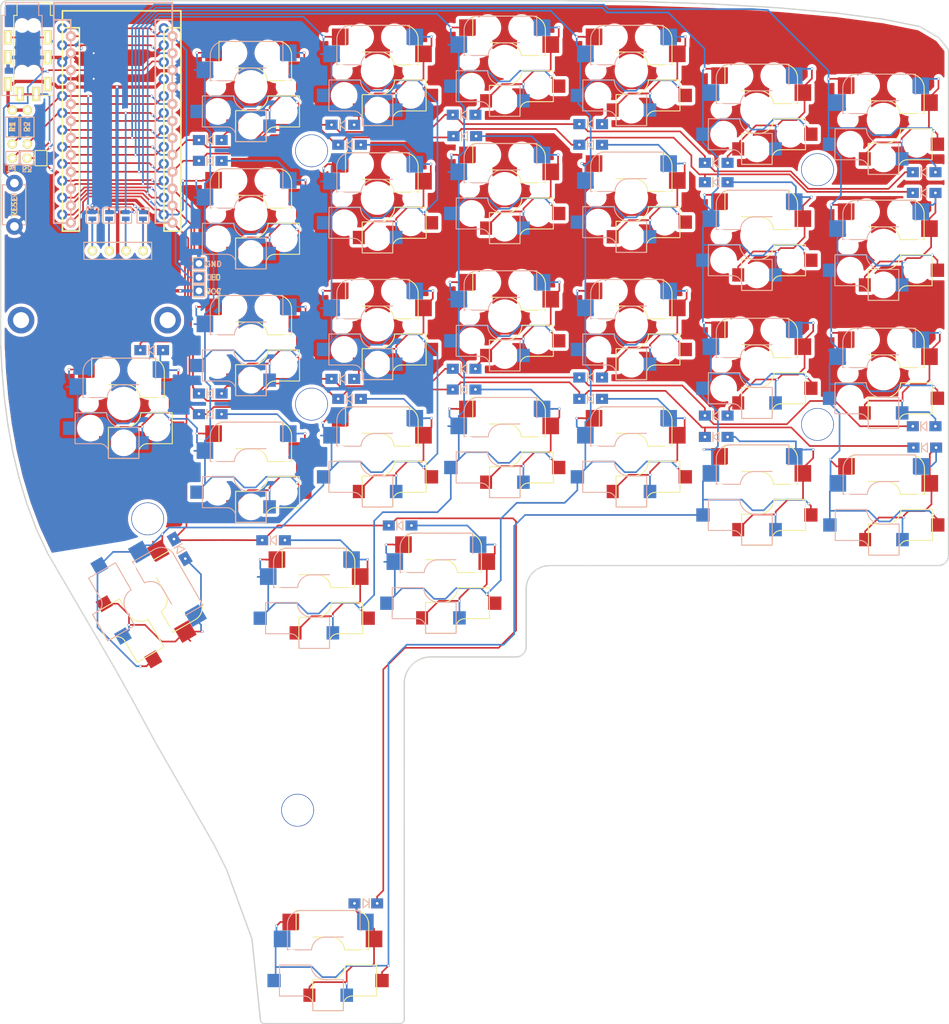
<source format=kicad_pcb>
(kicad_pcb (version 20171130) (host pcbnew 5.1.5+dfsg1-2build2)
  (layers (0 F.Cu signal hide) (31 B.Cu signal hide) (34 B.Paste user hide) (35 F.Paste user hide) (36 B.SilkS user) (37 F.SilkS user) (38 B.Mask user hide) (39 F.Mask user hide) (44 Edge.Cuts user))
  (net 0 "")
  (net 1 "Net-(D1-Pad2)")
  (net 2 row4)
  (net 3 "Net-(D2-Pad2)")
  (net 4 "Net-(D3-Pad2)")
  (net 5 row0)
  (net 6 "Net-(D4-Pad2)")
  (net 7 row1)
  (net 8 "Net-(D5-Pad2)")
  (net 9 row2)
  (net 10 "Net-(D6-Pad2)")
  (net 11 row3)
  (net 12 "Net-(D7-Pad2)")
  (net 13 "Net-(D8-Pad2)")
  (net 14 "Net-(D9-Pad2)")
  (net 15 "Net-(D10-Pad2)")
  (net 16 "Net-(D11-Pad2)")
  (net 17 "Net-(D12-Pad2)")
  (net 18 "Net-(D13-Pad2)")
  (net 19 "Net-(D14-Pad2)")
  (net 20 "Net-(D15-Pad2)")
  (net 21 "Net-(D16-Pad2)")
  (net 22 "Net-(D17-Pad2)")
  (net 23 "Net-(D18-Pad2)")
  (net 24 "Net-(D19-Pad2)")
  (net 25 "Net-(D20-Pad2)")
  (net 26 "Net-(D21-Pad2)")
  (net 27 "Net-(D22-Pad2)")
  (net 28 "Net-(D23-Pad2)")
  (net 29 "Net-(D24-Pad2)")
  (net 30 "Net-(D25-Pad2)")
  (net 31 "Net-(D26-Pad2)")
  (net 32 "Net-(D27-Pad2)")
  (net 33 "Net-(D28-Pad2)")
  (net 34 VCC)
  (net 35 GND)
  (net 36 col0)
  (net 37 col1)
  (net 38 col2)
  (net 39 col3)
  (net 40 col4)
  (net 41 col5)
  (net 42 SDA)
  (net 43 LED)
  (net 44 SCL)
  (net 45 RESET)
  (net 46 "Net-(D29-Pad2)")
  (net 47 "Net-(U1-Pad24)")
  (net 48 "Net-(U1-Pad20)")
  (net 49 "Net-(U1-Pad19)")
  (net 50 "Net-(U1-Pad7)")
  (net 51 DATA)
  (net 52 "Net-(J2-Pad4)")
  (net 53 "Net-(J2-Pad3)")
  (net 54 "Net-(J3-Pad1)")
  (net 55 "Net-(J3-Pad2)")
  (net 56 "Net-(J3-Pad3)")
  (net 57 "Net-(J3-Pad4)")
  (module Lily58-footprint:CherryMX_KailhLowProfile_Hotswap (layer F.Cu) (at 196.446 91.516)
    (fp_text reference SW17 hide)
    (fp_text value SW_PUSH hide)
    (pad "" np_thru_hole circle (at 3.81 -2.54 180) (size 3 3) (drill 3) (layers *.Cu *.Mask))
    (pad 1 smd rect (at -5.6 -5.08 180) (size 2.5 2.5) (layers F.Cu F.Paste F.Mask) (net 37 col1))
    (pad "" np_thru_hole circle (at 3.81 -2.54 180) (size 3 3) (drill 3) (layers *.Cu *.Mask))
    (pad "" np_thru_hole circle (at -2.54 -5.08 180) (size 3 3) (drill 3) (layers *.Cu *.Mask))
    (pad 2 smd rect (at 6.9 -2.54 180) (size 2.5 2.5) (layers F.Cu F.Paste F.Mask) (net 22 "Net-(D17-Pad2)"))
    (pad "" np_thru_hole circle (at 3.825 -2.58 180) (size 0.1 0.1) (drill 0.1) (layers *.Cu *.Mask))
    (pad "" np_thru_hole circle (at 5 3.7 270) (size 3 3) (drill 3) (layers *.Cu *.Mask))
    (pad 2 smd rect (at -2.8 5.9 180) (size 1.8 2) (layers F.Cu F.Paste F.Mask) (net 22 "Net-(D17-Pad2)"))
    (pad 1 smd rect (at 8.1 3.7 180) (size 2 2) (layers F.Cu F.Paste F.Mask) (net 37 col1))
    (pad 1 smd rect (at -8.1 3.7 180) (size 2 2) (layers B.Cu B.Paste B.Mask) (net 37 col1))
    (pad 2 smd rect (at 2.8 5.9 180) (size 1.9 2) (layers B.Cu B.Paste B.Mask) (net 22 "Net-(D17-Pad2)"))
    (pad "" np_thru_hole circle (at -5 3.7 90) (size 3 3) (drill 3) (layers *.Cu *.Mask))
    (pad "" np_thru_hole circle (at 0 5.9 90) (size 3 3) (drill 3) (layers *.Cu *.Mask))
    (pad "" np_thru_hole circle (at -3.825 -2.58 180) (size 0.1 0.1) (drill 0.1) (layers *.Cu *.Mask))
    (pad 1 smd rect (at -6.9 -2.54 180) (size 2.5 2.5) (layers B.Cu B.Paste B.Mask) (net 37 col1))
    (pad "" np_thru_hole circle (at 2.54 -5.08 180) (size 3 3) (drill 3) (layers *.Cu *.Mask))
    (pad "" np_thru_hole circle (at 0 0 90) (size 4 4) (drill 4) (layers *.Cu *.Mask))
    (pad "" np_thru_hole circle (at -5.5 0 90) (size 1.9 1.9) (drill 1.9) (layers *.Cu *.Mask))
    (pad "" np_thru_hole circle (at 5.5 0 90) (size 1.9 1.9) (drill 1.9) (layers *.Cu *.Mask))
    (pad "" np_thru_hole circle (at 5.08 0) (size 1.7 1.7) (drill 1.7) (layers *.Cu *.Mask))
    (pad "" np_thru_hole circle (at -5.08 0) (size 1.7 1.7) (drill 1.7) (layers *.Cu *.Mask))
    (pad "" np_thru_hole circle (at -3.81 -2.54 180) (size 3 3) (drill 3) (layers *.Cu *.Mask))
    (pad 2 smd rect (at 5.6 -5.08 180) (size 2.5 2.5) (layers B.Cu B.Paste B.Mask) (net 22 "Net-(D17-Pad2)"))
  )
  (module Lily58-footprint:HOLE_M2_TH (layer F.Cu) (at 127.508 158.496)
    (fp_text reference TH3 hide)
    (fp_text value HOLE hide)
    (pad "" thru_hole circle (at 0 0 90) (size 4.9 4.9) (drill 4.7) (layers *.Cu *.Mask) (clearance 0.3))
  )
  (module Lily58-footprint:CherryMX_KailhLowProfile_Hotswap (layer F.Cu) (at 132.08 180.34)
    (fp_text reference SW29 hide)
    (fp_text value SW_PUSH hide)
    (pad "" np_thru_hole circle (at 3.81 -2.54 180) (size 3 3) (drill 3) (layers *.Cu *.Mask))
    (pad 1 smd rect (at -5.6 -5.08 180) (size 2.5 2.5) (layers F.Cu F.Paste F.Mask) (net 37 col1))
    (pad "" np_thru_hole circle (at 3.81 -2.54 180) (size 3 3) (drill 3) (layers *.Cu *.Mask))
    (pad "" np_thru_hole circle (at -2.54 -5.08 180) (size 3 3) (drill 3) (layers *.Cu *.Mask))
    (pad 2 smd rect (at 6.9 -2.54 180) (size 2.5 2.5) (layers F.Cu F.Paste F.Mask) (net 46 "Net-(D29-Pad2)"))
    (pad "" np_thru_hole circle (at 3.825 -2.58 180) (size 0.1 0.1) (drill 0.1) (layers *.Cu *.Mask))
    (pad "" np_thru_hole circle (at 5 3.7 270) (size 3 3) (drill 3) (layers *.Cu *.Mask))
    (pad 2 smd rect (at -2.8 5.9 180) (size 1.8 2) (layers F.Cu F.Paste F.Mask) (net 46 "Net-(D29-Pad2)"))
    (pad 1 smd rect (at 8.1 3.7 180) (size 2 2) (layers F.Cu F.Paste F.Mask) (net 37 col1))
    (pad 1 smd rect (at -8.1 3.7 180) (size 2 2) (layers B.Cu B.Paste B.Mask) (net 37 col1))
    (pad 2 smd rect (at 2.8 5.9 180) (size 1.9 2) (layers B.Cu B.Paste B.Mask) (net 46 "Net-(D29-Pad2)"))
    (pad "" np_thru_hole circle (at -5 3.7 90) (size 3 3) (drill 3) (layers *.Cu *.Mask))
    (pad "" np_thru_hole circle (at 0 5.9 90) (size 3 3) (drill 3) (layers *.Cu *.Mask))
    (pad "" np_thru_hole circle (at -3.825 -2.58 180) (size 0.1 0.1) (drill 0.1) (layers *.Cu *.Mask))
    (pad 1 smd rect (at -6.9 -2.54 180) (size 2.5 2.5) (layers B.Cu B.Paste B.Mask) (net 37 col1))
    (pad "" np_thru_hole circle (at 2.54 -5.08 180) (size 3 3) (drill 3) (layers *.Cu *.Mask))
    (pad "" np_thru_hole circle (at 0 0 90) (size 4 4) (drill 4) (layers *.Cu *.Mask))
    (pad "" np_thru_hole circle (at -5.5 0 90) (size 1.9 1.9) (drill 1.9) (layers *.Cu *.Mask))
    (pad "" np_thru_hole circle (at 5.5 0 90) (size 1.9 1.9) (drill 1.9) (layers *.Cu *.Mask))
    (pad "" np_thru_hole circle (at 5.08 0) (size 1.7 1.7) (drill 1.7) (layers *.Cu *.Mask))
    (pad "" np_thru_hole circle (at -5.08 0) (size 1.7 1.7) (drill 1.7) (layers *.Cu *.Mask))
    (pad "" np_thru_hole circle (at -3.81 -2.54 180) (size 3 3) (drill 3) (layers *.Cu *.Mask))
    (pad 2 smd rect (at 5.6 -5.08 180) (size 2.5 2.5) (layers B.Cu B.Paste B.Mask) (net 46 "Net-(D29-Pad2)"))
  )
  (module Lily58-footprint:CherryMX_KailhLowProfile_Hotswap (layer F.Cu) (at 149 123.75)
    (fp_text reference SW28 hide)
    (fp_text value SW_PUSH hide)
    (pad "" np_thru_hole circle (at 3.81 -2.54 180) (size 3 3) (drill 3) (layers *.Cu *.Mask))
    (pad 1 smd rect (at -5.6 -5.08 180) (size 2.5 2.5) (layers F.Cu F.Paste F.Mask) (net 38 col2))
    (pad "" np_thru_hole circle (at 3.81 -2.54 180) (size 3 3) (drill 3) (layers *.Cu *.Mask))
    (pad "" np_thru_hole circle (at -2.54 -5.08 180) (size 3 3) (drill 3) (layers *.Cu *.Mask))
    (pad 2 smd rect (at 6.9 -2.54 180) (size 2.5 2.5) (layers F.Cu F.Paste F.Mask) (net 33 "Net-(D28-Pad2)"))
    (pad "" np_thru_hole circle (at 3.825 -2.58 180) (size 0.1 0.1) (drill 0.1) (layers *.Cu *.Mask))
    (pad "" np_thru_hole circle (at 5 3.7 270) (size 3 3) (drill 3) (layers *.Cu *.Mask))
    (pad 2 smd rect (at -2.8 5.9 180) (size 1.8 2) (layers F.Cu F.Paste F.Mask) (net 33 "Net-(D28-Pad2)"))
    (pad 1 smd rect (at 8.1 3.7 180) (size 2 2) (layers F.Cu F.Paste F.Mask) (net 38 col2))
    (pad 1 smd rect (at -8.1 3.7 180) (size 2 2) (layers B.Cu B.Paste B.Mask) (net 38 col2))
    (pad 2 smd rect (at 2.8 5.9 180) (size 1.9 2) (layers B.Cu B.Paste B.Mask) (net 33 "Net-(D28-Pad2)"))
    (pad "" np_thru_hole circle (at -5 3.7 90) (size 3 3) (drill 3) (layers *.Cu *.Mask))
    (pad "" np_thru_hole circle (at 0 5.9 90) (size 3 3) (drill 3) (layers *.Cu *.Mask))
    (pad "" np_thru_hole circle (at -3.825 -2.58 180) (size 0.1 0.1) (drill 0.1) (layers *.Cu *.Mask))
    (pad 1 smd rect (at -6.9 -2.54 180) (size 2.5 2.5) (layers B.Cu B.Paste B.Mask) (net 38 col2))
    (pad "" np_thru_hole circle (at 2.54 -5.08 180) (size 3 3) (drill 3) (layers *.Cu *.Mask))
    (pad "" np_thru_hole circle (at 0 0 90) (size 4 4) (drill 4) (layers *.Cu *.Mask))
    (pad "" np_thru_hole circle (at -5.5 0 90) (size 1.9 1.9) (drill 1.9) (layers *.Cu *.Mask))
    (pad "" np_thru_hole circle (at 5.5 0 90) (size 1.9 1.9) (drill 1.9) (layers *.Cu *.Mask))
    (pad "" np_thru_hole circle (at 5.08 0) (size 1.7 1.7) (drill 1.7) (layers *.Cu *.Mask))
    (pad "" np_thru_hole circle (at -5.08 0) (size 1.7 1.7) (drill 1.7) (layers *.Cu *.Mask))
    (pad "" np_thru_hole circle (at -3.81 -2.54 180) (size 3 3) (drill 3) (layers *.Cu *.Mask))
    (pad 2 smd rect (at 5.6 -5.08 180) (size 2.5 2.5) (layers B.Cu B.Paste B.Mask) (net 33 "Net-(D28-Pad2)"))
  )
  (module Lily58-footprint:CherryMX_KailhLowProfile_Hotswap (layer F.Cu) (at 130 126)
    (fp_text reference SW27 hide)
    (fp_text value SW_PUSH hide)
    (pad "" np_thru_hole circle (at 3.81 -2.54 180) (size 3 3) (drill 3) (layers *.Cu *.Mask))
    (pad 1 smd rect (at -5.6 -5.08 180) (size 2.5 2.5) (layers F.Cu F.Paste F.Mask) (net 39 col3))
    (pad "" np_thru_hole circle (at 3.81 -2.54 180) (size 3 3) (drill 3) (layers *.Cu *.Mask))
    (pad "" np_thru_hole circle (at -2.54 -5.08 180) (size 3 3) (drill 3) (layers *.Cu *.Mask))
    (pad 2 smd rect (at 6.9 -2.54 180) (size 2.5 2.5) (layers F.Cu F.Paste F.Mask) (net 32 "Net-(D27-Pad2)"))
    (pad "" np_thru_hole circle (at 3.825 -2.58 180) (size 0.1 0.1) (drill 0.1) (layers *.Cu *.Mask))
    (pad "" np_thru_hole circle (at 5 3.7 270) (size 3 3) (drill 3) (layers *.Cu *.Mask))
    (pad 2 smd rect (at -2.8 5.9 180) (size 1.8 2) (layers F.Cu F.Paste F.Mask) (net 32 "Net-(D27-Pad2)"))
    (pad 1 smd rect (at 8.1 3.7 180) (size 2 2) (layers F.Cu F.Paste F.Mask) (net 39 col3))
    (pad 1 smd rect (at -8.1 3.7 180) (size 2 2) (layers B.Cu B.Paste B.Mask) (net 39 col3))
    (pad 2 smd rect (at 2.8 5.9 180) (size 1.9 2) (layers B.Cu B.Paste B.Mask) (net 32 "Net-(D27-Pad2)"))
    (pad "" np_thru_hole circle (at -5 3.7 90) (size 3 3) (drill 3) (layers *.Cu *.Mask))
    (pad "" np_thru_hole circle (at 0 5.9 90) (size 3 3) (drill 3) (layers *.Cu *.Mask))
    (pad "" np_thru_hole circle (at -3.825 -2.58 180) (size 0.1 0.1) (drill 0.1) (layers *.Cu *.Mask))
    (pad 1 smd rect (at -6.9 -2.54 180) (size 2.5 2.5) (layers B.Cu B.Paste B.Mask) (net 39 col3))
    (pad "" np_thru_hole circle (at 2.54 -5.08 180) (size 3 3) (drill 3) (layers *.Cu *.Mask))
    (pad "" np_thru_hole circle (at 0 0 90) (size 4 4) (drill 4) (layers *.Cu *.Mask))
    (pad "" np_thru_hole circle (at -5.5 0 90) (size 1.9 1.9) (drill 1.9) (layers *.Cu *.Mask))
    (pad "" np_thru_hole circle (at 5.5 0 90) (size 1.9 1.9) (drill 1.9) (layers *.Cu *.Mask))
    (pad "" np_thru_hole circle (at 5.08 0) (size 1.7 1.7) (drill 1.7) (layers *.Cu *.Mask))
    (pad "" np_thru_hole circle (at -5.08 0) (size 1.7 1.7) (drill 1.7) (layers *.Cu *.Mask))
    (pad "" np_thru_hole circle (at -3.81 -2.54 180) (size 3 3) (drill 3) (layers *.Cu *.Mask))
    (pad 2 smd rect (at 5.6 -5.08 180) (size 2.5 2.5) (layers B.Cu B.Paste B.Mask) (net 32 "Net-(D27-Pad2)"))
  )
  (module Lily58-footprint:CherryMX_KailhLowProfile_Hotswap (layer F.Cu) (at 105 127 300)
    (fp_text reference SW26 hide)
    (fp_text value SW_PUSH hide)
    (pad "" np_thru_hole circle (at 3.81 -2.54 120) (size 3 3) (drill 3) (layers *.Cu *.Mask))
    (pad 1 smd rect (at -5.6 -5.08 120) (size 2.5 2.5) (layers F.Cu F.Paste F.Mask) (net 40 col4))
    (pad "" np_thru_hole circle (at 3.81 -2.54 120) (size 3 3) (drill 3) (layers *.Cu *.Mask))
    (pad "" np_thru_hole circle (at -2.54 -5.08 120) (size 3 3) (drill 3) (layers *.Cu *.Mask))
    (pad 2 smd rect (at 6.9 -2.54 120) (size 2.5 2.5) (layers F.Cu F.Paste F.Mask) (net 31 "Net-(D26-Pad2)"))
    (pad "" np_thru_hole circle (at 3.825 -2.58 120) (size 0.1 0.1) (drill 0.1) (layers *.Cu *.Mask))
    (pad "" np_thru_hole circle (at 5 3.7 210) (size 3 3) (drill 3) (layers *.Cu *.Mask))
    (pad 2 smd rect (at -2.8 5.9 120) (size 1.8 2) (layers F.Cu F.Paste F.Mask) (net 31 "Net-(D26-Pad2)"))
    (pad 1 smd rect (at 8.1 3.7 120) (size 2 2) (layers F.Cu F.Paste F.Mask) (net 40 col4))
    (pad 1 smd rect (at -8.1 3.7 120) (size 2 2) (layers B.Cu B.Paste B.Mask) (net 40 col4))
    (pad 2 smd rect (at 2.8 5.9 120) (size 1.9 2) (layers B.Cu B.Paste B.Mask) (net 31 "Net-(D26-Pad2)"))
    (pad "" np_thru_hole circle (at -5 3.7 30) (size 3 3) (drill 3) (layers *.Cu *.Mask))
    (pad "" np_thru_hole circle (at 0 5.9 30) (size 3 3) (drill 3) (layers *.Cu *.Mask))
    (pad "" np_thru_hole circle (at -3.825 -2.58 120) (size 0.1 0.1) (drill 0.1) (layers *.Cu *.Mask))
    (pad 1 smd rect (at -6.9 -2.54 120) (size 2.5 2.5) (layers B.Cu B.Paste B.Mask) (net 40 col4))
    (pad "" np_thru_hole circle (at 2.54 -5.08 120) (size 3 3) (drill 3) (layers *.Cu *.Mask))
    (pad "" np_thru_hole circle (at 0 0 30) (size 4 4) (drill 4) (layers *.Cu *.Mask))
    (pad "" np_thru_hole circle (at -5.5 0 30) (size 1.9 1.9) (drill 1.9) (layers *.Cu *.Mask))
    (pad "" np_thru_hole circle (at 5.5 0 30) (size 1.9 1.9) (drill 1.9) (layers *.Cu *.Mask))
    (pad "" np_thru_hole circle (at 5.08 0 300) (size 1.7 1.7) (drill 1.7) (layers *.Cu *.Mask))
    (pad "" np_thru_hole circle (at -5.08 0 300) (size 1.7 1.7) (drill 1.7) (layers *.Cu *.Mask))
    (pad "" np_thru_hole circle (at -3.81 -2.54 120) (size 3 3) (drill 3) (layers *.Cu *.Mask))
    (pad 2 smd rect (at 5.6 -5.08 120) (size 2.5 2.5) (layers B.Cu B.Paste B.Mask) (net 31 "Net-(D26-Pad2)"))
  )
  (module Lily58-footprint:CherryMX_KailhLowProfile_Hotswap (layer F.Cu) (at 101.4 97.5)
    (fp_text reference SW25 hide)
    (fp_text value SW_PUSH hide)
    (pad "" np_thru_hole circle (at 3.81 -2.54 180) (size 3 3) (drill 3) (layers *.Cu *.Mask))
    (pad 1 smd rect (at -5.6 -5.08 180) (size 2.5 2.5) (layers F.Cu F.Paste F.Mask) (net 41 col5))
    (pad "" np_thru_hole circle (at 3.81 -2.54 180) (size 3 3) (drill 3) (layers *.Cu *.Mask))
    (pad "" np_thru_hole circle (at -2.54 -5.08 180) (size 3 3) (drill 3) (layers *.Cu *.Mask))
    (pad 2 smd rect (at 6.9 -2.54 180) (size 2.5 2.5) (layers F.Cu F.Paste F.Mask) (net 30 "Net-(D25-Pad2)"))
    (pad "" np_thru_hole circle (at 3.825 -2.58 180) (size 0.1 0.1) (drill 0.1) (layers *.Cu *.Mask))
    (pad "" np_thru_hole circle (at 5 3.7 270) (size 3 3) (drill 3) (layers *.Cu *.Mask))
    (pad 2 smd rect (at -2.8 5.9 180) (size 1.8 2) (layers F.Cu F.Paste F.Mask) (net 30 "Net-(D25-Pad2)"))
    (pad 1 smd rect (at 8.1 3.7 180) (size 2 2) (layers F.Cu F.Paste F.Mask) (net 41 col5))
    (pad 1 smd rect (at -8.1 3.7 180) (size 2 2) (layers B.Cu B.Paste B.Mask) (net 41 col5))
    (pad 2 smd rect (at 2.8 5.9 180) (size 1.9 2) (layers B.Cu B.Paste B.Mask) (net 30 "Net-(D25-Pad2)"))
    (pad "" np_thru_hole circle (at -5 3.7 90) (size 3 3) (drill 3) (layers *.Cu *.Mask))
    (pad "" np_thru_hole circle (at 0 5.9 90) (size 3 3) (drill 3) (layers *.Cu *.Mask))
    (pad "" np_thru_hole circle (at -3.825 -2.58 180) (size 0.1 0.1) (drill 0.1) (layers *.Cu *.Mask))
    (pad 1 smd rect (at -6.9 -2.54 180) (size 2.5 2.5) (layers B.Cu B.Paste B.Mask) (net 41 col5))
    (pad "" np_thru_hole circle (at 2.54 -5.08 180) (size 3 3) (drill 3) (layers *.Cu *.Mask))
    (pad "" np_thru_hole circle (at 0 0 90) (size 4 4) (drill 4) (layers *.Cu *.Mask))
    (pad "" np_thru_hole circle (at -5.5 0 90) (size 1.9 1.9) (drill 1.9) (layers *.Cu *.Mask))
    (pad "" np_thru_hole circle (at 5.5 0 90) (size 1.9 1.9) (drill 1.9) (layers *.Cu *.Mask))
    (pad "" np_thru_hole circle (at 5.08 0) (size 1.7 1.7) (drill 1.7) (layers *.Cu *.Mask))
    (pad "" np_thru_hole circle (at -5.08 0) (size 1.7 1.7) (drill 1.7) (layers *.Cu *.Mask))
    (pad "" np_thru_hole circle (at -3.81 -2.54 180) (size 3 3) (drill 3) (layers *.Cu *.Mask))
    (pad 2 smd rect (at 5.6 -5.08 180) (size 2.5 2.5) (layers B.Cu B.Paste B.Mask) (net 30 "Net-(D25-Pad2)"))
  )
  (module Lily58-footprint:CherryMX_KailhLowProfile_Hotswap (layer F.Cu) (at 215.496 112.016)
    (fp_text reference SW24 hide)
    (fp_text value SW_PUSH hide)
    (pad "" np_thru_hole circle (at 3.81 -2.54 180) (size 3 3) (drill 3) (layers *.Cu *.Mask))
    (pad 1 smd rect (at -5.6 -5.08 180) (size 2.5 2.5) (layers F.Cu F.Paste F.Mask) (net 36 col0))
    (pad "" np_thru_hole circle (at 3.81 -2.54 180) (size 3 3) (drill 3) (layers *.Cu *.Mask))
    (pad "" np_thru_hole circle (at -2.54 -5.08 180) (size 3 3) (drill 3) (layers *.Cu *.Mask))
    (pad 2 smd rect (at 6.9 -2.54 180) (size 2.5 2.5) (layers F.Cu F.Paste F.Mask) (net 29 "Net-(D24-Pad2)"))
    (pad "" np_thru_hole circle (at 3.825 -2.58 180) (size 0.1 0.1) (drill 0.1) (layers *.Cu *.Mask))
    (pad "" np_thru_hole circle (at 5 3.7 270) (size 3 3) (drill 3) (layers *.Cu *.Mask))
    (pad 2 smd rect (at -2.8 5.9 180) (size 1.8 2) (layers F.Cu F.Paste F.Mask) (net 29 "Net-(D24-Pad2)"))
    (pad 1 smd rect (at 8.1 3.7 180) (size 2 2) (layers F.Cu F.Paste F.Mask) (net 36 col0))
    (pad 1 smd rect (at -8.1 3.7 180) (size 2 2) (layers B.Cu B.Paste B.Mask) (net 36 col0))
    (pad 2 smd rect (at 2.8 5.9 180) (size 1.9 2) (layers B.Cu B.Paste B.Mask) (net 29 "Net-(D24-Pad2)"))
    (pad "" np_thru_hole circle (at -5 3.7 90) (size 3 3) (drill 3) (layers *.Cu *.Mask))
    (pad "" np_thru_hole circle (at 0 5.9 90) (size 3 3) (drill 3) (layers *.Cu *.Mask))
    (pad "" np_thru_hole circle (at -3.825 -2.58 180) (size 0.1 0.1) (drill 0.1) (layers *.Cu *.Mask))
    (pad 1 smd rect (at -6.9 -2.54 180) (size 2.5 2.5) (layers B.Cu B.Paste B.Mask) (net 36 col0))
    (pad "" np_thru_hole circle (at 2.54 -5.08 180) (size 3 3) (drill 3) (layers *.Cu *.Mask))
    (pad "" np_thru_hole circle (at 0 0 90) (size 4 4) (drill 4) (layers *.Cu *.Mask))
    (pad "" np_thru_hole circle (at -5.5 0 90) (size 1.9 1.9) (drill 1.9) (layers *.Cu *.Mask))
    (pad "" np_thru_hole circle (at 5.5 0 90) (size 1.9 1.9) (drill 1.9) (layers *.Cu *.Mask))
    (pad "" np_thru_hole circle (at 5.08 0) (size 1.7 1.7) (drill 1.7) (layers *.Cu *.Mask))
    (pad "" np_thru_hole circle (at -5.08 0) (size 1.7 1.7) (drill 1.7) (layers *.Cu *.Mask))
    (pad "" np_thru_hole circle (at -3.81 -2.54 180) (size 3 3) (drill 3) (layers *.Cu *.Mask))
    (pad 2 smd rect (at 5.6 -5.08 180) (size 2.5 2.5) (layers B.Cu B.Paste B.Mask) (net 29 "Net-(D24-Pad2)"))
  )
  (module Lily58-footprint:CherryMX_KailhLowProfile_Hotswap (layer F.Cu) (at 196.446 110.516)
    (fp_text reference SW23 hide)
    (fp_text value SW_PUSH hide)
    (pad "" np_thru_hole circle (at 3.81 -2.54 180) (size 3 3) (drill 3) (layers *.Cu *.Mask))
    (pad 1 smd rect (at -5.6 -5.08 180) (size 2.5 2.5) (layers F.Cu F.Paste F.Mask) (net 37 col1))
    (pad "" np_thru_hole circle (at 3.81 -2.54 180) (size 3 3) (drill 3) (layers *.Cu *.Mask))
    (pad "" np_thru_hole circle (at -2.54 -5.08 180) (size 3 3) (drill 3) (layers *.Cu *.Mask))
    (pad 2 smd rect (at 6.9 -2.54 180) (size 2.5 2.5) (layers F.Cu F.Paste F.Mask) (net 28 "Net-(D23-Pad2)"))
    (pad "" np_thru_hole circle (at 3.825 -2.58 180) (size 0.1 0.1) (drill 0.1) (layers *.Cu *.Mask))
    (pad "" np_thru_hole circle (at 5 3.7 270) (size 3 3) (drill 3) (layers *.Cu *.Mask))
    (pad 2 smd rect (at -2.8 5.9 180) (size 1.8 2) (layers F.Cu F.Paste F.Mask) (net 28 "Net-(D23-Pad2)"))
    (pad 1 smd rect (at 8.1 3.7 180) (size 2 2) (layers F.Cu F.Paste F.Mask) (net 37 col1))
    (pad 1 smd rect (at -8.1 3.7 180) (size 2 2) (layers B.Cu B.Paste B.Mask) (net 37 col1))
    (pad 2 smd rect (at 2.8 5.9 180) (size 1.9 2) (layers B.Cu B.Paste B.Mask) (net 28 "Net-(D23-Pad2)"))
    (pad "" np_thru_hole circle (at -5 3.7 90) (size 3 3) (drill 3) (layers *.Cu *.Mask))
    (pad "" np_thru_hole circle (at 0 5.9 90) (size 3 3) (drill 3) (layers *.Cu *.Mask))
    (pad "" np_thru_hole circle (at -3.825 -2.58 180) (size 0.1 0.1) (drill 0.1) (layers *.Cu *.Mask))
    (pad 1 smd rect (at -6.9 -2.54 180) (size 2.5 2.5) (layers B.Cu B.Paste B.Mask) (net 37 col1))
    (pad "" np_thru_hole circle (at 2.54 -5.08 180) (size 3 3) (drill 3) (layers *.Cu *.Mask))
    (pad "" np_thru_hole circle (at 0 0 90) (size 4 4) (drill 4) (layers *.Cu *.Mask))
    (pad "" np_thru_hole circle (at -5.5 0 90) (size 1.9 1.9) (drill 1.9) (layers *.Cu *.Mask))
    (pad "" np_thru_hole circle (at 5.5 0 90) (size 1.9 1.9) (drill 1.9) (layers *.Cu *.Mask))
    (pad "" np_thru_hole circle (at 5.08 0) (size 1.7 1.7) (drill 1.7) (layers *.Cu *.Mask))
    (pad "" np_thru_hole circle (at -5.08 0) (size 1.7 1.7) (drill 1.7) (layers *.Cu *.Mask))
    (pad "" np_thru_hole circle (at -3.81 -2.54 180) (size 3 3) (drill 3) (layers *.Cu *.Mask))
    (pad 2 smd rect (at 5.6 -5.08 180) (size 2.5 2.5) (layers B.Cu B.Paste B.Mask) (net 28 "Net-(D23-Pad2)"))
  )
  (module Lily58-footprint:CherryMX_KailhLowProfile_Hotswap (layer F.Cu) (at 177.6 104.8)
    (fp_text reference SW22 hide)
    (fp_text value SW_PUSH hide)
    (pad "" np_thru_hole circle (at 3.81 -2.54 180) (size 3 3) (drill 3) (layers *.Cu *.Mask))
    (pad 1 smd rect (at -5.6 -5.08 180) (size 2.5 2.5) (layers F.Cu F.Paste F.Mask) (net 38 col2))
    (pad "" np_thru_hole circle (at 3.81 -2.54 180) (size 3 3) (drill 3) (layers *.Cu *.Mask))
    (pad "" np_thru_hole circle (at -2.54 -5.08 180) (size 3 3) (drill 3) (layers *.Cu *.Mask))
    (pad 2 smd rect (at 6.9 -2.54 180) (size 2.5 2.5) (layers F.Cu F.Paste F.Mask) (net 27 "Net-(D22-Pad2)"))
    (pad "" np_thru_hole circle (at 3.825 -2.58 180) (size 0.1 0.1) (drill 0.1) (layers *.Cu *.Mask))
    (pad "" np_thru_hole circle (at 5 3.7 270) (size 3 3) (drill 3) (layers *.Cu *.Mask))
    (pad 2 smd rect (at -2.8 5.9 180) (size 1.8 2) (layers F.Cu F.Paste F.Mask) (net 27 "Net-(D22-Pad2)"))
    (pad 1 smd rect (at 8.1 3.7 180) (size 2 2) (layers F.Cu F.Paste F.Mask) (net 38 col2))
    (pad 1 smd rect (at -8.1 3.7 180) (size 2 2) (layers B.Cu B.Paste B.Mask) (net 38 col2))
    (pad 2 smd rect (at 2.8 5.9 180) (size 1.9 2) (layers B.Cu B.Paste B.Mask) (net 27 "Net-(D22-Pad2)"))
    (pad "" np_thru_hole circle (at -5 3.7 90) (size 3 3) (drill 3) (layers *.Cu *.Mask))
    (pad "" np_thru_hole circle (at 0 5.9 90) (size 3 3) (drill 3) (layers *.Cu *.Mask))
    (pad "" np_thru_hole circle (at -3.825 -2.58 180) (size 0.1 0.1) (drill 0.1) (layers *.Cu *.Mask))
    (pad 1 smd rect (at -6.9 -2.54 180) (size 2.5 2.5) (layers B.Cu B.Paste B.Mask) (net 38 col2))
    (pad "" np_thru_hole circle (at 2.54 -5.08 180) (size 3 3) (drill 3) (layers *.Cu *.Mask))
    (pad "" np_thru_hole circle (at 0 0 90) (size 4 4) (drill 4) (layers *.Cu *.Mask))
    (pad "" np_thru_hole circle (at -5.5 0 90) (size 1.9 1.9) (drill 1.9) (layers *.Cu *.Mask))
    (pad "" np_thru_hole circle (at 5.5 0 90) (size 1.9 1.9) (drill 1.9) (layers *.Cu *.Mask))
    (pad "" np_thru_hole circle (at 5.08 0) (size 1.7 1.7) (drill 1.7) (layers *.Cu *.Mask))
    (pad "" np_thru_hole circle (at -5.08 0) (size 1.7 1.7) (drill 1.7) (layers *.Cu *.Mask))
    (pad "" np_thru_hole circle (at -3.81 -2.54 180) (size 3 3) (drill 3) (layers *.Cu *.Mask))
    (pad 2 smd rect (at 5.6 -5.08 180) (size 2.5 2.5) (layers B.Cu B.Paste B.Mask) (net 27 "Net-(D22-Pad2)"))
  )
  (module Lily58-footprint:CherryMX_KailhLowProfile_Hotswap (layer F.Cu) (at 158.6 103.4)
    (fp_text reference SW21 hide)
    (fp_text value SW_PUSH hide)
    (pad "" np_thru_hole circle (at 3.81 -2.54 180) (size 3 3) (drill 3) (layers *.Cu *.Mask))
    (pad 1 smd rect (at -5.6 -5.08 180) (size 2.5 2.5) (layers F.Cu F.Paste F.Mask) (net 39 col3))
    (pad "" np_thru_hole circle (at 3.81 -2.54 180) (size 3 3) (drill 3) (layers *.Cu *.Mask))
    (pad "" np_thru_hole circle (at -2.54 -5.08 180) (size 3 3) (drill 3) (layers *.Cu *.Mask))
    (pad 2 smd rect (at 6.9 -2.54 180) (size 2.5 2.5) (layers F.Cu F.Paste F.Mask) (net 26 "Net-(D21-Pad2)"))
    (pad "" np_thru_hole circle (at 3.825 -2.58 180) (size 0.1 0.1) (drill 0.1) (layers *.Cu *.Mask))
    (pad "" np_thru_hole circle (at 5 3.7 270) (size 3 3) (drill 3) (layers *.Cu *.Mask))
    (pad 2 smd rect (at -2.8 5.9 180) (size 1.8 2) (layers F.Cu F.Paste F.Mask) (net 26 "Net-(D21-Pad2)"))
    (pad 1 smd rect (at 8.1 3.7 180) (size 2 2) (layers F.Cu F.Paste F.Mask) (net 39 col3))
    (pad 1 smd rect (at -8.1 3.7 180) (size 2 2) (layers B.Cu B.Paste B.Mask) (net 39 col3))
    (pad 2 smd rect (at 2.8 5.9 180) (size 1.9 2) (layers B.Cu B.Paste B.Mask) (net 26 "Net-(D21-Pad2)"))
    (pad "" np_thru_hole circle (at -5 3.7 90) (size 3 3) (drill 3) (layers *.Cu *.Mask))
    (pad "" np_thru_hole circle (at 0 5.9 90) (size 3 3) (drill 3) (layers *.Cu *.Mask))
    (pad "" np_thru_hole circle (at -3.825 -2.58 180) (size 0.1 0.1) (drill 0.1) (layers *.Cu *.Mask))
    (pad 1 smd rect (at -6.9 -2.54 180) (size 2.5 2.5) (layers B.Cu B.Paste B.Mask) (net 39 col3))
    (pad "" np_thru_hole circle (at 2.54 -5.08 180) (size 3 3) (drill 3) (layers *.Cu *.Mask))
    (pad "" np_thru_hole circle (at 0 0 90) (size 4 4) (drill 4) (layers *.Cu *.Mask))
    (pad "" np_thru_hole circle (at -5.5 0 90) (size 1.9 1.9) (drill 1.9) (layers *.Cu *.Mask))
    (pad "" np_thru_hole circle (at 5.5 0 90) (size 1.9 1.9) (drill 1.9) (layers *.Cu *.Mask))
    (pad "" np_thru_hole circle (at 5.08 0) (size 1.7 1.7) (drill 1.7) (layers *.Cu *.Mask))
    (pad "" np_thru_hole circle (at -5.08 0) (size 1.7 1.7) (drill 1.7) (layers *.Cu *.Mask))
    (pad "" np_thru_hole circle (at -3.81 -2.54 180) (size 3 3) (drill 3) (layers *.Cu *.Mask))
    (pad 2 smd rect (at 5.6 -5.08 180) (size 2.5 2.5) (layers B.Cu B.Paste B.Mask) (net 26 "Net-(D21-Pad2)"))
  )
  (module Lily58-footprint:CherryMX_KailhLowProfile_Hotswap (layer F.Cu) (at 139.5 104.8)
    (fp_text reference SW20 hide)
    (fp_text value SW_PUSH hide)
    (pad "" np_thru_hole circle (at 3.81 -2.54 180) (size 3 3) (drill 3) (layers *.Cu *.Mask))
    (pad 1 smd rect (at -5.6 -5.08 180) (size 2.5 2.5) (layers F.Cu F.Paste F.Mask) (net 40 col4))
    (pad "" np_thru_hole circle (at 3.81 -2.54 180) (size 3 3) (drill 3) (layers *.Cu *.Mask))
    (pad "" np_thru_hole circle (at -2.54 -5.08 180) (size 3 3) (drill 3) (layers *.Cu *.Mask))
    (pad 2 smd rect (at 6.9 -2.54 180) (size 2.5 2.5) (layers F.Cu F.Paste F.Mask) (net 25 "Net-(D20-Pad2)"))
    (pad "" np_thru_hole circle (at 3.825 -2.58 180) (size 0.1 0.1) (drill 0.1) (layers *.Cu *.Mask))
    (pad "" np_thru_hole circle (at 5 3.7 270) (size 3 3) (drill 3) (layers *.Cu *.Mask))
    (pad 2 smd rect (at -2.8 5.9 180) (size 1.8 2) (layers F.Cu F.Paste F.Mask) (net 25 "Net-(D20-Pad2)"))
    (pad 1 smd rect (at 8.1 3.7 180) (size 2 2) (layers F.Cu F.Paste F.Mask) (net 40 col4))
    (pad 1 smd rect (at -8.1 3.7 180) (size 2 2) (layers B.Cu B.Paste B.Mask) (net 40 col4))
    (pad 2 smd rect (at 2.8 5.9 180) (size 1.9 2) (layers B.Cu B.Paste B.Mask) (net 25 "Net-(D20-Pad2)"))
    (pad "" np_thru_hole circle (at -5 3.7 90) (size 3 3) (drill 3) (layers *.Cu *.Mask))
    (pad "" np_thru_hole circle (at 0 5.9 90) (size 3 3) (drill 3) (layers *.Cu *.Mask))
    (pad "" np_thru_hole circle (at -3.825 -2.58 180) (size 0.1 0.1) (drill 0.1) (layers *.Cu *.Mask))
    (pad 1 smd rect (at -6.9 -2.54 180) (size 2.5 2.5) (layers B.Cu B.Paste B.Mask) (net 40 col4))
    (pad "" np_thru_hole circle (at 2.54 -5.08 180) (size 3 3) (drill 3) (layers *.Cu *.Mask))
    (pad "" np_thru_hole circle (at 0 0 90) (size 4 4) (drill 4) (layers *.Cu *.Mask))
    (pad "" np_thru_hole circle (at -5.5 0 90) (size 1.9 1.9) (drill 1.9) (layers *.Cu *.Mask))
    (pad "" np_thru_hole circle (at 5.5 0 90) (size 1.9 1.9) (drill 1.9) (layers *.Cu *.Mask))
    (pad "" np_thru_hole circle (at 5.08 0) (size 1.7 1.7) (drill 1.7) (layers *.Cu *.Mask))
    (pad "" np_thru_hole circle (at -5.08 0) (size 1.7 1.7) (drill 1.7) (layers *.Cu *.Mask))
    (pad "" np_thru_hole circle (at -3.81 -2.54 180) (size 3 3) (drill 3) (layers *.Cu *.Mask))
    (pad 2 smd rect (at 5.6 -5.08 180) (size 2.5 2.5) (layers B.Cu B.Paste B.Mask) (net 25 "Net-(D20-Pad2)"))
  )
  (module Lily58-footprint:CherryMX_KailhLowProfile_Hotswap (layer F.Cu) (at 120.5 107.1)
    (fp_text reference SW19 hide)
    (fp_text value SW_PUSH hide)
    (pad "" np_thru_hole circle (at 3.81 -2.54 180) (size 3 3) (drill 3) (layers *.Cu *.Mask))
    (pad 1 smd rect (at -5.6 -5.08 180) (size 2.5 2.5) (layers F.Cu F.Paste F.Mask) (net 41 col5))
    (pad "" np_thru_hole circle (at 3.81 -2.54 180) (size 3 3) (drill 3) (layers *.Cu *.Mask))
    (pad "" np_thru_hole circle (at -2.54 -5.08 180) (size 3 3) (drill 3) (layers *.Cu *.Mask))
    (pad 2 smd rect (at 6.9 -2.54 180) (size 2.5 2.5) (layers F.Cu F.Paste F.Mask) (net 24 "Net-(D19-Pad2)"))
    (pad "" np_thru_hole circle (at 3.825 -2.58 180) (size 0.1 0.1) (drill 0.1) (layers *.Cu *.Mask))
    (pad "" np_thru_hole circle (at 5 3.7 270) (size 3 3) (drill 3) (layers *.Cu *.Mask))
    (pad 2 smd rect (at -2.8 5.9 180) (size 1.8 2) (layers F.Cu F.Paste F.Mask) (net 24 "Net-(D19-Pad2)"))
    (pad 1 smd rect (at 8.1 3.7 180) (size 2 2) (layers F.Cu F.Paste F.Mask) (net 41 col5))
    (pad 1 smd rect (at -8.1 3.7 180) (size 2 2) (layers B.Cu B.Paste B.Mask) (net 41 col5))
    (pad 2 smd rect (at 2.8 5.9 180) (size 1.9 2) (layers B.Cu B.Paste B.Mask) (net 24 "Net-(D19-Pad2)"))
    (pad "" np_thru_hole circle (at -5 3.7 90) (size 3 3) (drill 3) (layers *.Cu *.Mask))
    (pad "" np_thru_hole circle (at 0 5.9 90) (size 3 3) (drill 3) (layers *.Cu *.Mask))
    (pad "" np_thru_hole circle (at -3.825 -2.58 180) (size 0.1 0.1) (drill 0.1) (layers *.Cu *.Mask))
    (pad 1 smd rect (at -6.9 -2.54 180) (size 2.5 2.5) (layers B.Cu B.Paste B.Mask) (net 41 col5))
    (pad "" np_thru_hole circle (at 2.54 -5.08 180) (size 3 3) (drill 3) (layers *.Cu *.Mask))
    (pad "" np_thru_hole circle (at 0 0 90) (size 4 4) (drill 4) (layers *.Cu *.Mask))
    (pad "" np_thru_hole circle (at -5.5 0 90) (size 1.9 1.9) (drill 1.9) (layers *.Cu *.Mask))
    (pad "" np_thru_hole circle (at 5.5 0 90) (size 1.9 1.9) (drill 1.9) (layers *.Cu *.Mask))
    (pad "" np_thru_hole circle (at 5.08 0) (size 1.7 1.7) (drill 1.7) (layers *.Cu *.Mask))
    (pad "" np_thru_hole circle (at -5.08 0) (size 1.7 1.7) (drill 1.7) (layers *.Cu *.Mask))
    (pad "" np_thru_hole circle (at -3.81 -2.54 180) (size 3 3) (drill 3) (layers *.Cu *.Mask))
    (pad 2 smd rect (at 5.6 -5.08 180) (size 2.5 2.5) (layers B.Cu B.Paste B.Mask) (net 24 "Net-(D19-Pad2)"))
  )
  (module Lily58-footprint:CherryMX_KailhLowProfile_Hotswap (layer F.Cu) (at 215.446 93.016)
    (fp_text reference SW18 hide)
    (fp_text value SW_PUSH hide)
    (pad "" np_thru_hole circle (at 3.81 -2.54 180) (size 3 3) (drill 3) (layers *.Cu *.Mask))
    (pad 1 smd rect (at -5.6 -5.08 180) (size 2.5 2.5) (layers F.Cu F.Paste F.Mask) (net 36 col0))
    (pad "" np_thru_hole circle (at 3.81 -2.54 180) (size 3 3) (drill 3) (layers *.Cu *.Mask))
    (pad "" np_thru_hole circle (at -2.54 -5.08 180) (size 3 3) (drill 3) (layers *.Cu *.Mask))
    (pad 2 smd rect (at 6.9 -2.54 180) (size 2.5 2.5) (layers F.Cu F.Paste F.Mask) (net 23 "Net-(D18-Pad2)"))
    (pad "" np_thru_hole circle (at 3.825 -2.58 180) (size 0.1 0.1) (drill 0.1) (layers *.Cu *.Mask))
    (pad "" np_thru_hole circle (at 5 3.7 270) (size 3 3) (drill 3) (layers *.Cu *.Mask))
    (pad 2 smd rect (at -2.8 5.9 180) (size 1.8 2) (layers F.Cu F.Paste F.Mask) (net 23 "Net-(D18-Pad2)"))
    (pad 1 smd rect (at 8.1 3.7 180) (size 2 2) (layers F.Cu F.Paste F.Mask) (net 36 col0))
    (pad 1 smd rect (at -8.1 3.7 180) (size 2 2) (layers B.Cu B.Paste B.Mask) (net 36 col0))
    (pad 2 smd rect (at 2.8 5.9 180) (size 1.9 2) (layers B.Cu B.Paste B.Mask) (net 23 "Net-(D18-Pad2)"))
    (pad "" np_thru_hole circle (at -5 3.7 90) (size 3 3) (drill 3) (layers *.Cu *.Mask))
    (pad "" np_thru_hole circle (at 0 5.9 90) (size 3 3) (drill 3) (layers *.Cu *.Mask))
    (pad "" np_thru_hole circle (at -3.825 -2.58 180) (size 0.1 0.1) (drill 0.1) (layers *.Cu *.Mask))
    (pad 1 smd rect (at -6.9 -2.54 180) (size 2.5 2.5) (layers B.Cu B.Paste B.Mask) (net 36 col0))
    (pad "" np_thru_hole circle (at 2.54 -5.08 180) (size 3 3) (drill 3) (layers *.Cu *.Mask))
    (pad "" np_thru_hole circle (at 0 0 90) (size 4 4) (drill 4) (layers *.Cu *.Mask))
    (pad "" np_thru_hole circle (at -5.5 0 90) (size 1.9 1.9) (drill 1.9) (layers *.Cu *.Mask))
    (pad "" np_thru_hole circle (at 5.5 0 90) (size 1.9 1.9) (drill 1.9) (layers *.Cu *.Mask))
    (pad "" np_thru_hole circle (at 5.08 0) (size 1.7 1.7) (drill 1.7) (layers *.Cu *.Mask))
    (pad "" np_thru_hole circle (at -5.08 0) (size 1.7 1.7) (drill 1.7) (layers *.Cu *.Mask))
    (pad "" np_thru_hole circle (at -3.81 -2.54 180) (size 3 3) (drill 3) (layers *.Cu *.Mask))
    (pad 2 smd rect (at 5.6 -5.08 180) (size 2.5 2.5) (layers B.Cu B.Paste B.Mask) (net 23 "Net-(D18-Pad2)"))
  )
  (module Lily58-footprint:CherryMX_KailhLowProfile_Hotswap (layer F.Cu) (at 177.6 85.7)
    (fp_text reference SW16 hide)
    (fp_text value SW_PUSH hide)
    (pad "" np_thru_hole circle (at 3.81 -2.54 180) (size 3 3) (drill 3) (layers *.Cu *.Mask))
    (pad 1 smd rect (at -5.6 -5.08 180) (size 2.5 2.5) (layers F.Cu F.Paste F.Mask) (net 38 col2))
    (pad "" np_thru_hole circle (at 3.81 -2.54 180) (size 3 3) (drill 3) (layers *.Cu *.Mask))
    (pad "" np_thru_hole circle (at -2.54 -5.08 180) (size 3 3) (drill 3) (layers *.Cu *.Mask))
    (pad 2 smd rect (at 6.9 -2.54 180) (size 2.5 2.5) (layers F.Cu F.Paste F.Mask) (net 21 "Net-(D16-Pad2)"))
    (pad "" np_thru_hole circle (at 3.825 -2.58 180) (size 0.1 0.1) (drill 0.1) (layers *.Cu *.Mask))
    (pad "" np_thru_hole circle (at 5 3.7 270) (size 3 3) (drill 3) (layers *.Cu *.Mask))
    (pad 2 smd rect (at -2.8 5.9 180) (size 1.8 2) (layers F.Cu F.Paste F.Mask) (net 21 "Net-(D16-Pad2)"))
    (pad 1 smd rect (at 8.1 3.7 180) (size 2 2) (layers F.Cu F.Paste F.Mask) (net 38 col2))
    (pad 1 smd rect (at -8.1 3.7 180) (size 2 2) (layers B.Cu B.Paste B.Mask) (net 38 col2))
    (pad 2 smd rect (at 2.8 5.9 180) (size 1.9 2) (layers B.Cu B.Paste B.Mask) (net 21 "Net-(D16-Pad2)"))
    (pad "" np_thru_hole circle (at -5 3.7 90) (size 3 3) (drill 3) (layers *.Cu *.Mask))
    (pad "" np_thru_hole circle (at 0 5.9 90) (size 3 3) (drill 3) (layers *.Cu *.Mask))
    (pad "" np_thru_hole circle (at -3.825 -2.58 180) (size 0.1 0.1) (drill 0.1) (layers *.Cu *.Mask))
    (pad 1 smd rect (at -6.9 -2.54 180) (size 2.5 2.5) (layers B.Cu B.Paste B.Mask) (net 38 col2))
    (pad "" np_thru_hole circle (at 2.54 -5.08 180) (size 3 3) (drill 3) (layers *.Cu *.Mask))
    (pad "" np_thru_hole circle (at 0 0 90) (size 4 4) (drill 4) (layers *.Cu *.Mask))
    (pad "" np_thru_hole circle (at -5.5 0 90) (size 1.9 1.9) (drill 1.9) (layers *.Cu *.Mask))
    (pad "" np_thru_hole circle (at 5.5 0 90) (size 1.9 1.9) (drill 1.9) (layers *.Cu *.Mask))
    (pad "" np_thru_hole circle (at 5.08 0) (size 1.7 1.7) (drill 1.7) (layers *.Cu *.Mask))
    (pad "" np_thru_hole circle (at -5.08 0) (size 1.7 1.7) (drill 1.7) (layers *.Cu *.Mask))
    (pad "" np_thru_hole circle (at -3.81 -2.54 180) (size 3 3) (drill 3) (layers *.Cu *.Mask))
    (pad 2 smd rect (at 5.6 -5.08 180) (size 2.5 2.5) (layers B.Cu B.Paste B.Mask) (net 21 "Net-(D16-Pad2)"))
  )
  (module Lily58-footprint:CherryMX_KailhLowProfile_Hotswap (layer F.Cu) (at 158.6 84.4)
    (fp_text reference SW15 hide)
    (fp_text value SW_PUSH hide)
    (pad "" np_thru_hole circle (at 3.81 -2.54 180) (size 3 3) (drill 3) (layers *.Cu *.Mask))
    (pad 1 smd rect (at -5.6 -5.08 180) (size 2.5 2.5) (layers F.Cu F.Paste F.Mask) (net 39 col3))
    (pad "" np_thru_hole circle (at 3.81 -2.54 180) (size 3 3) (drill 3) (layers *.Cu *.Mask))
    (pad "" np_thru_hole circle (at -2.54 -5.08 180) (size 3 3) (drill 3) (layers *.Cu *.Mask))
    (pad 2 smd rect (at 6.9 -2.54 180) (size 2.5 2.5) (layers F.Cu F.Paste F.Mask) (net 20 "Net-(D15-Pad2)"))
    (pad "" np_thru_hole circle (at 3.825 -2.58 180) (size 0.1 0.1) (drill 0.1) (layers *.Cu *.Mask))
    (pad "" np_thru_hole circle (at 5 3.7 270) (size 3 3) (drill 3) (layers *.Cu *.Mask))
    (pad 2 smd rect (at -2.8 5.9 180) (size 1.8 2) (layers F.Cu F.Paste F.Mask) (net 20 "Net-(D15-Pad2)"))
    (pad 1 smd rect (at 8.1 3.7 180) (size 2 2) (layers F.Cu F.Paste F.Mask) (net 39 col3))
    (pad 1 smd rect (at -8.1 3.7 180) (size 2 2) (layers B.Cu B.Paste B.Mask) (net 39 col3))
    (pad 2 smd rect (at 2.8 5.9 180) (size 1.9 2) (layers B.Cu B.Paste B.Mask) (net 20 "Net-(D15-Pad2)"))
    (pad "" np_thru_hole circle (at -5 3.7 90) (size 3 3) (drill 3) (layers *.Cu *.Mask))
    (pad "" np_thru_hole circle (at 0 5.9 90) (size 3 3) (drill 3) (layers *.Cu *.Mask))
    (pad "" np_thru_hole circle (at -3.825 -2.58 180) (size 0.1 0.1) (drill 0.1) (layers *.Cu *.Mask))
    (pad 1 smd rect (at -6.9 -2.54 180) (size 2.5 2.5) (layers B.Cu B.Paste B.Mask) (net 39 col3))
    (pad "" np_thru_hole circle (at 2.54 -5.08 180) (size 3 3) (drill 3) (layers *.Cu *.Mask))
    (pad "" np_thru_hole circle (at 0 0 90) (size 4 4) (drill 4) (layers *.Cu *.Mask))
    (pad "" np_thru_hole circle (at -5.5 0 90) (size 1.9 1.9) (drill 1.9) (layers *.Cu *.Mask))
    (pad "" np_thru_hole circle (at 5.5 0 90) (size 1.9 1.9) (drill 1.9) (layers *.Cu *.Mask))
    (pad "" np_thru_hole circle (at 5.08 0) (size 1.7 1.7) (drill 1.7) (layers *.Cu *.Mask))
    (pad "" np_thru_hole circle (at -5.08 0) (size 1.7 1.7) (drill 1.7) (layers *.Cu *.Mask))
    (pad "" np_thru_hole circle (at -3.81 -2.54 180) (size 3 3) (drill 3) (layers *.Cu *.Mask))
    (pad 2 smd rect (at 5.6 -5.08 180) (size 2.5 2.5) (layers B.Cu B.Paste B.Mask) (net 20 "Net-(D15-Pad2)"))
  )
  (module Lily58-footprint:CherryMX_KailhLowProfile_Hotswap (layer F.Cu) (at 139.5 85.7)
    (fp_text reference SW14 hide)
    (fp_text value SW_PUSH hide)
    (pad "" np_thru_hole circle (at 3.81 -2.54 180) (size 3 3) (drill 3) (layers *.Cu *.Mask))
    (pad 1 smd rect (at -5.6 -5.08 180) (size 2.5 2.5) (layers F.Cu F.Paste F.Mask) (net 40 col4))
    (pad "" np_thru_hole circle (at 3.81 -2.54 180) (size 3 3) (drill 3) (layers *.Cu *.Mask))
    (pad "" np_thru_hole circle (at -2.54 -5.08 180) (size 3 3) (drill 3) (layers *.Cu *.Mask))
    (pad 2 smd rect (at 6.9 -2.54 180) (size 2.5 2.5) (layers F.Cu F.Paste F.Mask) (net 19 "Net-(D14-Pad2)"))
    (pad "" np_thru_hole circle (at 3.825 -2.58 180) (size 0.1 0.1) (drill 0.1) (layers *.Cu *.Mask))
    (pad "" np_thru_hole circle (at 5 3.7 270) (size 3 3) (drill 3) (layers *.Cu *.Mask))
    (pad 2 smd rect (at -2.8 5.9 180) (size 1.8 2) (layers F.Cu F.Paste F.Mask) (net 19 "Net-(D14-Pad2)"))
    (pad 1 smd rect (at 8.1 3.7 180) (size 2 2) (layers F.Cu F.Paste F.Mask) (net 40 col4))
    (pad 1 smd rect (at -8.1 3.7 180) (size 2 2) (layers B.Cu B.Paste B.Mask) (net 40 col4))
    (pad 2 smd rect (at 2.8 5.9 180) (size 1.9 2) (layers B.Cu B.Paste B.Mask) (net 19 "Net-(D14-Pad2)"))
    (pad "" np_thru_hole circle (at -5 3.7 90) (size 3 3) (drill 3) (layers *.Cu *.Mask))
    (pad "" np_thru_hole circle (at 0 5.9 90) (size 3 3) (drill 3) (layers *.Cu *.Mask))
    (pad "" np_thru_hole circle (at -3.825 -2.58 180) (size 0.1 0.1) (drill 0.1) (layers *.Cu *.Mask))
    (pad 1 smd rect (at -6.9 -2.54 180) (size 2.5 2.5) (layers B.Cu B.Paste B.Mask) (net 40 col4))
    (pad "" np_thru_hole circle (at 2.54 -5.08 180) (size 3 3) (drill 3) (layers *.Cu *.Mask))
    (pad "" np_thru_hole circle (at 0 0 90) (size 4 4) (drill 4) (layers *.Cu *.Mask))
    (pad "" np_thru_hole circle (at -5.5 0 90) (size 1.9 1.9) (drill 1.9) (layers *.Cu *.Mask))
    (pad "" np_thru_hole circle (at 5.5 0 90) (size 1.9 1.9) (drill 1.9) (layers *.Cu *.Mask))
    (pad "" np_thru_hole circle (at 5.08 0) (size 1.7 1.7) (drill 1.7) (layers *.Cu *.Mask))
    (pad "" np_thru_hole circle (at -5.08 0) (size 1.7 1.7) (drill 1.7) (layers *.Cu *.Mask))
    (pad "" np_thru_hole circle (at -3.81 -2.54 180) (size 3 3) (drill 3) (layers *.Cu *.Mask))
    (pad 2 smd rect (at 5.6 -5.08 180) (size 2.5 2.5) (layers B.Cu B.Paste B.Mask) (net 19 "Net-(D14-Pad2)"))
  )
  (module Lily58-footprint:CherryMX_KailhLowProfile_Hotswap (layer F.Cu) (at 120.5 88.1)
    (fp_text reference SW13 hide)
    (fp_text value SW_PUSH hide)
    (pad "" np_thru_hole circle (at 3.81 -2.54 180) (size 3 3) (drill 3) (layers *.Cu *.Mask))
    (pad 1 smd rect (at -5.6 -5.08 180) (size 2.5 2.5) (layers F.Cu F.Paste F.Mask) (net 41 col5))
    (pad "" np_thru_hole circle (at 3.81 -2.54 180) (size 3 3) (drill 3) (layers *.Cu *.Mask))
    (pad "" np_thru_hole circle (at -2.54 -5.08 180) (size 3 3) (drill 3) (layers *.Cu *.Mask))
    (pad 2 smd rect (at 6.9 -2.54 180) (size 2.5 2.5) (layers F.Cu F.Paste F.Mask) (net 18 "Net-(D13-Pad2)"))
    (pad "" np_thru_hole circle (at 3.825 -2.58 180) (size 0.1 0.1) (drill 0.1) (layers *.Cu *.Mask))
    (pad "" np_thru_hole circle (at 5 3.7 270) (size 3 3) (drill 3) (layers *.Cu *.Mask))
    (pad 2 smd rect (at -2.8 5.9 180) (size 1.8 2) (layers F.Cu F.Paste F.Mask) (net 18 "Net-(D13-Pad2)"))
    (pad 1 smd rect (at 8.1 3.7 180) (size 2 2) (layers F.Cu F.Paste F.Mask) (net 41 col5))
    (pad 1 smd rect (at -8.1 3.7 180) (size 2 2) (layers B.Cu B.Paste B.Mask) (net 41 col5))
    (pad 2 smd rect (at 2.8 5.9 180) (size 1.9 2) (layers B.Cu B.Paste B.Mask) (net 18 "Net-(D13-Pad2)"))
    (pad "" np_thru_hole circle (at -5 3.7 90) (size 3 3) (drill 3) (layers *.Cu *.Mask))
    (pad "" np_thru_hole circle (at 0 5.9 90) (size 3 3) (drill 3) (layers *.Cu *.Mask))
    (pad "" np_thru_hole circle (at -3.825 -2.58 180) (size 0.1 0.1) (drill 0.1) (layers *.Cu *.Mask))
    (pad 1 smd rect (at -6.9 -2.54 180) (size 2.5 2.5) (layers B.Cu B.Paste B.Mask) (net 41 col5))
    (pad "" np_thru_hole circle (at 2.54 -5.08 180) (size 3 3) (drill 3) (layers *.Cu *.Mask))
    (pad "" np_thru_hole circle (at 0 0 90) (size 4 4) (drill 4) (layers *.Cu *.Mask))
    (pad "" np_thru_hole circle (at -5.5 0 90) (size 1.9 1.9) (drill 1.9) (layers *.Cu *.Mask))
    (pad "" np_thru_hole circle (at 5.5 0 90) (size 1.9 1.9) (drill 1.9) (layers *.Cu *.Mask))
    (pad "" np_thru_hole circle (at 5.08 0) (size 1.7 1.7) (drill 1.7) (layers *.Cu *.Mask))
    (pad "" np_thru_hole circle (at -5.08 0) (size 1.7 1.7) (drill 1.7) (layers *.Cu *.Mask))
    (pad "" np_thru_hole circle (at -3.81 -2.54 180) (size 3 3) (drill 3) (layers *.Cu *.Mask))
    (pad 2 smd rect (at 5.6 -5.08 180) (size 2.5 2.5) (layers B.Cu B.Paste B.Mask) (net 18 "Net-(D13-Pad2)"))
  )
  (module Lily58-footprint:CherryMX_KailhLowProfile_Hotswap (layer F.Cu) (at 215.446 73.816)
    (fp_text reference SW12 hide)
    (fp_text value SW_PUSH hide)
    (pad "" np_thru_hole circle (at 3.81 -2.54 180) (size 3 3) (drill 3) (layers *.Cu *.Mask))
    (pad 1 smd rect (at -5.6 -5.08 180) (size 2.5 2.5) (layers F.Cu F.Paste F.Mask) (net 36 col0))
    (pad "" np_thru_hole circle (at 3.81 -2.54 180) (size 3 3) (drill 3) (layers *.Cu *.Mask))
    (pad "" np_thru_hole circle (at -2.54 -5.08 180) (size 3 3) (drill 3) (layers *.Cu *.Mask))
    (pad 2 smd rect (at 6.9 -2.54 180) (size 2.5 2.5) (layers F.Cu F.Paste F.Mask) (net 17 "Net-(D12-Pad2)"))
    (pad "" np_thru_hole circle (at 3.825 -2.58 180) (size 0.1 0.1) (drill 0.1) (layers *.Cu *.Mask))
    (pad "" np_thru_hole circle (at 5 3.7 270) (size 3 3) (drill 3) (layers *.Cu *.Mask))
    (pad 2 smd rect (at -2.8 5.9 180) (size 1.8 2) (layers F.Cu F.Paste F.Mask) (net 17 "Net-(D12-Pad2)"))
    (pad 1 smd rect (at 8.1 3.7 180) (size 2 2) (layers F.Cu F.Paste F.Mask) (net 36 col0))
    (pad 1 smd rect (at -8.1 3.7 180) (size 2 2) (layers B.Cu B.Paste B.Mask) (net 36 col0))
    (pad 2 smd rect (at 2.8 5.9 180) (size 1.9 2) (layers B.Cu B.Paste B.Mask) (net 17 "Net-(D12-Pad2)"))
    (pad "" np_thru_hole circle (at -5 3.7 90) (size 3 3) (drill 3) (layers *.Cu *.Mask))
    (pad "" np_thru_hole circle (at 0 5.9 90) (size 3 3) (drill 3) (layers *.Cu *.Mask))
    (pad "" np_thru_hole circle (at -3.825 -2.58 180) (size 0.1 0.1) (drill 0.1) (layers *.Cu *.Mask))
    (pad 1 smd rect (at -6.9 -2.54 180) (size 2.5 2.5) (layers B.Cu B.Paste B.Mask) (net 36 col0))
    (pad "" np_thru_hole circle (at 2.54 -5.08 180) (size 3 3) (drill 3) (layers *.Cu *.Mask))
    (pad "" np_thru_hole circle (at 0 0 90) (size 4 4) (drill 4) (layers *.Cu *.Mask))
    (pad "" np_thru_hole circle (at -5.5 0 90) (size 1.9 1.9) (drill 1.9) (layers *.Cu *.Mask))
    (pad "" np_thru_hole circle (at 5.5 0 90) (size 1.9 1.9) (drill 1.9) (layers *.Cu *.Mask))
    (pad "" np_thru_hole circle (at 5.08 0) (size 1.7 1.7) (drill 1.7) (layers *.Cu *.Mask))
    (pad "" np_thru_hole circle (at -5.08 0) (size 1.7 1.7) (drill 1.7) (layers *.Cu *.Mask))
    (pad "" np_thru_hole circle (at -3.81 -2.54 180) (size 3 3) (drill 3) (layers *.Cu *.Mask))
    (pad 2 smd rect (at 5.6 -5.08 180) (size 2.5 2.5) (layers B.Cu B.Paste B.Mask) (net 17 "Net-(D12-Pad2)"))
  )
  (module Lily58-footprint:CherryMX_KailhLowProfile_Hotswap (layer F.Cu) (at 196.446 72.316)
    (fp_text reference SW11 hide)
    (fp_text value SW_PUSH hide)
    (pad "" np_thru_hole circle (at 3.81 -2.54 180) (size 3 3) (drill 3) (layers *.Cu *.Mask))
    (pad 1 smd rect (at -5.6 -5.08 180) (size 2.5 2.5) (layers F.Cu F.Paste F.Mask) (net 37 col1))
    (pad "" np_thru_hole circle (at 3.81 -2.54 180) (size 3 3) (drill 3) (layers *.Cu *.Mask))
    (pad "" np_thru_hole circle (at -2.54 -5.08 180) (size 3 3) (drill 3) (layers *.Cu *.Mask))
    (pad 2 smd rect (at 6.9 -2.54 180) (size 2.5 2.5) (layers F.Cu F.Paste F.Mask) (net 16 "Net-(D11-Pad2)"))
    (pad "" np_thru_hole circle (at 3.825 -2.58 180) (size 0.1 0.1) (drill 0.1) (layers *.Cu *.Mask))
    (pad "" np_thru_hole circle (at 5 3.7 270) (size 3 3) (drill 3) (layers *.Cu *.Mask))
    (pad 2 smd rect (at -2.8 5.9 180) (size 1.8 2) (layers F.Cu F.Paste F.Mask) (net 16 "Net-(D11-Pad2)"))
    (pad 1 smd rect (at 8.1 3.7 180) (size 2 2) (layers F.Cu F.Paste F.Mask) (net 37 col1))
    (pad 1 smd rect (at -8.1 3.7 180) (size 2 2) (layers B.Cu B.Paste B.Mask) (net 37 col1))
    (pad 2 smd rect (at 2.8 5.9 180) (size 1.9 2) (layers B.Cu B.Paste B.Mask) (net 16 "Net-(D11-Pad2)"))
    (pad "" np_thru_hole circle (at -5 3.7 90) (size 3 3) (drill 3) (layers *.Cu *.Mask))
    (pad "" np_thru_hole circle (at 0 5.9 90) (size 3 3) (drill 3) (layers *.Cu *.Mask))
    (pad "" np_thru_hole circle (at -3.825 -2.58 180) (size 0.1 0.1) (drill 0.1) (layers *.Cu *.Mask))
    (pad 1 smd rect (at -6.9 -2.54 180) (size 2.5 2.5) (layers B.Cu B.Paste B.Mask) (net 37 col1))
    (pad "" np_thru_hole circle (at 2.54 -5.08 180) (size 3 3) (drill 3) (layers *.Cu *.Mask))
    (pad "" np_thru_hole circle (at 0 0 90) (size 4 4) (drill 4) (layers *.Cu *.Mask))
    (pad "" np_thru_hole circle (at -5.5 0 90) (size 1.9 1.9) (drill 1.9) (layers *.Cu *.Mask))
    (pad "" np_thru_hole circle (at 5.5 0 90) (size 1.9 1.9) (drill 1.9) (layers *.Cu *.Mask))
    (pad "" np_thru_hole circle (at 5.08 0) (size 1.7 1.7) (drill 1.7) (layers *.Cu *.Mask))
    (pad "" np_thru_hole circle (at -5.08 0) (size 1.7 1.7) (drill 1.7) (layers *.Cu *.Mask))
    (pad "" np_thru_hole circle (at -3.81 -2.54 180) (size 3 3) (drill 3) (layers *.Cu *.Mask))
    (pad 2 smd rect (at 5.6 -5.08 180) (size 2.5 2.5) (layers B.Cu B.Paste B.Mask) (net 16 "Net-(D11-Pad2)"))
  )
  (module Lily58-footprint:CherryMX_KailhLowProfile_Hotswap (layer F.Cu) (at 177.6 66.6)
    (fp_text reference SW10 hide)
    (fp_text value SW_PUSH hide)
    (pad "" np_thru_hole circle (at 3.81 -2.54 180) (size 3 3) (drill 3) (layers *.Cu *.Mask))
    (pad 1 smd rect (at -5.6 -5.08 180) (size 2.5 2.5) (layers F.Cu F.Paste F.Mask) (net 38 col2))
    (pad "" np_thru_hole circle (at 3.81 -2.54 180) (size 3 3) (drill 3) (layers *.Cu *.Mask))
    (pad "" np_thru_hole circle (at -2.54 -5.08 180) (size 3 3) (drill 3) (layers *.Cu *.Mask))
    (pad 2 smd rect (at 6.9 -2.54 180) (size 2.5 2.5) (layers F.Cu F.Paste F.Mask) (net 15 "Net-(D10-Pad2)"))
    (pad "" np_thru_hole circle (at 3.825 -2.58 180) (size 0.1 0.1) (drill 0.1) (layers *.Cu *.Mask))
    (pad "" np_thru_hole circle (at 5 3.7 270) (size 3 3) (drill 3) (layers *.Cu *.Mask))
    (pad 2 smd rect (at -2.8 5.9 180) (size 1.8 2) (layers F.Cu F.Paste F.Mask) (net 15 "Net-(D10-Pad2)"))
    (pad 1 smd rect (at 8.1 3.7 180) (size 2 2) (layers F.Cu F.Paste F.Mask) (net 38 col2))
    (pad 1 smd rect (at -8.1 3.7 180) (size 2 2) (layers B.Cu B.Paste B.Mask) (net 38 col2))
    (pad 2 smd rect (at 2.8 5.9 180) (size 1.9 2) (layers B.Cu B.Paste B.Mask) (net 15 "Net-(D10-Pad2)"))
    (pad "" np_thru_hole circle (at -5 3.7 90) (size 3 3) (drill 3) (layers *.Cu *.Mask))
    (pad "" np_thru_hole circle (at 0 5.9 90) (size 3 3) (drill 3) (layers *.Cu *.Mask))
    (pad "" np_thru_hole circle (at -3.825 -2.58 180) (size 0.1 0.1) (drill 0.1) (layers *.Cu *.Mask))
    (pad 1 smd rect (at -6.9 -2.54 180) (size 2.5 2.5) (layers B.Cu B.Paste B.Mask) (net 38 col2))
    (pad "" np_thru_hole circle (at 2.54 -5.08 180) (size 3 3) (drill 3) (layers *.Cu *.Mask))
    (pad "" np_thru_hole circle (at 0 0 90) (size 4 4) (drill 4) (layers *.Cu *.Mask))
    (pad "" np_thru_hole circle (at -5.5 0 90) (size 1.9 1.9) (drill 1.9) (layers *.Cu *.Mask))
    (pad "" np_thru_hole circle (at 5.5 0 90) (size 1.9 1.9) (drill 1.9) (layers *.Cu *.Mask))
    (pad "" np_thru_hole circle (at 5.08 0) (size 1.7 1.7) (drill 1.7) (layers *.Cu *.Mask))
    (pad "" np_thru_hole circle (at -5.08 0) (size 1.7 1.7) (drill 1.7) (layers *.Cu *.Mask))
    (pad "" np_thru_hole circle (at -3.81 -2.54 180) (size 3 3) (drill 3) (layers *.Cu *.Mask))
    (pad 2 smd rect (at 5.6 -5.08 180) (size 2.5 2.5) (layers B.Cu B.Paste B.Mask) (net 15 "Net-(D10-Pad2)"))
  )
  (module Lily58-footprint:CherryMX_KailhLowProfile_Hotswap (layer F.Cu) (at 158.6 65.3)
    (fp_text reference SW9 hide)
    (fp_text value SW_PUSH hide)
    (pad "" np_thru_hole circle (at 3.81 -2.54 180) (size 3 3) (drill 3) (layers *.Cu *.Mask))
    (pad 1 smd rect (at -5.6 -5.08 180) (size 2.5 2.5) (layers F.Cu F.Paste F.Mask) (net 39 col3))
    (pad "" np_thru_hole circle (at 3.81 -2.54 180) (size 3 3) (drill 3) (layers *.Cu *.Mask))
    (pad "" np_thru_hole circle (at -2.54 -5.08 180) (size 3 3) (drill 3) (layers *.Cu *.Mask))
    (pad 2 smd rect (at 6.9 -2.54 180) (size 2.5 2.5) (layers F.Cu F.Paste F.Mask) (net 14 "Net-(D9-Pad2)"))
    (pad "" np_thru_hole circle (at 3.825 -2.58 180) (size 0.1 0.1) (drill 0.1) (layers *.Cu *.Mask))
    (pad "" np_thru_hole circle (at 5 3.7 270) (size 3 3) (drill 3) (layers *.Cu *.Mask))
    (pad 2 smd rect (at -2.8 5.9 180) (size 1.8 2) (layers F.Cu F.Paste F.Mask) (net 14 "Net-(D9-Pad2)"))
    (pad 1 smd rect (at 8.1 3.7 180) (size 2 2) (layers F.Cu F.Paste F.Mask) (net 39 col3))
    (pad 1 smd rect (at -8.1 3.7 180) (size 2 2) (layers B.Cu B.Paste B.Mask) (net 39 col3))
    (pad 2 smd rect (at 2.8 5.9 180) (size 1.9 2) (layers B.Cu B.Paste B.Mask) (net 14 "Net-(D9-Pad2)"))
    (pad "" np_thru_hole circle (at -5 3.7 90) (size 3 3) (drill 3) (layers *.Cu *.Mask))
    (pad "" np_thru_hole circle (at 0 5.9 90) (size 3 3) (drill 3) (layers *.Cu *.Mask))
    (pad "" np_thru_hole circle (at -3.825 -2.58 180) (size 0.1 0.1) (drill 0.1) (layers *.Cu *.Mask))
    (pad 1 smd rect (at -6.9 -2.54 180) (size 2.5 2.5) (layers B.Cu B.Paste B.Mask) (net 39 col3))
    (pad "" np_thru_hole circle (at 2.54 -5.08 180) (size 3 3) (drill 3) (layers *.Cu *.Mask))
    (pad "" np_thru_hole circle (at 0 0 90) (size 4 4) (drill 4) (layers *.Cu *.Mask))
    (pad "" np_thru_hole circle (at -5.5 0 90) (size 1.9 1.9) (drill 1.9) (layers *.Cu *.Mask))
    (pad "" np_thru_hole circle (at 5.5 0 90) (size 1.9 1.9) (drill 1.9) (layers *.Cu *.Mask))
    (pad "" np_thru_hole circle (at 5.08 0) (size 1.7 1.7) (drill 1.7) (layers *.Cu *.Mask))
    (pad "" np_thru_hole circle (at -5.08 0) (size 1.7 1.7) (drill 1.7) (layers *.Cu *.Mask))
    (pad "" np_thru_hole circle (at -3.81 -2.54 180) (size 3 3) (drill 3) (layers *.Cu *.Mask))
    (pad 2 smd rect (at 5.6 -5.08 180) (size 2.5 2.5) (layers B.Cu B.Paste B.Mask) (net 14 "Net-(D9-Pad2)"))
  )
  (module Lily58-footprint:CherryMX_KailhLowProfile_Hotswap (layer F.Cu) (at 139.5 66.7)
    (fp_text reference SW8 hide)
    (fp_text value SW_PUSH hide)
    (pad "" np_thru_hole circle (at 3.81 -2.54 180) (size 3 3) (drill 3) (layers *.Cu *.Mask))
    (pad 1 smd rect (at -5.6 -5.08 180) (size 2.5 2.5) (layers F.Cu F.Paste F.Mask) (net 40 col4))
    (pad "" np_thru_hole circle (at 3.81 -2.54 180) (size 3 3) (drill 3) (layers *.Cu *.Mask))
    (pad "" np_thru_hole circle (at -2.54 -5.08 180) (size 3 3) (drill 3) (layers *.Cu *.Mask))
    (pad 2 smd rect (at 6.9 -2.54 180) (size 2.5 2.5) (layers F.Cu F.Paste F.Mask) (net 13 "Net-(D8-Pad2)"))
    (pad "" np_thru_hole circle (at 3.825 -2.58 180) (size 0.1 0.1) (drill 0.1) (layers *.Cu *.Mask))
    (pad "" np_thru_hole circle (at 5 3.7 270) (size 3 3) (drill 3) (layers *.Cu *.Mask))
    (pad 2 smd rect (at -2.8 5.9 180) (size 1.8 2) (layers F.Cu F.Paste F.Mask) (net 13 "Net-(D8-Pad2)"))
    (pad 1 smd rect (at 8.1 3.7 180) (size 2 2) (layers F.Cu F.Paste F.Mask) (net 40 col4))
    (pad 1 smd rect (at -8.1 3.7 180) (size 2 2) (layers B.Cu B.Paste B.Mask) (net 40 col4))
    (pad 2 smd rect (at 2.8 5.9 180) (size 1.9 2) (layers B.Cu B.Paste B.Mask) (net 13 "Net-(D8-Pad2)"))
    (pad "" np_thru_hole circle (at -5 3.7 90) (size 3 3) (drill 3) (layers *.Cu *.Mask))
    (pad "" np_thru_hole circle (at 0 5.9 90) (size 3 3) (drill 3) (layers *.Cu *.Mask))
    (pad "" np_thru_hole circle (at -3.825 -2.58 180) (size 0.1 0.1) (drill 0.1) (layers *.Cu *.Mask))
    (pad 1 smd rect (at -6.9 -2.54 180) (size 2.5 2.5) (layers B.Cu B.Paste B.Mask) (net 40 col4))
    (pad "" np_thru_hole circle (at 2.54 -5.08 180) (size 3 3) (drill 3) (layers *.Cu *.Mask))
    (pad "" np_thru_hole circle (at 0 0 90) (size 4 4) (drill 4) (layers *.Cu *.Mask))
    (pad "" np_thru_hole circle (at -5.5 0 90) (size 1.9 1.9) (drill 1.9) (layers *.Cu *.Mask))
    (pad "" np_thru_hole circle (at 5.5 0 90) (size 1.9 1.9) (drill 1.9) (layers *.Cu *.Mask))
    (pad "" np_thru_hole circle (at 5.08 0) (size 1.7 1.7) (drill 1.7) (layers *.Cu *.Mask))
    (pad "" np_thru_hole circle (at -5.08 0) (size 1.7 1.7) (drill 1.7) (layers *.Cu *.Mask))
    (pad "" np_thru_hole circle (at -3.81 -2.54 180) (size 3 3) (drill 3) (layers *.Cu *.Mask))
    (pad 2 smd rect (at 5.6 -5.08 180) (size 2.5 2.5) (layers B.Cu B.Paste B.Mask) (net 13 "Net-(D8-Pad2)"))
  )
  (module Lily58-footprint:CherryMX_KailhLowProfile_Hotswap (layer F.Cu) (at 120.5 69.1)
    (fp_text reference SW7 hide)
    (fp_text value SW_PUSH hide)
    (pad "" np_thru_hole circle (at 3.81 -2.54 180) (size 3 3) (drill 3) (layers *.Cu *.Mask))
    (pad 1 smd rect (at -5.6 -5.08 180) (size 2.5 2.5) (layers F.Cu F.Paste F.Mask) (net 41 col5))
    (pad "" np_thru_hole circle (at 3.81 -2.54 180) (size 3 3) (drill 3) (layers *.Cu *.Mask))
    (pad "" np_thru_hole circle (at -2.54 -5.08 180) (size 3 3) (drill 3) (layers *.Cu *.Mask))
    (pad 2 smd rect (at 6.9 -2.54 180) (size 2.5 2.5) (layers F.Cu F.Paste F.Mask) (net 12 "Net-(D7-Pad2)"))
    (pad "" np_thru_hole circle (at 3.825 -2.58 180) (size 0.1 0.1) (drill 0.1) (layers *.Cu *.Mask))
    (pad "" np_thru_hole circle (at 5 3.7 270) (size 3 3) (drill 3) (layers *.Cu *.Mask))
    (pad 2 smd rect (at -2.8 5.9 180) (size 1.8 2) (layers F.Cu F.Paste F.Mask) (net 12 "Net-(D7-Pad2)"))
    (pad 1 smd rect (at 8.1 3.7 180) (size 2 2) (layers F.Cu F.Paste F.Mask) (net 41 col5))
    (pad 1 smd rect (at -8.1 3.7 180) (size 2 2) (layers B.Cu B.Paste B.Mask) (net 41 col5))
    (pad 2 smd rect (at 2.8 5.9 180) (size 1.9 2) (layers B.Cu B.Paste B.Mask) (net 12 "Net-(D7-Pad2)"))
    (pad "" np_thru_hole circle (at -5 3.7 90) (size 3 3) (drill 3) (layers *.Cu *.Mask))
    (pad "" np_thru_hole circle (at 0 5.9 90) (size 3 3) (drill 3) (layers *.Cu *.Mask))
    (pad "" np_thru_hole circle (at -3.825 -2.58 180) (size 0.1 0.1) (drill 0.1) (layers *.Cu *.Mask))
    (pad 1 smd rect (at -6.9 -2.54 180) (size 2.5 2.5) (layers B.Cu B.Paste B.Mask) (net 41 col5))
    (pad "" np_thru_hole circle (at 2.54 -5.08 180) (size 3 3) (drill 3) (layers *.Cu *.Mask))
    (pad "" np_thru_hole circle (at 0 0 90) (size 4 4) (drill 4) (layers *.Cu *.Mask))
    (pad "" np_thru_hole circle (at -5.5 0 90) (size 1.9 1.9) (drill 1.9) (layers *.Cu *.Mask))
    (pad "" np_thru_hole circle (at 5.5 0 90) (size 1.9 1.9) (drill 1.9) (layers *.Cu *.Mask))
    (pad "" np_thru_hole circle (at 5.08 0) (size 1.7 1.7) (drill 1.7) (layers *.Cu *.Mask))
    (pad "" np_thru_hole circle (at -5.08 0) (size 1.7 1.7) (drill 1.7) (layers *.Cu *.Mask))
    (pad "" np_thru_hole circle (at -3.81 -2.54 180) (size 3 3) (drill 3) (layers *.Cu *.Mask))
    (pad 2 smd rect (at 5.6 -5.08 180) (size 2.5 2.5) (layers B.Cu B.Paste B.Mask) (net 12 "Net-(D7-Pad2)"))
  )
  (module Lily58-footprint:CherryMX_KailhLowProfile_Hotswap (layer F.Cu) (at 215.446 54.916)
    (fp_text reference SW6 hide)
    (fp_text value SW_PUSH hide)
    (pad "" np_thru_hole circle (at 3.81 -2.54 180) (size 3 3) (drill 3) (layers *.Cu *.Mask))
    (pad 1 smd rect (at -5.6 -5.08 180) (size 2.5 2.5) (layers F.Cu F.Paste F.Mask) (net 36 col0))
    (pad "" np_thru_hole circle (at 3.81 -2.54 180) (size 3 3) (drill 3) (layers *.Cu *.Mask))
    (pad "" np_thru_hole circle (at -2.54 -5.08 180) (size 3 3) (drill 3) (layers *.Cu *.Mask))
    (pad 2 smd rect (at 6.9 -2.54 180) (size 2.5 2.5) (layers F.Cu F.Paste F.Mask) (net 10 "Net-(D6-Pad2)"))
    (pad "" np_thru_hole circle (at 3.825 -2.58 180) (size 0.1 0.1) (drill 0.1) (layers *.Cu *.Mask))
    (pad "" np_thru_hole circle (at 5 3.7 270) (size 3 3) (drill 3) (layers *.Cu *.Mask))
    (pad 2 smd rect (at -2.8 5.9 180) (size 1.8 2) (layers F.Cu F.Paste F.Mask) (net 10 "Net-(D6-Pad2)"))
    (pad 1 smd rect (at 8.1 3.7 180) (size 2 2) (layers F.Cu F.Paste F.Mask) (net 36 col0))
    (pad 1 smd rect (at -8.1 3.7 180) (size 2 2) (layers B.Cu B.Paste B.Mask) (net 36 col0))
    (pad 2 smd rect (at 2.8 5.9 180) (size 1.9 2) (layers B.Cu B.Paste B.Mask) (net 10 "Net-(D6-Pad2)"))
    (pad "" np_thru_hole circle (at -5 3.7 90) (size 3 3) (drill 3) (layers *.Cu *.Mask))
    (pad "" np_thru_hole circle (at 0 5.9 90) (size 3 3) (drill 3) (layers *.Cu *.Mask))
    (pad "" np_thru_hole circle (at -3.825 -2.58 180) (size 0.1 0.1) (drill 0.1) (layers *.Cu *.Mask))
    (pad 1 smd rect (at -6.9 -2.54 180) (size 2.5 2.5) (layers B.Cu B.Paste B.Mask) (net 36 col0))
    (pad "" np_thru_hole circle (at 2.54 -5.08 180) (size 3 3) (drill 3) (layers *.Cu *.Mask))
    (pad "" np_thru_hole circle (at 0 0 90) (size 4 4) (drill 4) (layers *.Cu *.Mask))
    (pad "" np_thru_hole circle (at -5.5 0 90) (size 1.9 1.9) (drill 1.9) (layers *.Cu *.Mask))
    (pad "" np_thru_hole circle (at 5.5 0 90) (size 1.9 1.9) (drill 1.9) (layers *.Cu *.Mask))
    (pad "" np_thru_hole circle (at 5.08 0) (size 1.7 1.7) (drill 1.7) (layers *.Cu *.Mask))
    (pad "" np_thru_hole circle (at -5.08 0) (size 1.7 1.7) (drill 1.7) (layers *.Cu *.Mask))
    (pad "" np_thru_hole circle (at -3.81 -2.54 180) (size 3 3) (drill 3) (layers *.Cu *.Mask))
    (pad 2 smd rect (at 5.6 -5.08 180) (size 2.5 2.5) (layers B.Cu B.Paste B.Mask) (net 10 "Net-(D6-Pad2)"))
  )
  (module Lily58-footprint:CherryMX_KailhLowProfile_Hotswap (layer F.Cu) (at 196.446 53.416)
    (fp_text reference SW5 hide)
    (fp_text value SW_PUSH hide)
    (pad "" np_thru_hole circle (at 3.81 -2.54 180) (size 3 3) (drill 3) (layers *.Cu *.Mask))
    (pad 1 smd rect (at -5.6 -5.08 180) (size 2.5 2.5) (layers F.Cu F.Paste F.Mask) (net 37 col1))
    (pad "" np_thru_hole circle (at 3.81 -2.54 180) (size 3 3) (drill 3) (layers *.Cu *.Mask))
    (pad "" np_thru_hole circle (at -2.54 -5.08 180) (size 3 3) (drill 3) (layers *.Cu *.Mask))
    (pad 2 smd rect (at 6.9 -2.54 180) (size 2.5 2.5) (layers F.Cu F.Paste F.Mask) (net 8 "Net-(D5-Pad2)"))
    (pad "" np_thru_hole circle (at 3.825 -2.58 180) (size 0.1 0.1) (drill 0.1) (layers *.Cu *.Mask))
    (pad "" np_thru_hole circle (at 5 3.7 270) (size 3 3) (drill 3) (layers *.Cu *.Mask))
    (pad 2 smd rect (at -2.8 5.9 180) (size 1.8 2) (layers F.Cu F.Paste F.Mask) (net 8 "Net-(D5-Pad2)"))
    (pad 1 smd rect (at 8.1 3.7 180) (size 2 2) (layers F.Cu F.Paste F.Mask) (net 37 col1))
    (pad 1 smd rect (at -8.1 3.7 180) (size 2 2) (layers B.Cu B.Paste B.Mask) (net 37 col1))
    (pad 2 smd rect (at 2.8 5.9 180) (size 1.9 2) (layers B.Cu B.Paste B.Mask) (net 8 "Net-(D5-Pad2)"))
    (pad "" np_thru_hole circle (at -5 3.7 90) (size 3 3) (drill 3) (layers *.Cu *.Mask))
    (pad "" np_thru_hole circle (at 0 5.9 90) (size 3 3) (drill 3) (layers *.Cu *.Mask))
    (pad "" np_thru_hole circle (at -3.825 -2.58 180) (size 0.1 0.1) (drill 0.1) (layers *.Cu *.Mask))
    (pad 1 smd rect (at -6.9 -2.54 180) (size 2.5 2.5) (layers B.Cu B.Paste B.Mask) (net 37 col1))
    (pad "" np_thru_hole circle (at 2.54 -5.08 180) (size 3 3) (drill 3) (layers *.Cu *.Mask))
    (pad "" np_thru_hole circle (at 0 0 90) (size 4 4) (drill 4) (layers *.Cu *.Mask))
    (pad "" np_thru_hole circle (at -5.5 0 90) (size 1.9 1.9) (drill 1.9) (layers *.Cu *.Mask))
    (pad "" np_thru_hole circle (at 5.5 0 90) (size 1.9 1.9) (drill 1.9) (layers *.Cu *.Mask))
    (pad "" np_thru_hole circle (at 5.08 0) (size 1.7 1.7) (drill 1.7) (layers *.Cu *.Mask))
    (pad "" np_thru_hole circle (at -5.08 0) (size 1.7 1.7) (drill 1.7) (layers *.Cu *.Mask))
    (pad "" np_thru_hole circle (at -3.81 -2.54 180) (size 3 3) (drill 3) (layers *.Cu *.Mask))
    (pad 2 smd rect (at 5.6 -5.08 180) (size 2.5 2.5) (layers B.Cu B.Paste B.Mask) (net 8 "Net-(D5-Pad2)"))
  )
  (module Lily58-footprint:CherryMX_KailhLowProfile_Hotswap (layer F.Cu) (at 177.6 47.6)
    (fp_text reference SW4 hide)
    (fp_text value SW_PUSH hide)
    (pad "" np_thru_hole circle (at 3.81 -2.54 180) (size 3 3) (drill 3) (layers *.Cu *.Mask))
    (pad 1 smd rect (at -5.6 -5.08 180) (size 2.5 2.5) (layers F.Cu F.Paste F.Mask) (net 38 col2))
    (pad "" np_thru_hole circle (at 3.81 -2.54 180) (size 3 3) (drill 3) (layers *.Cu *.Mask))
    (pad "" np_thru_hole circle (at -2.54 -5.08 180) (size 3 3) (drill 3) (layers *.Cu *.Mask))
    (pad 2 smd rect (at 6.9 -2.54 180) (size 2.5 2.5) (layers F.Cu F.Paste F.Mask) (net 6 "Net-(D4-Pad2)"))
    (pad "" np_thru_hole circle (at 3.825 -2.58 180) (size 0.1 0.1) (drill 0.1) (layers *.Cu *.Mask))
    (pad "" np_thru_hole circle (at 5 3.7 270) (size 3 3) (drill 3) (layers *.Cu *.Mask))
    (pad 2 smd rect (at -2.8 5.9 180) (size 1.8 2) (layers F.Cu F.Paste F.Mask) (net 6 "Net-(D4-Pad2)"))
    (pad 1 smd rect (at 8.1 3.7 180) (size 2 2) (layers F.Cu F.Paste F.Mask) (net 38 col2))
    (pad 1 smd rect (at -8.1 3.7 180) (size 2 2) (layers B.Cu B.Paste B.Mask) (net 38 col2))
    (pad 2 smd rect (at 2.8 5.9 180) (size 1.9 2) (layers B.Cu B.Paste B.Mask) (net 6 "Net-(D4-Pad2)"))
    (pad "" np_thru_hole circle (at -5 3.7 90) (size 3 3) (drill 3) (layers *.Cu *.Mask))
    (pad "" np_thru_hole circle (at 0 5.9 90) (size 3 3) (drill 3) (layers *.Cu *.Mask))
    (pad "" np_thru_hole circle (at -3.825 -2.58 180) (size 0.1 0.1) (drill 0.1) (layers *.Cu *.Mask))
    (pad 1 smd rect (at -6.9 -2.54 180) (size 2.5 2.5) (layers B.Cu B.Paste B.Mask) (net 38 col2))
    (pad "" np_thru_hole circle (at 2.54 -5.08 180) (size 3 3) (drill 3) (layers *.Cu *.Mask))
    (pad "" np_thru_hole circle (at 0 0 90) (size 4 4) (drill 4) (layers *.Cu *.Mask))
    (pad "" np_thru_hole circle (at -5.5 0 90) (size 1.9 1.9) (drill 1.9) (layers *.Cu *.Mask))
    (pad "" np_thru_hole circle (at 5.5 0 90) (size 1.9 1.9) (drill 1.9) (layers *.Cu *.Mask))
    (pad "" np_thru_hole circle (at 5.08 0) (size 1.7 1.7) (drill 1.7) (layers *.Cu *.Mask))
    (pad "" np_thru_hole circle (at -5.08 0) (size 1.7 1.7) (drill 1.7) (layers *.Cu *.Mask))
    (pad "" np_thru_hole circle (at -3.81 -2.54 180) (size 3 3) (drill 3) (layers *.Cu *.Mask))
    (pad 2 smd rect (at 5.6 -5.08 180) (size 2.5 2.5) (layers B.Cu B.Paste B.Mask) (net 6 "Net-(D4-Pad2)"))
  )
  (module Lily58-footprint:CherryMX_KailhLowProfile_Hotswap (layer F.Cu) (at 158.6 46.21)
    (fp_text reference SW3 hide)
    (fp_text value SW_PUSH hide)
    (pad "" np_thru_hole circle (at 3.81 -2.54 180) (size 3 3) (drill 3) (layers *.Cu *.Mask))
    (pad 1 smd rect (at -5.6 -5.08 180) (size 2.5 2.5) (layers F.Cu F.Paste F.Mask) (net 39 col3))
    (pad "" np_thru_hole circle (at 3.81 -2.54 180) (size 3 3) (drill 3) (layers *.Cu *.Mask))
    (pad "" np_thru_hole circle (at -2.54 -5.08 180) (size 3 3) (drill 3) (layers *.Cu *.Mask))
    (pad 2 smd rect (at 6.9 -2.54 180) (size 2.5 2.5) (layers F.Cu F.Paste F.Mask) (net 4 "Net-(D3-Pad2)"))
    (pad "" np_thru_hole circle (at 3.825 -2.58 180) (size 0.1 0.1) (drill 0.1) (layers *.Cu *.Mask))
    (pad "" np_thru_hole circle (at 5 3.7 270) (size 3 3) (drill 3) (layers *.Cu *.Mask))
    (pad 2 smd rect (at -2.8 5.9 180) (size 1.8 2) (layers F.Cu F.Paste F.Mask) (net 4 "Net-(D3-Pad2)"))
    (pad 1 smd rect (at 8.1 3.7 180) (size 2 2) (layers F.Cu F.Paste F.Mask) (net 39 col3))
    (pad 1 smd rect (at -8.1 3.7 180) (size 2 2) (layers B.Cu B.Paste B.Mask) (net 39 col3))
    (pad 2 smd rect (at 2.8 5.9 180) (size 1.9 2) (layers B.Cu B.Paste B.Mask) (net 4 "Net-(D3-Pad2)"))
    (pad "" np_thru_hole circle (at -5 3.7 90) (size 3 3) (drill 3) (layers *.Cu *.Mask))
    (pad "" np_thru_hole circle (at 0 5.9 90) (size 3 3) (drill 3) (layers *.Cu *.Mask))
    (pad "" np_thru_hole circle (at -3.825 -2.58 180) (size 0.1 0.1) (drill 0.1) (layers *.Cu *.Mask))
    (pad 1 smd rect (at -6.9 -2.54 180) (size 2.5 2.5) (layers B.Cu B.Paste B.Mask) (net 39 col3))
    (pad "" np_thru_hole circle (at 2.54 -5.08 180) (size 3 3) (drill 3) (layers *.Cu *.Mask))
    (pad "" np_thru_hole circle (at 0 0 90) (size 4 4) (drill 4) (layers *.Cu *.Mask))
    (pad "" np_thru_hole circle (at -5.5 0 90) (size 1.9 1.9) (drill 1.9) (layers *.Cu *.Mask))
    (pad "" np_thru_hole circle (at 5.5 0 90) (size 1.9 1.9) (drill 1.9) (layers *.Cu *.Mask))
    (pad "" np_thru_hole circle (at 5.08 0) (size 1.7 1.7) (drill 1.7) (layers *.Cu *.Mask))
    (pad "" np_thru_hole circle (at -5.08 0) (size 1.7 1.7) (drill 1.7) (layers *.Cu *.Mask))
    (pad "" np_thru_hole circle (at -3.81 -2.54 180) (size 3 3) (drill 3) (layers *.Cu *.Mask))
    (pad 2 smd rect (at 5.6 -5.08 180) (size 2.5 2.5) (layers B.Cu B.Paste B.Mask) (net 4 "Net-(D3-Pad2)"))
  )
  (module Lily58-footprint:CherryMX_KailhLowProfile_Hotswap (layer F.Cu) (at 139.5 47.6)
    (fp_text reference SW2 hide)
    (fp_text value SW_PUSH hide)
    (pad "" np_thru_hole circle (at 3.81 -2.54 180) (size 3 3) (drill 3) (layers *.Cu *.Mask))
    (pad 1 smd rect (at -5.6 -5.08 180) (size 2.5 2.5) (layers F.Cu F.Paste F.Mask) (net 40 col4))
    (pad "" np_thru_hole circle (at 3.81 -2.54 180) (size 3 3) (drill 3) (layers *.Cu *.Mask))
    (pad "" np_thru_hole circle (at -2.54 -5.08 180) (size 3 3) (drill 3) (layers *.Cu *.Mask))
    (pad 2 smd rect (at 6.9 -2.54 180) (size 2.5 2.5) (layers F.Cu F.Paste F.Mask) (net 3 "Net-(D2-Pad2)"))
    (pad "" np_thru_hole circle (at 3.825 -2.58 180) (size 0.1 0.1) (drill 0.1) (layers *.Cu *.Mask))
    (pad "" np_thru_hole circle (at 5 3.7 270) (size 3 3) (drill 3) (layers *.Cu *.Mask))
    (pad 2 smd rect (at -2.8 5.9 180) (size 1.8 2) (layers F.Cu F.Paste F.Mask) (net 3 "Net-(D2-Pad2)"))
    (pad 1 smd rect (at 8.1 3.7 180) (size 2 2) (layers F.Cu F.Paste F.Mask) (net 40 col4))
    (pad 1 smd rect (at -8.1 3.7 180) (size 2 2) (layers B.Cu B.Paste B.Mask) (net 40 col4))
    (pad 2 smd rect (at 2.8 5.9 180) (size 1.9 2) (layers B.Cu B.Paste B.Mask) (net 3 "Net-(D2-Pad2)"))
    (pad "" np_thru_hole circle (at -5 3.7 90) (size 3 3) (drill 3) (layers *.Cu *.Mask))
    (pad "" np_thru_hole circle (at 0 5.9 90) (size 3 3) (drill 3) (layers *.Cu *.Mask))
    (pad "" np_thru_hole circle (at -3.825 -2.58 180) (size 0.1 0.1) (drill 0.1) (layers *.Cu *.Mask))
    (pad 1 smd rect (at -6.9 -2.54 180) (size 2.5 2.5) (layers B.Cu B.Paste B.Mask) (net 40 col4))
    (pad "" np_thru_hole circle (at 2.54 -5.08 180) (size 3 3) (drill 3) (layers *.Cu *.Mask))
    (pad "" np_thru_hole circle (at 0 0 90) (size 4 4) (drill 4) (layers *.Cu *.Mask))
    (pad "" np_thru_hole circle (at -5.5 0 90) (size 1.9 1.9) (drill 1.9) (layers *.Cu *.Mask))
    (pad "" np_thru_hole circle (at 5.5 0 90) (size 1.9 1.9) (drill 1.9) (layers *.Cu *.Mask))
    (pad "" np_thru_hole circle (at 5.08 0) (size 1.7 1.7) (drill 1.7) (layers *.Cu *.Mask))
    (pad "" np_thru_hole circle (at -5.08 0) (size 1.7 1.7) (drill 1.7) (layers *.Cu *.Mask))
    (pad "" np_thru_hole circle (at -3.81 -2.54 180) (size 3 3) (drill 3) (layers *.Cu *.Mask))
    (pad 2 smd rect (at 5.6 -5.08 180) (size 2.5 2.5) (layers B.Cu B.Paste B.Mask) (net 3 "Net-(D2-Pad2)"))
  )
  (module Lily58-footprint:CherryMX_KailhLowProfile_Hotswap (layer F.Cu) (at 120.5 50)
    (fp_text reference SW1 hide)
    (fp_text value SW_PUSH hide)
    (pad "" np_thru_hole circle (at 3.81 -2.54 180) (size 3 3) (drill 3) (layers *.Cu *.Mask))
    (pad 1 smd rect (at -5.6 -5.08 180) (size 2.5 2.5) (layers F.Cu F.Paste F.Mask) (net 41 col5))
    (pad "" np_thru_hole circle (at 3.81 -2.54 180) (size 3 3) (drill 3) (layers *.Cu *.Mask))
    (pad "" np_thru_hole circle (at -2.54 -5.08 180) (size 3 3) (drill 3) (layers *.Cu *.Mask))
    (pad 2 smd rect (at 6.9 -2.54 180) (size 2.5 2.5) (layers F.Cu F.Paste F.Mask) (net 1 "Net-(D1-Pad2)"))
    (pad "" np_thru_hole circle (at 3.825 -2.58 180) (size 0.1 0.1) (drill 0.1) (layers *.Cu *.Mask))
    (pad "" np_thru_hole circle (at 5 3.7 270) (size 3 3) (drill 3) (layers *.Cu *.Mask))
    (pad 2 smd rect (at -2.8 5.9 180) (size 1.8 2) (layers F.Cu F.Paste F.Mask) (net 1 "Net-(D1-Pad2)"))
    (pad 1 smd rect (at 8.1 3.7 180) (size 2 2) (layers F.Cu F.Paste F.Mask) (net 41 col5))
    (pad 1 smd rect (at -8.1 3.7 180) (size 2 2) (layers B.Cu B.Paste B.Mask) (net 41 col5))
    (pad 2 smd rect (at 2.8 5.9 180) (size 1.9 2) (layers B.Cu B.Paste B.Mask) (net 1 "Net-(D1-Pad2)"))
    (pad "" np_thru_hole circle (at -5 3.7 90) (size 3 3) (drill 3) (layers *.Cu *.Mask))
    (pad "" np_thru_hole circle (at 0 5.9 90) (size 3 3) (drill 3) (layers *.Cu *.Mask))
    (pad "" np_thru_hole circle (at -3.825 -2.58 180) (size 0.1 0.1) (drill 0.1) (layers *.Cu *.Mask))
    (pad 1 smd rect (at -6.9 -2.54 180) (size 2.5 2.5) (layers B.Cu B.Paste B.Mask) (net 41 col5))
    (pad "" np_thru_hole circle (at 2.54 -5.08 180) (size 3 3) (drill 3) (layers *.Cu *.Mask))
    (pad "" np_thru_hole circle (at 0 0 90) (size 4 4) (drill 4) (layers *.Cu *.Mask))
    (pad "" np_thru_hole circle (at -5.5 0 90) (size 1.9 1.9) (drill 1.9) (layers *.Cu *.Mask))
    (pad "" np_thru_hole circle (at 5.5 0 90) (size 1.9 1.9) (drill 1.9) (layers *.Cu *.Mask))
    (pad "" np_thru_hole circle (at 5.08 0) (size 1.7 1.7) (drill 1.7) (layers *.Cu *.Mask))
    (pad "" np_thru_hole circle (at -5.08 0) (size 1.7 1.7) (drill 1.7) (layers *.Cu *.Mask))
    (pad "" np_thru_hole circle (at -3.81 -2.54 180) (size 3 3) (drill 3) (layers *.Cu *.Mask))
    (pad 2 smd rect (at 5.6 -5.08 180) (size 2.5 2.5) (layers B.Cu B.Paste B.Mask) (net 1 "Net-(D1-Pad2)"))
  )
  (module Lily58-footprint:MJ-4PP-9 (layer F.Cu) (at 87.9 39.3)
    (fp_text reference J2 hide)
    (fp_text value 4PIN hide)
    (pad "" np_thru_hole circle (at -1.75 8.5) (size 1.2 1.2) (drill 1.2) (layers *.Cu *.Mask F.SilkS))
    (pad "" np_thru_hole circle (at -1.75 1.5) (size 1.2 1.2) (drill 1.2) (layers *.Cu *.Mask F.SilkS))
    (pad 1 thru_hole rect (at -3.85 10.3) (size 1.2 2.1) (drill oval 0.5 1.6) (layers *.Cu *.Mask F.SilkS) (net 34 VCC) (clearance 0.15))
    (pad 4 thru_hole rect (at 0.35 11.8) (size 1.2 2.1) (drill oval 0.5 1.6) (layers *.Cu *.Mask F.SilkS) (net 52 "Net-(J2-Pad4)") (clearance 0.15))
    (pad 3 thru_hole rect (at -3.85 3.3) (size 1.2 2.1) (drill oval 0.5 1.6) (layers *.Cu *.Mask F.SilkS) (net 53 "Net-(J2-Pad3)") (clearance 0.15))
    (pad 2 thru_hole rect (at -3.85 6.3) (size 1.2 2.1) (drill oval 0.5 1.6) (layers *.Cu *.Mask F.SilkS) (net 35 GND) (clearance 0.15))
    (pad "" np_thru_hole circle (at 0 1.5) (size 1.2 1.2) (drill 1.2) (layers *.Cu *.Mask F.SilkS))
    (pad "" np_thru_hole circle (at 0 8.5) (size 1.2 1.2) (drill 1.2) (layers *.Cu *.Mask F.SilkS))
    (pad 3 thru_hole rect (at 2.1 3.3) (size 1.2 2.1) (drill oval 0.5 1.6) (layers *.Cu *.Mask F.SilkS) (net 53 "Net-(J2-Pad3)") (clearance 0.15))
    (pad 2 thru_hole rect (at 2.1 6.3) (size 1.2 2.1) (drill oval 0.5 1.6) (layers *.Cu *.Mask F.SilkS) (net 35 GND) (clearance 0.15))
    (pad 1 thru_hole rect (at 2.1 10.3) (size 1.2 2.1) (drill oval 0.5 1.6) (layers *.Cu *.Mask F.SilkS) (net 34 VCC) (clearance 0.15))
    (pad 4 thru_hole rect (at -2.1 11.8) (size 1.2 2.1) (drill oval 0.5 1.6) (layers *.Cu *.Mask F.SilkS) (net 52 "Net-(J2-Pad4)") (clearance 0.15))
  )
  (module Lily58-footprint:LED (layer F.Cu) (at 112.7 81.1 180)
    (fp_text reference J1 hide)
    (fp_text value LED hide)
    (fp_text user VCC (at -2.2 0.4 180) (layer B.SilkS) (effects (font (size 0.8 0.8)) (justify mirror)))
    (fp_text user VCC (at -2.2 0.4 180) (layer F.SilkS) (effects (font (size 0.8 0.8))))
    (fp_text user GND (at -2.2 4.5 180) (layer F.SilkS) (effects (font (size 0.8 0.8))))
    (fp_text user LED (at -2.2 2.5 180) (layer B.SilkS) (effects (font (size 0.8 0.8)) (justify mirror)))
    (fp_text user LED (at -2.2 2.5) (layer F.SilkS) (effects (font (size 0.8 0.8))))
    (fp_text user GND (at -2.2 4.5 180) (layer B.SilkS) (effects (font (size 0.8 0.8)) (justify mirror)))
    (pad 3 thru_hole rect (at 0 4.6 180) (size 1.524 1.524) (drill 1) (layers *.Cu *.Mask) (net 35 GND))
    (pad 2 thru_hole rect (at 0 2.5 180) (size 1.524 1.524) (drill 1) (layers *.Cu *.Mask) (net 43 LED))
    (pad 1 thru_hole rect (at 0 0.5 270) (size 1.524 1.524) (drill 1) (layers *.Cu *.Mask) (net 34 VCC))
  )
  (module Lily58-footprint:ProMicro_rev2 (layer F.Cu) (at 101 56)
    (fp_text reference U1 hide)
    (fp_text value ProMicro hide)
    (pad 24 thru_hole circle (at 6.42 -14.77) (size 1.524 1.524) (drill 0.8128) (layers *.Cu *.Mask) (net 47 "Net-(U1-Pad24)"))
    (pad 23 thru_hole circle (at 6.42 -12.23) (size 1.524 1.524) (drill 0.8128) (layers *.Cu *.Mask) (net 35 GND))
    (pad 22 thru_hole circle (at 6.42 -9.69) (size 1.524 1.524) (drill 0.8128) (layers *.Cu *.Mask) (net 45 RESET))
    (pad 21 thru_hole circle (at 6.42 -7.15) (size 1.524 1.524) (drill 0.8128) (layers *.Cu *.Mask) (net 34 VCC))
    (pad 20 thru_hole circle (at 6.42 -4.61) (size 1.524 1.524) (drill 0.8128) (layers *.Cu *.Mask) (net 48 "Net-(U1-Pad20)"))
    (pad 19 thru_hole circle (at 6.42 -2.07) (size 1.524 1.524) (drill 0.8128) (layers *.Cu *.Mask) (net 49 "Net-(U1-Pad19)"))
    (pad 18 thru_hole circle (at 6.42 0.47) (size 1.524 1.524) (drill 0.8128) (layers *.Cu *.Mask) (net 36 col0))
    (pad 17 thru_hole circle (at 6.42 3.01) (size 1.524 1.524) (drill 0.8128) (layers *.Cu *.Mask) (net 37 col1))
    (pad 16 thru_hole circle (at 6.42 5.55) (size 1.524 1.524) (drill 0.8128) (layers *.Cu *.Mask) (net 38 col2))
    (pad 15 thru_hole circle (at 6.42 8.09) (size 1.524 1.524) (drill 0.8128) (layers *.Cu *.Mask) (net 39 col3))
    (pad 14 thru_hole circle (at 6.42 10.63) (size 1.524 1.524) (drill 0.8128) (layers *.Cu *.Mask) (net 40 col4))
    (pad 13 thru_hole circle (at 6.42 13.17) (size 1.524 1.524) (drill 0.8128) (layers *.Cu *.Mask) (net 41 col5))
    (pad 12 thru_hole circle (at -8.82 13.17) (size 1.524 1.524) (drill 0.8128) (layers *.Cu *.Mask) (net 2 row4))
    (pad 11 thru_hole circle (at -8.82 10.63) (size 1.524 1.524) (drill 0.8128) (layers *.Cu *.Mask) (net 11 row3))
    (pad 10 thru_hole circle (at -8.82 8.09) (size 1.524 1.524) (drill 0.8128) (layers *.Cu *.Mask) (net 9 row2))
    (pad 9 thru_hole circle (at -8.82 5.55) (size 1.524 1.524) (drill 0.8128) (layers *.Cu *.Mask) (net 7 row1))
    (pad 8 thru_hole circle (at -8.82 3.01) (size 1.524 1.524) (drill 0.8128) (layers *.Cu *.Mask) (net 5 row0))
    (pad 7 thru_hole circle (at -8.82 0.47) (size 1.524 1.524) (drill 0.8128) (layers *.Cu *.Mask) (net 50 "Net-(U1-Pad7)"))
    (pad 6 thru_hole circle (at -8.82 -2.07) (size 1.524 1.524) (drill 0.8128) (layers *.Cu *.Mask) (net 44 SCL))
    (pad 5 thru_hole circle (at -8.82 -4.61) (size 1.524 1.524) (drill 0.8128) (layers *.Cu *.Mask) (net 42 SDA))
    (pad 4 thru_hole circle (at -8.82 -7.15) (size 1.524 1.524) (drill 0.8128) (layers *.Cu *.Mask) (net 35 GND))
    (pad 3 thru_hole circle (at -8.82 -9.69) (size 1.524 1.524) (drill 0.8128) (layers *.Cu *.Mask) (net 35 GND))
    (pad 2 thru_hole circle (at -8.82 -12.23) (size 1.524 1.524) (drill 0.8128) (layers *.Cu *.Mask) (net 51 DATA))
    (pad 1 thru_hole circle (at -8.82 -14.77) (size 1.524 1.524) (drill 0.8128) (layers *.Cu *.Mask) (net 43 LED))
    (pad 5 thru_hole circle (at 7.718815 -3.414255 180) (size 1.524 1.524) (drill 0.8128) (layers *.Cu *.Mask B.SilkS) (net 42 SDA))
    (pad 7 thru_hole circle (at 7.718815 1.665745 180) (size 1.524 1.524) (drill 0.8128) (layers *.Cu *.Mask B.SilkS) (net 50 "Net-(U1-Pad7)"))
    (pad 24 thru_hole circle (at -7.521185 -13.574255 180) (size 1.524 1.524) (drill 0.8128) (layers *.Cu *.Mask B.SilkS) (net 47 "Net-(U1-Pad24)"))
    (pad 2 thru_hole circle (at 7.718815 -11.034255 180) (size 1.524 1.524) (drill 0.8128) (layers *.Cu *.Mask B.SilkS) (net 51 DATA))
    (pad 11 thru_hole circle (at 7.718815 11.825745 180) (size 1.524 1.524) (drill 0.8128) (layers *.Cu *.Mask B.SilkS) (net 11 row3))
    (pad 13 thru_hole circle (at -7.521185 14.365745 180) (size 1.524 1.524) (drill 0.8128) (layers *.Cu *.Mask B.SilkS) (net 41 col5))
    (pad 8 thru_hole circle (at 7.718815 4.205745 180) (size 1.524 1.524) (drill 0.8128) (layers *.Cu *.Mask B.SilkS) (net 5 row0))
    (pad 9 thru_hole circle (at 7.718815 6.745745 180) (size 1.524 1.524) (drill 0.8128) (layers *.Cu *.Mask B.SilkS) (net 7 row1))
    (pad 17 thru_hole circle (at -7.521185 4.205745 180) (size 1.524 1.524) (drill 0.8128) (layers *.Cu *.Mask B.SilkS) (net 37 col1))
    (pad 15 thru_hole circle (at -7.521185 9.285745 180) (size 1.524 1.524) (drill 0.8128) (layers *.Cu *.Mask B.SilkS) (net 39 col3))
    (pad 20 thru_hole circle (at -7.521185 -3.414255 180) (size 1.524 1.524) (drill 0.8128) (layers *.Cu *.Mask B.SilkS) (net 48 "Net-(U1-Pad20)"))
    (pad 21 thru_hole circle (at -7.521185 -5.954255 180) (size 1.524 1.524) (drill 0.8128) (layers *.Cu *.Mask B.SilkS) (net 34 VCC))
    (pad 23 thru_hole circle (at -7.521185 -11.034255 180) (size 1.524 1.524) (drill 0.8128) (layers *.Cu *.Mask B.SilkS) (net 35 GND))
    (pad 19 thru_hole circle (at -7.521185 -0.874255 180) (size 1.524 1.524) (drill 0.8128) (layers *.Cu *.Mask B.SilkS) (net 49 "Net-(U1-Pad19)"))
    (pad 12 thru_hole circle (at 7.718815 14.365745 180) (size 1.524 1.524) (drill 0.8128) (layers *.Cu *.Mask B.SilkS) (net 2 row4))
    (pad 16 thru_hole circle (at -7.521185 6.745745 180) (size 1.524 1.524) (drill 0.8128) (layers *.Cu *.Mask B.SilkS) (net 38 col2))
    (pad 1 thru_hole circle (at 7.718815 -13.574255 180) (size 1.524 1.524) (drill 0.8128) (layers *.Cu *.Mask B.SilkS) (net 43 LED))
    (pad 3 thru_hole circle (at 7.718815 -8.494255 180) (size 1.524 1.524) (drill 0.8128) (layers *.Cu *.Mask B.SilkS) (net 35 GND))
    (pad 14 thru_hole circle (at -7.521185 11.825745 180) (size 1.524 1.524) (drill 0.8128) (layers *.Cu *.Mask B.SilkS) (net 40 col4))
    (pad 4 thru_hole circle (at 7.718815 -5.954255 180) (size 1.524 1.524) (drill 0.8128) (layers *.Cu *.Mask B.SilkS) (net 35 GND))
    (pad 6 thru_hole circle (at 7.718815 -0.874255 180) (size 1.524 1.524) (drill 0.8128) (layers *.Cu *.Mask B.SilkS) (net 44 SCL))
    (pad 18 thru_hole circle (at -7.521185 1.665745 180) (size 1.524 1.524) (drill 0.8128) (layers *.Cu *.Mask B.SilkS) (net 36 col0))
    (pad 10 thru_hole circle (at 7.718815 9.285745 180) (size 1.524 1.524) (drill 0.8128) (layers *.Cu *.Mask B.SilkS) (net 9 row2))
    (pad 22 thru_hole circle (at -7.521185 -8.494255 180) (size 1.524 1.524) (drill 0.8128) (layers *.Cu *.Mask B.SilkS) (net 45 RESET))
  )
  (module Lily58-footprint:HOLE_M2_TH (layer F.Cu) (at 129.6 59.6)
    (fp_text reference TH3 hide)
    (fp_text value HOLE hide)
    (pad "" thru_hole circle (at 0 0 90) (size 4.9 4.9) (drill 4.7) (layers *.Cu *.Mask) (clearance 0.3))
  )
  (module Lily58-footprint:HOLE_M2_TH (layer F.Cu) (at 205.546 62.435)
    (fp_text reference TH4 hide)
    (fp_text value HOLE hide)
    (pad "" thru_hole circle (at 0 0 90) (size 4.9 4.9) (drill 4.7) (layers *.Cu *.Mask) (clearance 0.3))
  )
  (module Lily58-footprint:HOLE_M2_TH (layer F.Cu) (at 129.6 97.6)
    (fp_text reference TH5 hide)
    (fp_text value HOLE hide)
    (pad "" thru_hole circle (at 0 0 90) (size 4.9 4.9) (drill 4.7) (layers *.Cu *.Mask) (clearance 0.3))
  )
  (module Lily58-footprint:HOLE_M2_TH (layer F.Cu) (at 205.546 100.635)
    (fp_text reference TH6 hide)
    (fp_text value HOLE hide)
    (pad "" thru_hole circle (at 0 0 90) (size 4.9 4.9) (drill 4.7) (layers *.Cu *.Mask) (clearance 0.3))
  )
  (module Lily58-footprint:HOLE_M2_TH (layer F.Cu) (at 105 114.8 90)
    (fp_text reference TH7 hide)
    (fp_text value HOLE hide)
    (pad "" thru_hole circle (at 0 0 180) (size 4.9 4.9) (drill 4.7) (layers *.Cu *.Mask) (clearance 0.3))
  )
  (module Lily58-footprint:1pin_conn (layer F.Cu) (at 84.7 60.7 180)
    (fp_text reference P1 (at 0 -1.671944 180) (layer F.SilkS) (effects (font (size 0.8128 0.8128))))
    (fp_text value i2c_pin hide)
    (fp_text user P1 (at 0.2 -1.7 180) (layer B.SilkS) (effects (font (size 0.8 0.8)) (justify mirror)))
    (pad 1 thru_hole circle (at 0 0 180) (size 1.397 1.397) (drill 0.8128) (layers *.Cu *.Mask F.SilkS) (net 52 "Net-(J2-Pad4)"))
  )
  (module Lily58-footprint:1pin_conn (layer F.Cu) (at 86.9 60.7 180)
    (fp_text reference P2 (at 0 -1.671944 180) (layer F.SilkS) (effects (font (size 0.8128 0.8128))))
    (fp_text value i2c_pin hide)
    (fp_text user P2 (at 0 -1.7 180) (layer B.SilkS) (effects (font (size 0.8 0.8)) (justify mirror)))
    (pad 1 thru_hole circle (at 0 0 180) (size 1.397 1.397) (drill 0.8128) (layers *.Cu *.Mask F.SilkS) (net 53 "Net-(J2-Pad3)"))
  )
  (module Lily58-footprint:RESISTOR_mini (layer F.Cu) (at 86.938035 56.039272 270)
    (fp_text reference R2 (at -0.039272 0.038035 270) (layer F.SilkS) (effects (font (size 0.8128 0.8128))))
    (fp_text value R hide)
    (fp_text user R2 (at 0 0 270) (layer B.SilkS) (effects (font (size 0.8 0.8)) (justify mirror)))
    (pad 2 thru_hole circle (at 2.54 0 270) (size 1.397 1.397) (drill 0.8128) (layers *.Cu *.Mask F.SilkS) (net 44 SCL))
    (pad 1 thru_hole circle (at -2.54 0 270) (size 1.397 1.397) (drill 0.8128) (layers *.Cu *.Mask F.SilkS) (net 34 VCC))
  )
  (module Lily58-footprint:RESISTOR_mini (layer F.Cu) (at 84.688035 56.039272 270)
    (fp_text reference R1 (at -0.039272 -0.011965 270) (layer F.SilkS) (effects (font (size 0.8128 0.8128))))
    (fp_text value R hide)
    (fp_text user R1 (at 0 -0.011965 270) (layer B.SilkS) (effects (font (size 0.8 0.8)) (justify mirror)))
    (pad 1 thru_hole circle (at -2.54 0 270) (size 1.397 1.397) (drill 0.8128) (layers *.Cu *.Mask F.SilkS) (net 34 VCC))
    (pad 2 thru_hole circle (at 2.54 0 270) (size 1.397 1.397) (drill 0.8128) (layers *.Cu *.Mask F.SilkS) (net 42 SDA))
  )
  (module Lily58-footprint:Jumper (layer F.Cu) (at 104.3 69.3 90)
    (fp_text reference JP1 hide)
    (fp_text value Jumper_NO_Small hide)
    (pad 2 smd rect (at 0.50038 0 90) (size 0.635 1.143) (layers F.Cu F.Paste F.Mask) (net 35 GND) (clearance 0.1905))
    (pad 1 smd rect (at -0.50038 0 90) (size 0.635 1.143) (layers F.Cu F.Paste F.Mask) (net 57 "Net-(J3-Pad4)") (clearance 0.1905))
  )
  (module Lily58-footprint:Jumper (layer F.Cu) (at 101.7 69.3 90)
    (fp_text reference JP2 hide)
    (fp_text value Jumper_NO_Small hide)
    (pad 1 smd rect (at -0.50038 0 90) (size 0.635 1.143) (layers F.Cu F.Paste F.Mask) (net 56 "Net-(J3-Pad3)") (clearance 0.1905))
    (pad 2 smd rect (at 0.50038 0 90) (size 0.635 1.143) (layers F.Cu F.Paste F.Mask) (net 34 VCC) (clearance 0.1905))
  )
  (module Lily58-footprint:Jumper (layer F.Cu) (at 99.2 69.3 90)
    (fp_text reference JP3 hide)
    (fp_text value Jumper_NO_Small hide)
    (pad 2 smd rect (at 0.50038 0 90) (size 0.635 1.143) (layers F.Cu F.Paste F.Mask) (net 44 SCL) (clearance 0.1905))
    (pad 1 smd rect (at -0.50038 0 90) (size 0.635 1.143) (layers F.Cu F.Paste F.Mask) (net 55 "Net-(J3-Pad2)") (clearance 0.1905))
  )
  (module Lily58-footprint:Jumper (layer F.Cu) (at 96.7 69.3 90)
    (fp_text reference JP4 hide)
    (fp_text value Jumper_NO_Small hide)
    (pad 1 smd rect (at -0.50038 0 90) (size 0.635 1.143) (layers F.Cu F.Paste F.Mask) (net 54 "Net-(J3-Pad1)") (clearance 0.1905))
    (pad 2 smd rect (at 0.50038 0 90) (size 0.635 1.143) (layers F.Cu F.Paste F.Mask) (net 42 SDA) (clearance 0.1905))
  )
  (module Lily58-footprint:Jumper (layer B.Cu) (at 104.3 69.3 90)
    (fp_text reference JP5 hide)
    (fp_text value Jumper_NO_Small hide)
    (pad 2 smd rect (at 0.50038 0 90) (size 0.635 1.143) (layers B.Cu B.Paste B.Mask) (net 42 SDA) (clearance 0.1905))
    (pad 1 smd rect (at -0.50038 0 90) (size 0.635 1.143) (layers B.Cu B.Paste B.Mask) (net 57 "Net-(J3-Pad4)") (clearance 0.1905))
  )
  (module Lily58-footprint:Jumper (layer B.Cu) (at 101.7 69.3 90)
    (fp_text reference JP6 hide)
    (fp_text value Jumper_NO_Small hide)
    (pad 1 smd rect (at -0.50038 0 90) (size 0.635 1.143) (layers B.Cu B.Paste B.Mask) (net 56 "Net-(J3-Pad3)") (clearance 0.1905))
    (pad 2 smd rect (at 0.50038 0 90) (size 0.635 1.143) (layers B.Cu B.Paste B.Mask) (net 44 SCL) (clearance 0.1905))
  )
  (module Lily58-footprint:Jumper (layer B.Cu) (at 99.2 69.3 90)
    (fp_text reference JP7 hide)
    (fp_text value Jumper_NO_Small hide)
    (pad 2 smd rect (at 0.50038 0 90) (size 0.635 1.143) (layers B.Cu B.Paste B.Mask) (net 34 VCC) (clearance 0.1905))
    (pad 1 smd rect (at -0.50038 0 90) (size 0.635 1.143) (layers B.Cu B.Paste B.Mask) (net 55 "Net-(J3-Pad2)") (clearance 0.1905))
  )
  (module Lily58-footprint:Jumper (layer B.Cu) (at 96.7 69.3 90)
    (fp_text reference JP8 hide)
    (fp_text value Jumper_NO_Small hide)
    (pad 1 smd rect (at -0.50038 0 90) (size 0.635 1.143) (layers B.Cu B.Paste B.Mask) (net 54 "Net-(J3-Pad1)") (clearance 0.1905))
    (pad 2 smd rect (at 0.50038 0 90) (size 0.635 1.143) (layers B.Cu B.Paste B.Mask) (net 35 GND) (clearance 0.1905))
  )
  (module Lily58-footprint:TACT_SWITCH_TVBP06 (layer F.Cu) (at 85 67.7 90)
    (fp_text reference RSW1 hide)
    (fp_text value SW_RST hide)
    (fp_text user RESET (at 0 0 90) (layer F.SilkS) (effects (font (size 0.8 0.8))))
    (fp_text user RESET (at 0 0 270) (layer B.SilkS) (effects (font (size 0.8 0.8)) (justify mirror)))
    (pad 1 thru_hole circle (at -3.25 0 90) (size 2.5 2.5) (drill 1.3) (layers *.Cu *.Mask) (net 35 GND))
    (pad 2 thru_hole circle (at 3.25 0 90) (size 2.5 2.5) (drill 1.3) (layers *.Cu *.Mask) (net 45 RESET))
  )
  (module Lily58-footprint:jumper_data (layer F.Cu) (at 89 60.7 90)
    (fp_text reference W1 hide)
    (fp_text value jumper hide)
    (pad "" smd rect (at 0 0 180) (size 0.381 0.381) (layers F.Cu F.Paste F.Mask) (clearance 0.00254))
    (pad 2 smd rect (at 0.50038 0 90) (size 0.635 1.143) (layers F.Cu F.Paste F.Mask) (net 53 "Net-(J2-Pad3)") (clearance 0.1905))
    (pad 1 smd rect (at -0.50038 0 90) (size 0.635 1.143) (layers F.Cu F.Paste F.Mask) (net 51 DATA) (clearance 0.1905))
  )
  (module Lily58-footprint:Diode_SOD123 (layer F.Cu) (at 114.4 58)
    (fp_text reference D1 hide)
    (fp_text value D hide)
    (pad 1 thru_hole rect (at -1.7 0) (size 1.8 1.5) (drill 0.4) (layers *.Cu *.Mask) (net 5 row0))
    (pad 2 thru_hole rect (at 1.7 0) (size 1.8 1.5) (drill 0.4) (layers *.Cu *.Mask) (net 1 "Net-(D1-Pad2)"))
  )
  (module Lily58-footprint:Diode_SOD123 (layer F.Cu) (at 134.3 55.7)
    (fp_text reference D2 hide)
    (fp_text value D hide)
    (pad 1 thru_hole rect (at -1.7 0) (size 1.8 1.5) (drill 0.4) (layers *.Cu *.Mask) (net 5 row0))
    (pad 2 thru_hole rect (at 1.7 0) (size 1.8 1.5) (drill 0.4) (layers *.Cu *.Mask) (net 3 "Net-(D2-Pad2)"))
  )
  (module Lily58-footprint:Diode_SOD123 (layer F.Cu) (at 152.5 54.2)
    (fp_text reference D3 hide)
    (fp_text value D hide)
    (pad 1 thru_hole rect (at -1.7 0) (size 1.8 1.5) (drill 0.4) (layers *.Cu *.Mask) (net 5 row0))
    (pad 2 thru_hole rect (at 1.7 0) (size 1.8 1.5) (drill 0.4) (layers *.Cu *.Mask) (net 4 "Net-(D3-Pad2)"))
  )
  (module Lily58-footprint:Diode_SOD123 (layer F.Cu) (at 171.5 55.6)
    (fp_text reference D4 hide)
    (fp_text value D hide)
    (pad 1 thru_hole rect (at -1.7 0) (size 1.8 1.5) (drill 0.4) (layers *.Cu *.Mask) (net 5 row0))
    (pad 2 thru_hole rect (at 1.7 0) (size 1.8 1.5) (drill 0.4) (layers *.Cu *.Mask) (net 6 "Net-(D4-Pad2)"))
  )
  (module Lily58-footprint:Diode_SOD123 (layer F.Cu) (at 190.346 61.416)
    (fp_text reference D5 hide)
    (fp_text value D hide)
    (pad 2 thru_hole rect (at 1.7 0) (size 1.8 1.5) (drill 0.4) (layers *.Cu *.Mask) (net 8 "Net-(D5-Pad2)"))
    (pad 1 thru_hole rect (at -1.7 0) (size 1.8 1.5) (drill 0.4) (layers *.Cu *.Mask) (net 5 row0))
  )
  (module Lily58-footprint:Diode_SOD123 (layer F.Cu) (at 221.546 62.816)
    (fp_text reference D6 hide)
    (fp_text value D hide)
    (pad 1 thru_hole rect (at -1.7 0) (size 1.8 1.5) (drill 0.4) (layers *.Cu *.Mask) (net 5 row0))
    (pad 2 thru_hole rect (at 1.7 0) (size 1.8 1.5) (drill 0.4) (layers *.Cu *.Mask) (net 10 "Net-(D6-Pad2)"))
  )
  (module Lily58-footprint:Diode_SOD123 (layer F.Cu) (at 114.4 61.1)
    (fp_text reference D7 hide)
    (fp_text value D hide)
    (pad 2 thru_hole rect (at 1.7 0) (size 1.8 1.5) (drill 0.4) (layers *.Cu *.Mask) (net 12 "Net-(D7-Pad2)"))
    (pad 1 thru_hole rect (at -1.7 0) (size 1.8 1.5) (drill 0.4) (layers *.Cu *.Mask) (net 7 row1))
  )
  (module Lily58-footprint:Diode_SOD123 (layer F.Cu) (at 135.3 58.7)
    (fp_text reference D8 hide)
    (fp_text value D hide)
    (pad 2 thru_hole rect (at 1.7 0) (size 1.8 1.5) (drill 0.4) (layers *.Cu *.Mask) (net 13 "Net-(D8-Pad2)"))
    (pad 1 thru_hole rect (at -1.7 0) (size 1.8 1.5) (drill 0.4) (layers *.Cu *.Mask) (net 7 row1))
  )
  (module Lily58-footprint:Diode_SOD123 (layer F.Cu) (at 152.6 57.4)
    (fp_text reference D9 hide)
    (fp_text value D hide)
    (pad 2 thru_hole rect (at 1.7 0) (size 1.8 1.5) (drill 0.4) (layers *.Cu *.Mask) (net 14 "Net-(D9-Pad2)"))
    (pad 1 thru_hole rect (at -1.7 0) (size 1.8 1.5) (drill 0.4) (layers *.Cu *.Mask) (net 7 row1))
  )
  (module Lily58-footprint:Diode_SOD123 (layer F.Cu) (at 171.5 58.7)
    (fp_text reference D10 hide)
    (fp_text value D hide)
    (pad 1 thru_hole rect (at -1.7 0) (size 1.8 1.5) (drill 0.4) (layers *.Cu *.Mask) (net 7 row1))
    (pad 2 thru_hole rect (at 1.7 0) (size 1.8 1.5) (drill 0.4) (layers *.Cu *.Mask) (net 15 "Net-(D10-Pad2)"))
  )
  (module Lily58-footprint:Diode_SOD123 (layer F.Cu) (at 190.346 64.316)
    (fp_text reference D11 hide)
    (fp_text value D hide)
    (pad 2 thru_hole rect (at 1.7 0) (size 1.8 1.5) (drill 0.4) (layers *.Cu *.Mask) (net 16 "Net-(D11-Pad2)"))
    (pad 1 thru_hole rect (at -1.7 0) (size 1.8 1.5) (drill 0.4) (layers *.Cu *.Mask) (net 7 row1))
  )
  (module Lily58-footprint:Diode_SOD123 (layer F.Cu) (at 221.546 65.916)
    (fp_text reference D12 hide)
    (fp_text value D hide)
    (pad 2 thru_hole rect (at 1.7 0) (size 1.8 1.5) (drill 0.4) (layers *.Cu *.Mask) (net 17 "Net-(D12-Pad2)"))
    (pad 1 thru_hole rect (at -1.7 0) (size 1.8 1.5) (drill 0.4) (layers *.Cu *.Mask) (net 7 row1))
  )
  (module Lily58-footprint:Diode_SOD123 (layer F.Cu) (at 114.4 96)
    (fp_text reference D13 hide)
    (fp_text value D hide)
    (pad 1 thru_hole rect (at -1.7 0) (size 1.8 1.5) (drill 0.4) (layers *.Cu *.Mask) (net 9 row2))
    (pad 2 thru_hole rect (at 1.7 0) (size 1.8 1.5) (drill 0.4) (layers *.Cu *.Mask) (net 18 "Net-(D13-Pad2)"))
  )
  (module Lily58-footprint:Diode_SOD123 (layer F.Cu) (at 134.3 93.8)
    (fp_text reference D14 hide)
    (fp_text value D hide)
    (pad 2 thru_hole rect (at 1.7 0) (size 1.8 1.5) (drill 0.4) (layers *.Cu *.Mask) (net 19 "Net-(D14-Pad2)"))
    (pad 1 thru_hole rect (at -1.7 0) (size 1.8 1.5) (drill 0.4) (layers *.Cu *.Mask) (net 9 row2))
  )
  (module Lily58-footprint:Diode_SOD123 (layer F.Cu) (at 152.5 92.3)
    (fp_text reference D15 hide)
    (fp_text value D hide)
    (pad 2 thru_hole rect (at 1.7 0) (size 1.8 1.5) (drill 0.4) (layers *.Cu *.Mask) (net 20 "Net-(D15-Pad2)"))
    (pad 1 thru_hole rect (at -1.7 0) (size 1.8 1.5) (drill 0.4) (layers *.Cu *.Mask) (net 9 row2))
  )
  (module Lily58-footprint:Diode_SOD123 (layer F.Cu) (at 171.5 93.6)
    (fp_text reference D16 hide)
    (fp_text value D hide)
    (pad 1 thru_hole rect (at -1.7 0) (size 1.8 1.5) (drill 0.4) (layers *.Cu *.Mask) (net 9 row2))
    (pad 2 thru_hole rect (at 1.7 0) (size 1.8 1.5) (drill 0.4) (layers *.Cu *.Mask) (net 21 "Net-(D16-Pad2)"))
  )
  (module Lily58-footprint:Diode_SOD123 (layer F.Cu) (at 190.346 99.316)
    (fp_text reference D17 hide)
    (fp_text value D hide)
    (pad 1 thru_hole rect (at -1.7 0) (size 1.8 1.5) (drill 0.4) (layers *.Cu *.Mask) (net 9 row2))
    (pad 2 thru_hole rect (at 1.7 0) (size 1.8 1.5) (drill 0.4) (layers *.Cu *.Mask) (net 22 "Net-(D17-Pad2)"))
  )
  (module Lily58-footprint:Diode_SOD123 (layer F.Cu) (at 221.546 100.916)
    (fp_text reference D18 hide)
    (fp_text value D hide)
    (pad 2 thru_hole rect (at 1.7 0) (size 1.8 1.5) (drill 0.4) (layers *.Cu *.Mask) (net 23 "Net-(D18-Pad2)"))
    (pad 1 thru_hole rect (at -1.7 0) (size 1.8 1.5) (drill 0.4) (layers *.Cu *.Mask) (net 9 row2))
  )
  (module Lily58-footprint:Diode_SOD123 (layer F.Cu) (at 114.4 99.1)
    (fp_text reference D19 hide)
    (fp_text value D hide)
    (pad 2 thru_hole rect (at 1.7 0) (size 1.8 1.5) (drill 0.4) (layers *.Cu *.Mask) (net 24 "Net-(D19-Pad2)"))
    (pad 1 thru_hole rect (at -1.7 0) (size 1.8 1.5) (drill 0.4) (layers *.Cu *.Mask) (net 11 row3))
  )
  (module Lily58-footprint:Diode_SOD123 (layer F.Cu) (at 135.3 96.8)
    (fp_text reference D20 hide)
    (fp_text value D hide)
    (pad 1 thru_hole rect (at -1.7 0) (size 1.8 1.5) (drill 0.4) (layers *.Cu *.Mask) (net 11 row3))
    (pad 2 thru_hole rect (at 1.7 0) (size 1.8 1.5) (drill 0.4) (layers *.Cu *.Mask) (net 25 "Net-(D20-Pad2)"))
  )
  (module Lily58-footprint:Diode_SOD123 (layer F.Cu) (at 152.5 95.4)
    (fp_text reference D21 hide)
    (fp_text value D hide)
    (pad 2 thru_hole rect (at 1.7 0) (size 1.8 1.5) (drill 0.4) (layers *.Cu *.Mask) (net 26 "Net-(D21-Pad2)"))
    (pad 1 thru_hole rect (at -1.7 0) (size 1.8 1.5) (drill 0.4) (layers *.Cu *.Mask) (net 11 row3))
  )
  (module Lily58-footprint:Diode_SOD123 (layer F.Cu) (at 171.5 96.8)
    (fp_text reference D22 hide)
    (fp_text value D hide)
    (pad 1 thru_hole rect (at -1.7 0) (size 1.8 1.5) (drill 0.4) (layers *.Cu *.Mask) (net 11 row3))
    (pad 2 thru_hole rect (at 1.7 0) (size 1.8 1.5) (drill 0.4) (layers *.Cu *.Mask) (net 27 "Net-(D22-Pad2)"))
  )
  (module Lily58-footprint:Diode_SOD123 (layer F.Cu) (at 190.346 102.516)
    (fp_text reference D23 hide)
    (fp_text value D hide)
    (pad 2 thru_hole rect (at 1.7 0) (size 1.8 1.5) (drill 0.4) (layers *.Cu *.Mask) (net 28 "Net-(D23-Pad2)"))
    (pad 1 thru_hole rect (at -1.7 0) (size 1.8 1.5) (drill 0.4) (layers *.Cu *.Mask) (net 11 row3))
  )
  (module Lily58-footprint:Diode_SOD123 (layer F.Cu) (at 221.646 104.116)
    (fp_text reference D24 hide)
    (fp_text value D hide)
    (pad 1 thru_hole rect (at -1.7 0) (size 1.8 1.5) (drill 0.4) (layers *.Cu *.Mask) (net 11 row3))
    (pad 2 thru_hole rect (at 1.7 0) (size 1.8 1.5) (drill 0.4) (layers *.Cu *.Mask) (net 29 "Net-(D24-Pad2)"))
  )
  (module Lily58-footprint:Diode_SOD123 (layer F.Cu) (at 105.6 89.5)
    (fp_text reference D25 hide)
    (fp_text value D hide)
    (pad 1 thru_hole rect (at -1.7 0) (size 1.8 1.5) (drill 0.4) (layers *.Cu *.Mask) (net 2 row4))
    (pad 2 thru_hole rect (at 1.7 0) (size 1.8 1.5) (drill 0.4) (layers *.Cu *.Mask) (net 30 "Net-(D25-Pad2)"))
  )
  (module Lily58-footprint:Diode_SOD123 (layer F.Cu) (at 109.8 119.3 300)
    (fp_text reference D26 hide)
    (fp_text value D hide)
    (pad 2 thru_hole rect (at 1.7 0 300) (size 1.8 1.5) (drill 0.4) (layers *.Cu *.Mask) (net 31 "Net-(D26-Pad2)"))
    (pad 1 thru_hole rect (at -1.7 0 300) (size 1.8 1.5) (drill 0.4) (layers *.Cu *.Mask) (net 2 row4))
  )
  (module Lily58-footprint:Diode_SOD123 (layer F.Cu) (at 123.9 118)
    (fp_text reference D27 hide)
    (fp_text value D hide)
    (pad 1 thru_hole rect (at -1.7 0) (size 1.8 1.5) (drill 0.4) (layers *.Cu *.Mask) (net 2 row4))
    (pad 2 thru_hole rect (at 1.7 0) (size 1.8 1.5) (drill 0.4) (layers *.Cu *.Mask) (net 32 "Net-(D27-Pad2)"))
  )
  (module Lily58-footprint:Diode_SOD123 (layer F.Cu) (at 142.9 115.8)
    (fp_text reference D28 hide)
    (fp_text value D hide)
    (pad 2 thru_hole rect (at 1.7 0) (size 1.8 1.5) (drill 0.4) (layers *.Cu *.Mask) (net 33 "Net-(D28-Pad2)"))
    (pad 1 thru_hole rect (at -1.7 0) (size 1.8 1.5) (drill 0.4) (layers *.Cu *.Mask) (net 2 row4))
  )
  (module Lily58-footprint:Diode_SOD123 (layer F.Cu) (at 137.746 172.466 180)
    (fp_text reference D29 hide)
    (fp_text value D hide)
    (pad 1 thru_hole rect (at -1.7 0 180) (size 1.8 1.5) (drill 0.4) (layers *.Cu *.Mask) (net 2 row4))
    (pad 2 thru_hole rect (at 1.7 0 180) (size 1.8 1.5) (drill 0.4) (layers *.Cu *.Mask) (net 46 "Net-(D29-Pad2)"))
  )
  (module Lily58-footprint:M2_HOLE_PCB (layer F.Cu) (at 86 85)
    (fp_text reference TH1 hide)
    (fp_text value HOLE)
    (pad "" thru_hole circle (at 0 0) (size 4 4) (drill 2.4) (layers *.Cu *.Mask))
  )
  (module Lily58-footprint:M2_HOLE_PCB (layer F.Cu) (at 108 85)
    (fp_text reference TH2 hide)
    (fp_text value HOLE)
    (pad "" thru_hole circle (at 0 0) (size 4 4) (drill 2.4) (layers *.Cu *.Mask))
  )
  (module Lily58-footprint:OLED_4Pin (layer F.Cu) (at 96.7 74.6)
    (fp_text reference J3 hide)
    (fp_text value OLED hide)
    (pad 1 thru_hole circle (at 0 0) (size 1.397 1.397) (drill 0.8128) (layers *.Cu *.Mask F.SilkS) (net 54 "Net-(J3-Pad1)"))
    (pad 2 thru_hole circle (at 2.54 0) (size 1.397 1.397) (drill 0.8128) (layers *.Cu *.Mask F.SilkS) (net 55 "Net-(J3-Pad2)"))
    (pad 3 thru_hole circle (at 5.08 0) (size 1.397 1.397) (drill 0.8128) (layers *.Cu *.Mask F.SilkS) (net 56 "Net-(J3-Pad3)"))
    (pad 4 thru_hole circle (at 7.62 0) (size 1.397 1.397) (drill 0.8128) (layers *.Cu *.Mask F.SilkS) (net 57 "Net-(J3-Pad4)"))
  )
  (gr_line (start 115.062 163.83) (end 116.84 167.386) (layer Edge.Cuts) (width 0.2))
  (gr_line (start 115.062 163.83) (end 106.172 148.336) (layer Edge.Cuts) (width 0.2))
  (gr_arc (start 122.555 189.865) (end 121.92 189.865) (angle -90) (layer Edge.Cuts) (width 0.2))
  (gr_arc (start 142.875 189.865) (end 142.875 190.5) (angle -90) (layer Edge.Cuts) (width 0.2))
  (gr_arc (start 147.5105 139.5095) (end 147.5105 135.509) (angle -87.28490499) (layer Edge.Cuts) (width 0.2))
  (gr_line (start 143.51 189.865) (end 143.514491 139.319998) (layer Edge.Cuts) (width 0.2))
  (gr_line (start 122.555 190.5) (end 142.875 190.5) (layer Edge.Cuts) (width 0.2))
  (gr_line (start 120.65 177.8) (end 121.92 189.865) (layer Edge.Cuts) (width 0.2))
  (gr_line (start 116.84 167.386) (end 120.65 177.8) (layer Edge.Cuts) (width 0.2))
  (gr_line (start 102.87 142.24) (end 106.172 148.336) (layer Edge.Cuts) (width 0.2))
  (gr_line (start 82.937528 50.750629) (end 82.937528 44.443695) (layer Edge.Cuts) (width 0.2))
  (gr_line (start 82.937528 57.057562) (end 82.937528 50.750629) (layer Edge.Cuts) (width 0.2))
  (gr_line (start 115.211711 37.086762) (end 104.803877 37.086762) (layer Edge.Cuts) (width 0.2))
  (gr_line (start 218.438418 121.805735) (end 223.705999 121.805735) (layer Edge.Cuts) (width 0.2))
  (gr_line (start 213.170836 121.805735) (end 218.438418 121.805735) (layer Edge.Cuts) (width 0.2))
  (gr_line (start 207.903255 121.805735) (end 213.170836 121.805735) (layer Edge.Cuts) (width 0.2))
  (gr_line (start 202.635673 121.805735) (end 207.903255 121.805735) (layer Edge.Cuts) (width 0.2))
  (gr_line (start 197.368092 121.805735) (end 202.635673 121.805735) (layer Edge.Cuts) (width 0.2))
  (gr_line (start 192.100511 121.805735) (end 197.368092 121.805735) (layer Edge.Cuts) (width 0.2))
  (gr_line (start 170.576929 121.805735) (end 192.100511 121.805735) (layer Edge.Cuts) (width 0.2))
  (gr_line (start 165.354 121.805735) (end 170.576929 121.805735) (layer Edge.Cuts) (width 0.2))
  (gr_line (start 164.603524 121.876778) (end 165.354 121.805735) (layer Edge.Cuts) (width 0.2))
  (gr_line (start 163.946326 122.080561) (end 164.603524 121.876778) (layer Edge.Cuts) (width 0.2))
  (gr_line (start 163.351773 122.403065) (end 163.946326 122.080561) (layer Edge.Cuts) (width 0.2))
  (gr_line (start 162.833884 122.830271) (end 163.351773 122.403065) (layer Edge.Cuts) (width 0.2))
  (gr_line (start 162.406678 123.34816) (end 162.833884 122.830271) (layer Edge.Cuts) (width 0.2))
  (gr_line (start 162.084174 123.942713) (end 162.406678 123.34816) (layer Edge.Cuts) (width 0.2))
  (gr_line (start 161.880391 124.599911) (end 162.084174 123.942713) (layer Edge.Cuts) (width 0.2))
  (gr_line (start 161.809348 125.305735) (end 161.880391 124.599911) (layer Edge.Cuts) (width 0.2))
  (gr_line (start 199.807654 38.170488) (end 189.919538 37.585374) (layer Edge.Cuts) (width 0.2))
  (gr_line (start 208.420758 38.945561) (end 199.807654 38.170488) (layer Edge.Cuts) (width 0.2))
  (gr_line (start 215.525697 39.885159) (end 208.420758 38.945561) (layer Edge.Cuts) (width 0.2))
  (gr_line (start 220.889319 40.963847) (end 215.525697 39.885159) (layer Edge.Cuts) (width 0.2))
  (gr_line (start 178.989563 37.215654) (end 167.250881 37.086762) (layer Edge.Cuts) (width 0.2))
  (gr_line (start 189.919538 37.585374) (end 178.989563 37.215654) (layer Edge.Cuts) (width 0.2))
  (gr_line (start 161.148308 135.25566) (end 160.8935 135.393876) (layer Edge.Cuts) (width 0.2))
  (gr_line (start 161.370261 135.072571) (end 161.148308 135.25566) (layer Edge.Cuts) (width 0.2))
  (gr_line (start 161.553349 134.850619) (end 161.370261 135.072571) (layer Edge.Cuts) (width 0.2))
  (gr_line (start 161.691565 134.59581) (end 161.553349 134.850619) (layer Edge.Cuts) (width 0.2))
  (gr_line (start 161.778901 134.314154) (end 161.691565 134.59581) (layer Edge.Cuts) (width 0.2))
  (gr_line (start 161.809348 134.011658) (end 161.778901 134.314154) (layer Edge.Cuts) (width 0.2))
  (gr_line (start 225.206 53.934378) (end 225.206 63.416) (layer Edge.Cuts) (width 0.2))
  (gr_line (start 225.206 44.452755) (end 225.206 53.934378) (layer Edge.Cuts) (width 0.2))
  (gr_line (start 82.937528 69.671429) (end 82.937528 63.364495) (layer Edge.Cuts) (width 0.2))
  (gr_line (start 82.937528 75.978362) (end 82.937528 69.671429) (layer Edge.Cuts) (width 0.2))
  (gr_line (start 82.937528 82.285296) (end 82.937528 75.978362) (layer Edge.Cuts) (width 0.2))
  (gr_line (start 82.937528 88.592229) (end 82.937528 82.285296) (layer Edge.Cuts) (width 0.2))
  (gr_line (start 104.803877 37.086762) (end 94.396044 37.086762) (layer Edge.Cuts) (width 0.2))
  (gr_line (start 125.619545 37.086762) (end 115.211711 37.086762) (layer Edge.Cuts) (width 0.2))
  (gr_line (start 136.027379 37.086762) (end 125.619545 37.086762) (layer Edge.Cuts) (width 0.2))
  (gr_line (start 146.435213 37.086762) (end 136.027379 37.086762) (layer Edge.Cuts) (width 0.2))
  (gr_line (start 156.843047 37.086762) (end 146.435213 37.086762) (layer Edge.Cuts) (width 0.2))
  (gr_line (start 167.250881 37.086762) (end 156.843047 37.086762) (layer Edge.Cuts) (width 0.2))
  (gr_line (start 83.400937 37.265961) (end 83.579303 37.16921) (layer Edge.Cuts) (width 0.2))
  (gr_line (start 83.24557 37.394123) (end 83.400937 37.265961) (layer Edge.Cuts) (width 0.2))
  (gr_line (start 83.117409 37.549489) (end 83.24557 37.394123) (layer Edge.Cuts) (width 0.2))
  (gr_line (start 83.020657 37.727855) (end 83.117409 37.549489) (layer Edge.Cuts) (width 0.2))
  (gr_line (start 82.959523 37.925015) (end 83.020657 37.727855) (layer Edge.Cuts) (width 0.2))
  (gr_line (start 82.93821 38.136762) (end 82.959523 37.925015) (layer Edge.Cuts) (width 0.2))
  (gr_line (start 83.776462 37.108075) (end 83.98821 37.086762) (layer Edge.Cuts) (width 0.2))
  (gr_line (start 83.579303 37.16921) (end 83.776462 37.108075) (layer Edge.Cuts) (width 0.2))
  (gr_line (start 94.396044 37.086762) (end 83.98821 37.086762) (layer Edge.Cuts) (width 0.2))
  (gr_line (start 82.937528 63.364495) (end 82.937528 57.057562) (layer Edge.Cuts) (width 0.2))
  (gr_line (start 82.937528 44.443695) (end 82.937528 38.136762) (layer Edge.Cuts) (width 0.2))
  (gr_line (start 88.291758 116.318073) (end 89.993333 119.98954) (layer Edge.Cuts) (width 0.2))
  (gr_line (start 86.863105 112.53067) (end 88.291758 116.318073) (layer Edge.Cuts) (width 0.2))
  (gr_line (start 85.688004 108.649127) (end 86.863105 112.53067) (layer Edge.Cuts) (width 0.2))
  (gr_line (start 84.747083 104.695246) (end 85.688004 108.649127) (layer Edge.Cuts) (width 0.2))
  (gr_line (start 84.020972 100.690825) (end 84.747083 104.695246) (layer Edge.Cuts) (width 0.2))
  (gr_line (start 83.490297 96.657663) (end 84.020972 100.690825) (layer Edge.Cuts) (width 0.2))
  (gr_line (start 83.13569 92.617561) (end 83.490297 96.657663) (layer Edge.Cuts) (width 0.2))
  (gr_line (start 82.937777 88.592317) (end 83.13569 92.617561) (layer Edge.Cuts) (width 0.2))
  (gr_line (start 100.047036 137.18634) (end 102.87 142.24) (layer Edge.Cuts) (width 0.2))
  (gr_line (start 98.371341 134.32002) (end 100.047036 137.18634) (layer Edge.Cuts) (width 0.2))
  (gr_line (start 96.695647 131.453701) (end 98.371341 134.32002) (layer Edge.Cuts) (width 0.2))
  (gr_line (start 95.019952 128.587381) (end 96.695647 131.453701) (layer Edge.Cuts) (width 0.2))
  (gr_line (start 93.344258 125.721062) (end 95.019952 128.587381) (layer Edge.Cuts) (width 0.2))
  (gr_line (start 91.668563 122.854742) (end 93.344258 125.721062) (layer Edge.Cuts) (width 0.2))
  (gr_line (start 89.992869 119.988423) (end 91.668563 122.854742) (layer Edge.Cuts) (width 0.2))
  (gr_line (start 154.710782 135.511658) (end 160.309348 135.511658) (layer Edge.Cuts) (width 0.2))
  (gr_line (start 147.5105 135.509) (end 154.710782 135.511658) (layer Edge.Cuts) (width 0.2))
  (gr_line (start 161.809348 132.816013) (end 161.809348 134.011658) (layer Edge.Cuts) (width 0.2))
  (gr_line (start 161.809348 131.597973) (end 161.809348 132.816013) (layer Edge.Cuts) (width 0.2))
  (gr_line (start 161.809348 130.379933) (end 161.809348 131.597973) (layer Edge.Cuts) (width 0.2))
  (gr_line (start 161.809348 129.161894) (end 161.809348 130.379933) (layer Edge.Cuts) (width 0.2))
  (gr_line (start 161.809348 127.943854) (end 161.809348 129.161894) (layer Edge.Cuts) (width 0.2))
  (gr_line (start 161.809348 126.725814) (end 161.809348 127.943854) (layer Edge.Cuts) (width 0.2))
  (gr_line (start 161.809348 125.305735) (end 161.809348 126.725814) (layer Edge.Cuts) (width 0.2))
  (gr_line (start 160.611844 135.481211) (end 160.309348 135.511658) (layer Edge.Cuts) (width 0.2))
  (gr_line (start 160.8935 135.393876) (end 160.611844 135.481211) (layer Edge.Cuts) (width 0.2))
  (gr_line (start 223.774 42.672) (end 220.889319 40.963847) (layer Edge.Cuts) (width 0.2))
  (gr_line (start 225.206 44.452755) (end 223.774 42.672) (layer Edge.Cuts) (width 0.2))
  (gr_line (start 224.008495 121.775288) (end 223.705999 121.805735) (layer Edge.Cuts) (width 0.2))
  (gr_line (start 224.290152 121.687952) (end 224.008495 121.775288) (layer Edge.Cuts) (width 0.2))
  (gr_line (start 224.54496 121.549736) (end 224.290152 121.687952) (layer Edge.Cuts) (width 0.2))
  (gr_line (start 224.766912 121.366648) (end 224.54496 121.549736) (layer Edge.Cuts) (width 0.2))
  (gr_line (start 224.950001 121.144696) (end 224.766912 121.366648) (layer Edge.Cuts) (width 0.2))
  (gr_line (start 225.088217 120.889887) (end 224.950001 121.144696) (layer Edge.Cuts) (width 0.2))
  (gr_line (start 225.175552 120.608231) (end 225.088217 120.889887) (layer Edge.Cuts) (width 0.2))
  (gr_line (start 225.205999 120.305735) (end 225.175552 120.608231) (layer Edge.Cuts) (width 0.2))
  (gr_line (start 225.206 110.824112) (end 225.206 120.305735) (layer Edge.Cuts) (width 0.2))
  (gr_line (start 225.206 101.34249) (end 225.206 110.824112) (layer Edge.Cuts) (width 0.2))
  (gr_line (start 225.206 91.860867) (end 225.206 101.34249) (layer Edge.Cuts) (width 0.2))
  (gr_line (start 225.206 82.379245) (end 225.206 91.860867) (layer Edge.Cuts) (width 0.2))
  (gr_line (start 225.206 72.897623) (end 225.206 82.379245) (layer Edge.Cuts) (width 0.2))
  (gr_line (start 225.206 63.416) (end 225.206 72.897623) (layer Edge.Cuts) (width 0.2))
  (segment (start 116.1 57.6) (end 116.1 58) (width 0.25) (layer F.Cu) (net 1))
  (segment (start 117.7 56) (end 116.1 57.6) (width 0.25) (layer F.Cu) (net 1))
  (segment (start 117.7 55.9) (end 117.7 56) (width 0.25) (layer F.Cu) (net 1))
  (via (at 123.299992 53.5) (size 0.4) (drill 0.3) (layers F.Cu B.Cu) (net 1))
  (segment (start 123.3 53.500008) (end 123.299992 53.5) (width 0.25) (layer B.Cu) (net 1))
  (segment (start 127.4 51.2) (end 127.2 51.4) (width 0.25) (layer F.Cu) (net 1))
  (segment (start 122.875728 53.5) (end 123.299992 53.5) (width 0.25) (layer F.Cu) (net 1))
  (segment (start 127.2 51.4) (end 124.975728 51.4) (width 0.25) (layer F.Cu) (net 1))
  (segment (start 124.975728 51.4) (end 123.299992 53.075736) (width 0.25) (layer F.Cu) (net 1))
  (segment (start 123.299992 53.075736) (end 123.299992 53.5) (width 0.25) (layer F.Cu) (net 1))
  (segment (start 117.7 55.9) (end 117.7 55.8) (width 0.25) (layer F.Cu) (net 1))
  (segment (start 123.3 55.9) (end 123.3 53.500008) (width 0.25) (layer B.Cu) (net 1))
  (segment (start 127.4 47.46) (end 127.4 51.2) (width 0.25) (layer F.Cu) (net 1))
  (segment (start 117.7 55.8) (end 120 53.5) (width 0.25) (layer F.Cu) (net 1))
  (segment (start 120 53.5) (end 122.875728 53.5) (width 0.25) (layer F.Cu) (net 1))
  (segment (start 127.68 44.92) (end 127.7 44.9) (width 0.25) (layer B.Cu) (net 1))
  (segment (start 126.1 44.92) (end 127.68 44.92) (width 0.25) (layer B.Cu) (net 1))
  (via (at 128.5 44.9) (size 0.4) (drill 0.3) (layers F.Cu B.Cu) (net 1))
  (segment (start 127.7 44.9) (end 128.5 44.9) (width 0.25) (layer B.Cu) (net 1))
  (segment (start 128.5 46.36) (end 127.4 47.46) (width 0.25) (layer F.Cu) (net 1))
  (segment (start 128.5 44.9) (end 128.5 46.36) (width 0.25) (layer F.Cu) (net 1))
  (segment (start 127.44 47.5) (end 127.4 47.46) (width 0.25) (layer F.Cu) (net 1))
  (segment (start 104.2 88.2) (end 110.2 88.2) (width 0.25) (layer F.Cu) (net 2))
  (segment (start 103.9 88.5) (end 104.2 88.2) (width 0.25) (layer F.Cu) (net 2))
  (segment (start 103.9 89.5) (end 103.9 88.5) (width 0.25) (layer F.Cu) (net 2))
  (segment (start 122.35 118) (end 122.2 118) (width 0.25) (layer F.Cu) (net 2))
  (segment (start 124.55 115.8) (end 122.35 118) (width 0.25) (layer F.Cu) (net 2))
  (segment (start 141.2 115.8) (end 124.55 115.8) (width 0.25) (layer F.Cu) (net 2))
  (segment (start 109.122243 118) (end 108.95 117.827757) (width 0.25) (layer F.Cu) (net 2))
  (segment (start 108.95 117.827757) (end 110.825001 115.952756) (width 0.25) (layer F.Cu) (net 2))
  (segment (start 110.825001 87.574999) (end 110.825001 88.9) (width 0.25) (layer F.Cu) (net 2))
  (segment (start 110.825001 88.9) (end 110.825001 88.825001) (width 0.25) (layer F.Cu) (net 2))
  (segment (start 110.825001 115.952756) (end 110.825001 88.9) (width 0.25) (layer F.Cu) (net 2))
  (segment (start 110.2 88.2) (end 110.825001 87.574999) (width 0.25) (layer F.Cu) (net 2))
  (segment (start 106.2 67.944336) (end 105.527832 67.272168) (width 0.25) (layer B.Cu) (net 2))
  (via (at 105.327833 67.072169) (size 0.4) (drill 0.3) (layers F.Cu B.Cu) (net 2))
  (segment (start 108.77 70.37) (end 106.77 70.37) (width 0.25) (layer B.Cu) (net 2))
  (segment (start 105.527832 67.272168) (end 105.327833 67.072169) (width 0.25) (layer B.Cu) (net 2))
  (segment (start 106.77 70.37) (end 106.2 69.8) (width 0.25) (layer B.Cu) (net 2))
  (segment (start 106.2 69.8) (end 106.2 67.944336) (width 0.25) (layer B.Cu) (net 2))
  (segment (start 104.255686 66.000022) (end 105.127834 66.87217) (width 0.25) (layer F.Cu) (net 2))
  (segment (start 94.8 67.14097) (end 95.940948 66.000022) (width 0.25) (layer F.Cu) (net 2))
  (segment (start 105.127834 66.87217) (end 105.327833 67.072169) (width 0.25) (layer F.Cu) (net 2))
  (segment (start 93.83 69.17) (end 94.8 68.2) (width 0.25) (layer F.Cu) (net 2))
  (segment (start 94.8 68.2) (end 94.8 67.14097) (width 0.25) (layer F.Cu) (net 2))
  (segment (start 92.18 69.17) (end 93.83 69.17) (width 0.25) (layer F.Cu) (net 2))
  (segment (start 95.940948 66.000022) (end 104.255686 66.000022) (width 0.25) (layer F.Cu) (net 2))
  (segment (start 111.1 72.74693) (end 108.718815 70.365745) (width 0.25) (layer F.Cu) (net 2))
  (segment (start 110.6 74.718176) (end 111.1 74.218176) (width 0.25) (layer F.Cu) (net 2))
  (segment (start 111.1 74.218176) (end 111.1 72.74693) (width 0.25) (layer F.Cu) (net 2))
  (segment (start 110.6 87.349998) (end 110.6 74.718176) (width 0.25) (layer F.Cu) (net 2))
  (segment (start 110.825001 87.574999) (end 110.6 87.349998) (width 0.25) (layer F.Cu) (net 2))
  (segment (start 116.3574 117.983) (end 109.122243 118) (width 0.25) (layer F.Cu) (net 2))
  (segment (start 122.2 118) (end 116.3574 117.983) (width 0.25) (layer F.Cu) (net 2))
  (segment (start 140.3694 137.3796) (end 140.3694 170.5266) (width 0.25) (layer F.Cu) (net 2))
  (segment (start 143.6116 134.1374) (end 140.3694 137.3796) (width 0.25) (layer F.Cu) (net 2))
  (segment (start 139.446 171.45) (end 139.446 172.466) (width 0.25) (layer F.Cu) (net 2))
  (segment (start 157.6832 134.1374) (end 143.6116 134.1374) (width 0.25) (layer F.Cu) (net 2))
  (segment (start 160.3 131.5206) (end 157.6832 134.1374) (width 0.25) (layer F.Cu) (net 2))
  (segment (start 160.3 115.1896) (end 160.3 131.5206) (width 0.25) (layer F.Cu) (net 2))
  (segment (start 140.3694 170.5266) (end 139.446 171.45) (width 0.25) (layer F.Cu) (net 2))
  (segment (start 159.835399 114.724999) (end 160.3 115.1896) (width 0.25) (layer F.Cu) (net 2))
  (segment (start 142.425001 114.724999) (end 159.835399 114.724999) (width 0.25) (layer F.Cu) (net 2))
  (segment (start 141.35 115.8) (end 142.425001 114.724999) (width 0.25) (layer F.Cu) (net 2))
  (segment (start 141.2 115.8) (end 141.35 115.8) (width 0.25) (layer F.Cu) (net 2))
  (segment (start 136.7 53.5) (end 136.7 53.6) (width 0.25) (layer F.Cu) (net 3))
  (segment (start 146.4 45.06) (end 146.4 48.8) (width 0.25) (layer F.Cu) (net 3))
  (segment (start 142.3 50.57573) (end 142.3 50.999994) (width 0.25) (layer F.Cu) (net 3))
  (segment (start 142.3 53.5) (end 142.3 50.999994) (width 0.25) (layer B.Cu) (net 3))
  (segment (start 146.4 48.8) (end 146.2 49) (width 0.25) (layer F.Cu) (net 3))
  (via (at 142.3 50.999994) (size 0.4) (drill 0.3) (layers F.Cu B.Cu) (net 3))
  (segment (start 143.87573 49) (end 142.3 50.57573) (width 0.25) (layer F.Cu) (net 3))
  (segment (start 136.7 53.4) (end 139.100006 50.999994) (width 0.25) (layer F.Cu) (net 3))
  (segment (start 139.100006 50.999994) (end 141.875736 50.999994) (width 0.25) (layer F.Cu) (net 3))
  (segment (start 146.2 49) (end 143.87573 49) (width 0.25) (layer F.Cu) (net 3))
  (segment (start 141.875736 50.999994) (end 142.3 50.999994) (width 0.25) (layer F.Cu) (net 3))
  (segment (start 146.44 45.1) (end 146.4 45.06) (width 0.25) (layer F.Cu) (net 3))
  (via (at 147.6 42.5) (size 0.4) (drill 0.3) (layers F.Cu B.Cu) (net 3))
  (segment (start 146.7 42.5) (end 147.6 42.5) (width 0.25) (layer B.Cu) (net 3))
  (segment (start 147.6 43.86) (end 146.4 45.06) (width 0.25) (layer F.Cu) (net 3))
  (segment (start 147.6 42.5) (end 147.6 43.86) (width 0.25) (layer F.Cu) (net 3))
  (segment (start 146.68 42.52) (end 146.7 42.5) (width 0.25) (layer B.Cu) (net 3))
  (segment (start 145.1 42.52) (end 146.68 42.52) (width 0.25) (layer B.Cu) (net 3))
  (segment (start 136.7 55) (end 136 55.7) (width 0.25) (layer F.Cu) (net 3))
  (segment (start 136.7 53.5) (end 136.7 55) (width 0.25) (layer F.Cu) (net 3))
  (segment (start 154.2 53.81) (end 154.2 54.2) (width 0.25) (layer F.Cu) (net 4))
  (segment (start 155.8 52.21) (end 154.2 53.81) (width 0.25) (layer F.Cu) (net 4))
  (segment (start 155.8 52.11) (end 155.8 52.21) (width 0.25) (layer F.Cu) (net 4))
  (segment (start 160.975736 49.6) (end 161.4 49.6) (width 0.25) (layer F.Cu) (net 4))
  (segment (start 161.4 49.175736) (end 161.4 49.6) (width 0.25) (layer F.Cu) (net 4))
  (segment (start 162.975736 47.6) (end 161.4 49.175736) (width 0.25) (layer F.Cu) (net 4))
  (segment (start 161.4 50.024264) (end 161.4 49.6) (width 0.25) (layer B.Cu) (net 4))
  (segment (start 158.2 49.6) (end 160.975736 49.6) (width 0.25) (layer F.Cu) (net 4))
  (segment (start 165.5 47.4) (end 165.3 47.6) (width 0.25) (layer F.Cu) (net 4))
  (segment (start 165.5 43.66) (end 165.5 47.4) (width 0.25) (layer F.Cu) (net 4))
  (segment (start 155.8 52) (end 158.2 49.6) (width 0.25) (layer F.Cu) (net 4))
  (segment (start 161.4 52.1) (end 161.4 50.024264) (width 0.25) (layer B.Cu) (net 4))
  (segment (start 165.3 47.6) (end 162.975736 47.6) (width 0.25) (layer F.Cu) (net 4))
  (via (at 161.4 49.6) (size 0.4) (drill 0.3) (layers F.Cu B.Cu) (net 4))
  (segment (start 165.54 43.71) (end 165.5 43.67) (width 0.25) (layer F.Cu) (net 4))
  (segment (start 165.78 41.13) (end 165.8 41.11) (width 0.25) (layer B.Cu) (net 4))
  (segment (start 164.2 41.13) (end 165.78 41.13) (width 0.25) (layer B.Cu) (net 4))
  (segment (start 166.69 41.11) (end 166.7 41.1) (width 0.25) (layer B.Cu) (net 4))
  (segment (start 165.8 41.11) (end 166.69 41.11) (width 0.25) (layer B.Cu) (net 4))
  (via (at 166.7 41.1) (size 0.4) (drill 0.3) (layers F.Cu B.Cu) (net 4))
  (segment (start 166.7 42.47) (end 165.5 43.67) (width 0.25) (layer F.Cu) (net 4))
  (segment (start 166.7 41.1) (end 166.7 42.47) (width 0.25) (layer F.Cu) (net 4))
  (segment (start 110.92456 58) (end 108.718815 60.205745) (width 0.25) (layer F.Cu) (net 5))
  (segment (start 112.7 58) (end 110.92456 58) (width 0.25) (layer F.Cu) (net 5))
  (segment (start 171.1 56.7) (end 170 55.6) (width 0.25) (layer F.Cu) (net 5))
  (segment (start 170 55.6) (end 169.8 55.6) (width 0.25) (layer F.Cu) (net 5))
  (segment (start 169.8 55.6) (end 152.3 55.6) (width 0.25) (layer F.Cu) (net 5))
  (segment (start 150.95 54.2) (end 150.8 54.2) (width 0.25) (layer F.Cu) (net 5))
  (segment (start 152.3 55.55) (end 150.95 54.2) (width 0.25) (layer F.Cu) (net 5))
  (segment (start 152.3 55.6) (end 152.3 55.55) (width 0.25) (layer F.Cu) (net 5))
  (segment (start 120.026001 59.075001) (end 113.925001 59.075001) (width 0.25) (layer F.Cu) (net 5))
  (segment (start 113.925001 59.075001) (end 112.85 58) (width 0.25) (layer F.Cu) (net 5))
  (segment (start 112.85 58) (end 112.7 58) (width 0.25) (layer F.Cu) (net 5))
  (via (at 105.7 59) (size 0.4) (drill 0.3) (layers F.Cu B.Cu) (net 5))
  (segment (start 108.77 60.21) (end 106.91 60.21) (width 0.25) (layer B.Cu) (net 5))
  (segment (start 105.899999 59.199999) (end 105.7 59) (width 0.25) (layer B.Cu) (net 5))
  (segment (start 106.91 60.21) (end 105.899999 59.199999) (width 0.25) (layer B.Cu) (net 5))
  (segment (start 92.18 59.01) (end 105.69 59.01) (width 0.25) (layer F.Cu) (net 5))
  (segment (start 105.69 59.01) (end 105.7 59) (width 0.25) (layer F.Cu) (net 5))
  (segment (start 147.074999 56.775001) (end 133.825001 56.775001) (width 0.25) (layer F.Cu) (net 5))
  (segment (start 132.75 55.7) (end 132.6 55.7) (width 0.25) (layer F.Cu) (net 5))
  (segment (start 133.825001 56.775001) (end 132.75 55.7) (width 0.25) (layer F.Cu) (net 5))
  (segment (start 149.65 54.2) (end 147.074999 56.775001) (width 0.25) (layer F.Cu) (net 5))
  (segment (start 150.8 54.2) (end 149.65 54.2) (width 0.25) (layer F.Cu) (net 5))
  (segment (start 123.401002 55.7) (end 120.026001 59.075001) (width 0.25) (layer F.Cu) (net 5))
  (segment (start 132.6 55.7) (end 123.401002 55.7) (width 0.25) (layer F.Cu) (net 5))
  (segment (start 184.93 56.7) (end 188.646 60.416) (width 0.25) (layer F.Cu) (net 5))
  (segment (start 188.646 60.416) (end 188.646 61.416) (width 0.25) (layer F.Cu) (net 5))
  (segment (start 171.1 56.7) (end 184.93 56.7) (width 0.25) (layer F.Cu) (net 5))
  (segment (start 204.165999 65.310001) (end 216.201999 65.310001) (width 0.25) (layer F.Cu) (net 5))
  (segment (start 218.696 62.816) (end 219.846 62.816) (width 0.25) (layer F.Cu) (net 5))
  (segment (start 201.543198 62.6872) (end 204.165999 65.310001) (width 0.25) (layer F.Cu) (net 5))
  (segment (start 190.1444 62.6872) (end 201.543198 62.6872) (width 0.25) (layer F.Cu) (net 5))
  (segment (start 216.201999 65.310001) (end 218.696 62.816) (width 0.25) (layer F.Cu) (net 5))
  (segment (start 188.8732 61.416) (end 190.1444 62.6872) (width 0.25) (layer F.Cu) (net 5))
  (segment (start 188.646 61.416) (end 188.8732 61.416) (width 0.25) (layer F.Cu) (net 5))
  (segment (start 173.2 55.2) (end 173.2 55.6) (width 0.25) (layer F.Cu) (net 6))
  (segment (start 174.8 53.6) (end 173.2 55.2) (width 0.25) (layer F.Cu) (net 6))
  (segment (start 174.8 53.5) (end 174.8 53.6) (width 0.25) (layer F.Cu) (net 6))
  (via (at 180.4 51.000004) (size 0.4) (drill 0.3) (layers F.Cu B.Cu) (net 6))
  (segment (start 180.4 53.5) (end 180.4 51.000004) (width 0.25) (layer B.Cu) (net 6))
  (segment (start 177.199996 51.000004) (end 179.975736 51.000004) (width 0.25) (layer F.Cu) (net 6))
  (segment (start 184.5 45.06) (end 184.5 48.8) (width 0.25) (layer F.Cu) (net 6))
  (segment (start 184.5 48.8) (end 184.3 49) (width 0.25) (layer F.Cu) (net 6))
  (segment (start 184.3 49) (end 181.97574 49) (width 0.25) (layer F.Cu) (net 6))
  (segment (start 180.4 50.57574) (end 180.4 51.000004) (width 0.25) (layer F.Cu) (net 6))
  (segment (start 174.8 53.4) (end 177.199996 51.000004) (width 0.25) (layer F.Cu) (net 6))
  (segment (start 181.97574 49) (end 180.4 50.57574) (width 0.25) (layer F.Cu) (net 6))
  (segment (start 179.975736 51.000004) (end 180.4 51.000004) (width 0.25) (layer F.Cu) (net 6))
  (segment (start 184.78 42.52) (end 184.8 42.5) (width 0.25) (layer B.Cu) (net 6))
  (segment (start 183.2 42.52) (end 184.78 42.52) (width 0.25) (layer B.Cu) (net 6))
  (via (at 185.7 42.5) (size 0.4) (drill 0.3) (layers F.Cu B.Cu) (net 6))
  (segment (start 184.8 42.5) (end 185.7 42.5) (width 0.25) (layer B.Cu) (net 6))
  (segment (start 185.7 43.86) (end 184.5 45.06) (width 0.25) (layer F.Cu) (net 6))
  (segment (start 185.7 42.5) (end 185.7 43.86) (width 0.25) (layer F.Cu) (net 6))
  (segment (start 184.54 45.1) (end 184.5 45.06) (width 0.25) (layer F.Cu) (net 6))
  (segment (start 110.36456 61.1) (end 108.718815 62.745745) (width 0.25) (layer F.Cu) (net 7))
  (segment (start 112.7 61.1) (end 110.36456 61.1) (width 0.25) (layer F.Cu) (net 7))
  (segment (start 166.274999 56.324999) (end 152.075001 56.324999) (width 0.25) (layer F.Cu) (net 7))
  (segment (start 168.65 58.7) (end 166.274999 56.324999) (width 0.25) (layer F.Cu) (net 7))
  (segment (start 169.8 58.7) (end 168.65 58.7) (width 0.25) (layer F.Cu) (net 7))
  (segment (start 151.05 57.4) (end 150.9 57.4) (width 0.25) (layer F.Cu) (net 7))
  (segment (start 152.075001 56.374999) (end 151.05 57.4) (width 0.25) (layer F.Cu) (net 7))
  (segment (start 152.075001 56.324999) (end 152.075001 56.374999) (width 0.25) (layer F.Cu) (net 7))
  (segment (start 134.85 57.6) (end 133.75 58.7) (width 0.25) (layer F.Cu) (net 7))
  (segment (start 133.75 58.7) (end 133.6 58.7) (width 0.25) (layer F.Cu) (net 7))
  (segment (start 150.7 57.6) (end 134.85 57.6) (width 0.25) (layer F.Cu) (net 7))
  (segment (start 150.9 57.4) (end 150.7 57.6) (width 0.25) (layer F.Cu) (net 7))
  (segment (start 106.55 62.75) (end 105.899999 62.099999) (width 0.25) (layer B.Cu) (net 7))
  (segment (start 105.500001 61.700001) (end 105.7 61.9) (width 0.25) (layer F.Cu) (net 7))
  (segment (start 108.77 62.75) (end 106.55 62.75) (width 0.25) (layer B.Cu) (net 7))
  (segment (start 92.23 61.45) (end 105.25 61.45) (width 0.25) (layer F.Cu) (net 7))
  (segment (start 105.25 61.45) (end 105.500001 61.700001) (width 0.25) (layer F.Cu) (net 7))
  (segment (start 105.899999 62.099999) (end 105.7 61.9) (width 0.25) (layer B.Cu) (net 7))
  (via (at 105.7 61.9) (size 0.4) (drill 0.3) (layers F.Cu B.Cu) (net 7))
  (segment (start 112.85 61.1) (end 112.7 61.1) (width 0.25) (layer F.Cu) (net 7))
  (segment (start 113.925001 60.024999) (end 112.85 61.1) (width 0.25) (layer F.Cu) (net 7))
  (segment (start 119.712413 60.024999) (end 113.925001 60.024999) (width 0.25) (layer F.Cu) (net 7))
  (segment (start 123.237412 56.5) (end 119.712413 60.024999) (width 0.25) (layer F.Cu) (net 7))
  (segment (start 131.1 56.5) (end 123.237412 56.5) (width 0.25) (layer F.Cu) (net 7))
  (segment (start 133.3 58.7) (end 131.1 56.5) (width 0.25) (layer F.Cu) (net 7))
  (segment (start 133.6 58.7) (end 133.3 58.7) (width 0.25) (layer F.Cu) (net 7))
  (segment (start 219.125211 65.760011) (end 219.1512 65.786) (width 0.25) (layer F.Cu) (net 7))
  (segment (start 203.979599 65.760011) (end 219.125211 65.760011) (width 0.25) (layer F.Cu) (net 7))
  (segment (start 201.356798 63.13721) (end 203.979599 65.760011) (width 0.25) (layer F.Cu) (net 7))
  (segment (start 188.646 63.1442) (end 188.646 64.316) (width 0.25) (layer F.Cu) (net 7))
  (segment (start 188.65299 63.13721) (end 188.646 63.1442) (width 0.25) (layer F.Cu) (net 7))
  (segment (start 188.65299 63.13721) (end 201.356798 63.13721) (width 0.25) (layer F.Cu) (net 7))
  (segment (start 187.80041 63.13721) (end 188.65299 63.13721) (width 0.25) (layer F.Cu) (net 7))
  (segment (start 186.6138 61.9506) (end 187.80041 63.13721) (width 0.25) (layer F.Cu) (net 7))
  (segment (start 183.939199 57.624999) (end 186.6138 60.2996) (width 0.25) (layer F.Cu) (net 7))
  (segment (start 171.075001 57.624999) (end 183.939199 57.624999) (width 0.25) (layer F.Cu) (net 7))
  (segment (start 186.6138 60.2996) (end 186.6138 61.9506) (width 0.25) (layer F.Cu) (net 7))
  (segment (start 170 58.7) (end 171.075001 57.624999) (width 0.25) (layer F.Cu) (net 7))
  (segment (start 169.8 58.7) (end 170 58.7) (width 0.25) (layer F.Cu) (net 7))
  (via (at 199.499992 55.8) (size 0.4) (drill 0.3) (layers F.Cu B.Cu) (net 8))
  (segment (start 196.3 55.8) (end 199.075728 55.8) (width 0.25) (layer F.Cu) (net 8))
  (segment (start 199.5 55.800008) (end 199.499992 55.8) (width 0.25) (layer B.Cu) (net 8))
  (segment (start 193.9 58.2) (end 196.3 55.8) (width 0.25) (layer F.Cu) (net 8))
  (segment (start 199.075728 55.8) (end 199.499992 55.8) (width 0.25) (layer F.Cu) (net 8))
  (segment (start 203.88 47.32) (end 203.9 47.3) (width 0.25) (layer B.Cu) (net 8))
  (segment (start 202.3 47.32) (end 203.88 47.32) (width 0.25) (layer B.Cu) (net 8))
  (via (at 204.7 47.3) (size 0.4) (drill 0.3) (layers F.Cu B.Cu) (net 8))
  (segment (start 203.9 47.3) (end 204.7 47.3) (width 0.25) (layer B.Cu) (net 8))
  (segment (start 204.7 48.76) (end 203.6 49.86) (width 0.25) (layer F.Cu) (net 8))
  (segment (start 204.7 47.3) (end 204.7 48.76) (width 0.25) (layer F.Cu) (net 8))
  (segment (start 203.64 49.9) (end 203.6 49.86) (width 0.25) (layer F.Cu) (net 8))
  (segment (start 193.9 58.3) (end 193.9 58.4) (width 0.25) (layer F.Cu) (net 8))
  (segment (start 199.246 56.053992) (end 199.499992 55.8) (width 0.25) (layer B.Cu) (net 8))
  (segment (start 199.246 59.316) (end 199.246 56.053992) (width 0.25) (layer B.Cu) (net 8))
  (segment (start 203.6 49.86) (end 203.6 53.649002) (width 0.25) (layer F.Cu) (net 8))
  (segment (start 192.645 59.817) (end 193.04 59.817) (width 0.25) (layer F.Cu) (net 8))
  (segment (start 192.046 60.416) (end 192.645 59.817) (width 0.25) (layer F.Cu) (net 8))
  (segment (start 192.046 61.416) (end 192.046 60.416) (width 0.25) (layer F.Cu) (net 8))
  (segment (start 199.499992 55.8) (end 200.308992 54.991) (width 0.25) (layer F.Cu) (net 8))
  (segment (start 200.308992 54.991) (end 202.4126 54.991) (width 0.25) (layer F.Cu) (net 8))
  (segment (start 203.6 53.8036) (end 203.6 53.649002) (width 0.25) (layer F.Cu) (net 8))
  (segment (start 202.4126 54.991) (end 203.6 53.8036) (width 0.25) (layer F.Cu) (net 8))
  (segment (start 170 93.6) (end 169.8 93.6) (width 0.25) (layer F.Cu) (net 9))
  (segment (start 171.2 94.8) (end 170 93.6) (width 0.25) (layer F.Cu) (net 9))
  (segment (start 185.25 94.8) (end 171.2 94.8) (width 0.25) (layer F.Cu) (net 9))
  (segment (start 150.95 92.3) (end 150.8 92.3) (width 0.25) (layer F.Cu) (net 9))
  (segment (start 152.25 93.6) (end 150.95 92.3) (width 0.25) (layer F.Cu) (net 9))
  (segment (start 169.8 93.6) (end 152.25 93.6) (width 0.25) (layer F.Cu) (net 9))
  (segment (start 112.8 96) (end 112.7 96) (width 0.25) (layer F.Cu) (net 9))
  (segment (start 120.3 97.1) (end 113.9 97.1) (width 0.25) (layer F.Cu) (net 9))
  (segment (start 113.9 97.1) (end 112.8 96) (width 0.25) (layer F.Cu) (net 9))
  (segment (start 105.899999 64.199999) (end 105.7 64) (width 0.25) (layer B.Cu) (net 9))
  (segment (start 93.905755 64.09) (end 93.995755 64) (width 0.25) (layer F.Cu) (net 9))
  (segment (start 92.18 64.09) (end 93.905755 64.09) (width 0.25) (layer F.Cu) (net 9))
  (segment (start 108.718815 65.285745) (end 106.985745 65.285745) (width 0.25) (layer B.Cu) (net 9))
  (segment (start 93.995755 64) (end 105.417158 64) (width 0.25) (layer F.Cu) (net 9))
  (segment (start 105.417158 64) (end 105.7 64) (width 0.25) (layer F.Cu) (net 9))
  (segment (start 106.985745 65.285745) (end 105.899999 64.199999) (width 0.25) (layer B.Cu) (net 9))
  (via (at 105.7 64) (size 0.4) (drill 0.3) (layers F.Cu B.Cu) (net 9))
  (segment (start 109.480814 66.047744) (end 108.718815 65.285745) (width 0.25) (layer F.Cu) (net 9))
  (segment (start 112.000022 74.590976) (end 112.000022 72.37413) (width 0.25) (layer F.Cu) (net 9))
  (segment (start 111.500021 75.090977) (end 112.000022 74.590976) (width 0.25) (layer F.Cu) (net 9))
  (segment (start 111.8 87.2) (end 111.500021 86.900021) (width 0.25) (layer F.Cu) (net 9))
  (segment (start 111.8 95.1) (end 111.8 87.2) (width 0.25) (layer F.Cu) (net 9))
  (segment (start 112.7 96) (end 111.8 95.1) (width 0.25) (layer F.Cu) (net 9))
  (segment (start 111.500021 86.900021) (end 111.500021 75.090977) (width 0.25) (layer F.Cu) (net 9))
  (segment (start 112 72.374108) (end 112 68.56693) (width 0.25) (layer F.Cu) (net 9))
  (segment (start 112 68.56693) (end 109.480814 66.047744) (width 0.25) (layer F.Cu) (net 9))
  (segment (start 112.000022 72.37413) (end 112 72.374108) (width 0.25) (layer F.Cu) (net 9))
  (segment (start 123.6 93.8) (end 120.3 97.1) (width 0.25) (layer F.Cu) (net 9))
  (segment (start 132.6 93.8) (end 123.6 93.8) (width 0.25) (layer F.Cu) (net 9))
  (segment (start 132.75 93.8) (end 132.6 93.8) (width 0.25) (layer F.Cu) (net 9))
  (segment (start 133.85 94.9) (end 132.75 93.8) (width 0.25) (layer F.Cu) (net 9))
  (segment (start 149.65 92.3) (end 147.05 94.9) (width 0.25) (layer F.Cu) (net 9))
  (segment (start 147.05 94.9) (end 133.85 94.9) (width 0.25) (layer F.Cu) (net 9))
  (segment (start 150.8 92.3) (end 149.65 92.3) (width 0.25) (layer F.Cu) (net 9))
  (segment (start 188.646 98.196) (end 188.646 99.316) (width 0.25) (layer F.Cu) (net 9))
  (segment (start 185.25 94.8) (end 188.646 98.196) (width 0.25) (layer F.Cu) (net 9))
  (segment (start 218.696 100.916) (end 219.846 100.916) (width 0.25) (layer F.Cu) (net 9))
  (segment (start 211.944998 100.916) (end 218.696 100.916) (width 0.25) (layer F.Cu) (net 9))
  (segment (start 208.153997 97.124999) (end 211.944998 100.916) (width 0.25) (layer F.Cu) (net 9))
  (segment (start 200.935598 100.6094) (end 204.419999 97.124999) (width 0.25) (layer F.Cu) (net 9))
  (segment (start 189.992 100.6094) (end 200.935598 100.6094) (width 0.25) (layer F.Cu) (net 9))
  (segment (start 188.6986 99.316) (end 189.992 100.6094) (width 0.25) (layer F.Cu) (net 9))
  (segment (start 204.419999 97.124999) (end 208.153997 97.124999) (width 0.25) (layer F.Cu) (net 9))
  (segment (start 188.646 99.316) (end 188.6986 99.316) (width 0.25) (layer F.Cu) (net 9))
  (via (at 218.1698 58.139786) (size 0.4) (drill 0.3) (layers F.Cu B.Cu) (net 10))
  (segment (start 218.1698 57.7398) (end 218.1698 58.139786) (width 0.25) (layer F.Cu) (net 10))
  (segment (start 219.6698 56.2398) (end 218.1698 57.7398) (width 0.25) (layer F.Cu) (net 10))
  (segment (start 222.2698 56.0398) (end 222.0698 56.2398) (width 0.25) (layer F.Cu) (net 10))
  (segment (start 222.0698 56.2398) (end 219.6698 56.2398) (width 0.25) (layer F.Cu) (net 10))
  (segment (start 222.2698 52.2998) (end 222.2698 56.0398) (width 0.25) (layer F.Cu) (net 10))
  (segment (start 222.88 48.82) (end 222.9 48.8) (width 0.25) (layer B.Cu) (net 10))
  (segment (start 221.3 48.82) (end 222.88 48.82) (width 0.25) (layer B.Cu) (net 10))
  (via (at 223.7 48.8) (size 0.4) (drill 0.3) (layers F.Cu B.Cu) (net 10))
  (segment (start 222.9 48.8) (end 223.7 48.8) (width 0.25) (layer B.Cu) (net 10))
  (segment (start 223.7 50.26) (end 222.6 51.36) (width 0.25) (layer F.Cu) (net 10))
  (segment (start 223.7 48.8) (end 223.7 50.26) (width 0.25) (layer F.Cu) (net 10))
  (segment (start 222.64 51.4) (end 222.6 51.36) (width 0.25) (layer F.Cu) (net 10))
  (segment (start 217.969801 58.339785) (end 218.1698 58.139786) (width 0.25) (layer F.Cu) (net 10))
  (segment (start 214.481815 58.339785) (end 217.969801 58.339785) (width 0.25) (layer F.Cu) (net 10))
  (segment (start 212.3158 60.5058) (end 214.481815 58.339785) (width 0.25) (layer F.Cu) (net 10))
  (segment (start 218.5 60.562) (end 218.246 60.816) (width 0.25) (layer B.Cu) (net 10))
  (segment (start 218.1698 58.139786) (end 218.1698 61.5018) (width 0.25) (layer B.Cu) (net 10))
  (segment (start 223.246 61.816) (end 223.246 62.816) (width 0.25) (layer B.Cu) (net 10))
  (segment (start 222.246 60.816) (end 223.246 61.816) (width 0.25) (layer B.Cu) (net 10))
  (segment (start 218.246 60.816) (end 222.246 60.816) (width 0.25) (layer B.Cu) (net 10))
  (segment (start 168.324999 94.324999) (end 151.975001 94.324999) (width 0.25) (layer F.Cu) (net 11))
  (segment (start 169.8 95.8) (end 168.324999 94.324999) (width 0.25) (layer F.Cu) (net 11))
  (segment (start 169.8 96.8) (end 169.8 95.8) (width 0.25) (layer F.Cu) (net 11))
  (segment (start 150.95 95.4) (end 150.8 95.4) (width 0.25) (layer F.Cu) (net 11))
  (segment (start 151.975001 94.374999) (end 150.95 95.4) (width 0.25) (layer F.Cu) (net 11))
  (segment (start 151.975001 94.324999) (end 151.975001 94.374999) (width 0.25) (layer F.Cu) (net 11))
  (segment (start 135.15 95.4) (end 133.75 96.8) (width 0.25) (layer F.Cu) (net 11))
  (segment (start 150.8 95.4) (end 135.15 95.4) (width 0.25) (layer F.Cu) (net 11))
  (segment (start 108.77 67.83) (end 106.887507 67.83) (width 0.25) (layer B.Cu) (net 11))
  (segment (start 105.799999 65.399999) (end 105.6 65.2) (width 0.25) (layer B.Cu) (net 11))
  (segment (start 106.2 65.8) (end 105.799999 65.399999) (width 0.25) (layer B.Cu) (net 11))
  (segment (start 106.887507 67.83) (end 106.2 67.142493) (width 0.25) (layer B.Cu) (net 11))
  (segment (start 106.2 67.142493) (end 106.2 65.8) (width 0.25) (layer B.Cu) (net 11))
  (via (at 105.6 65.2) (size 0.4) (drill 0.3) (layers F.Cu B.Cu) (net 11))
  (segment (start 105.5 65.1) (end 105.6 65.2) (width 0.25) (layer F.Cu) (net 11))
  (segment (start 95.5 65.1) (end 105.5 65.1) (width 0.25) (layer F.Cu) (net 11))
  (segment (start 93.97 66.63) (end 95.5 65.1) (width 0.25) (layer F.Cu) (net 11))
  (segment (start 92.18 66.63) (end 93.97 66.63) (width 0.25) (layer F.Cu) (net 11))
  (segment (start 111.549989 70.656919) (end 111.549989 72.560508) (width 0.25) (layer F.Cu) (net 11))
  (segment (start 111.550011 74.404576) (end 111.05001 74.904577) (width 0.25) (layer F.Cu) (net 11))
  (segment (start 111.549989 72.560508) (end 111.550011 72.56053) (width 0.25) (layer F.Cu) (net 11))
  (segment (start 108.718815 67.825745) (end 111.549989 70.656919) (width 0.25) (layer F.Cu) (net 11))
  (segment (start 111.550011 72.56053) (end 111.550011 74.404576) (width 0.25) (layer F.Cu) (net 11))
  (segment (start 111.05001 74.904577) (end 111.05001 87.15001) (width 0.25) (layer F.Cu) (net 11))
  (segment (start 111.05001 87.15001) (end 111.275012 87.375012) (width 0.25) (layer F.Cu) (net 11))
  (segment (start 112.55 99.1) (end 112.7 99.1) (width 0.25) (layer F.Cu) (net 11))
  (segment (start 111.275012 87.375012) (end 111.275012 97.825012) (width 0.25) (layer F.Cu) (net 11))
  (segment (start 111.275012 97.825012) (end 112.55 99.1) (width 0.25) (layer F.Cu) (net 11))
  (segment (start 133.75 96.8) (end 133.6 96.8) (width 0.25) (layer F.Cu) (net 11))
  (segment (start 113.85 99.1) (end 112.7 99.1) (width 0.25) (layer F.Cu) (net 11))
  (segment (start 114.925001 98.024999) (end 113.85 99.1) (width 0.25) (layer F.Cu) (net 11))
  (segment (start 123.53641 94.5) (end 120.011411 98.024999) (width 0.25) (layer F.Cu) (net 11))
  (segment (start 131 94.5) (end 123.53641 94.5) (width 0.25) (layer F.Cu) (net 11))
  (segment (start 120.011411 98.024999) (end 114.925001 98.024999) (width 0.25) (layer F.Cu) (net 11))
  (segment (start 133.3 96.8) (end 131 94.5) (width 0.25) (layer F.Cu) (net 11))
  (segment (start 133.6 96.8) (end 133.3 96.8) (width 0.25) (layer F.Cu) (net 11))
  (segment (start 188.646 101.516) (end 188.646 102.516) (width 0.25) (layer F.Cu) (net 11))
  (segment (start 204.382799 103.874999) (end 219.946 103.874999) (width 0.25) (layer F.Cu) (net 11))
  (segment (start 201.5998 101.092) (end 204.382799 103.874999) (width 0.25) (layer F.Cu) (net 11))
  (segment (start 189.07 101.092) (end 201.5998 101.092) (width 0.25) (layer F.Cu) (net 11))
  (segment (start 170 96.8) (end 169.8 96.8) (width 0.25) (layer F.Cu) (net 11))
  (segment (start 171.2 95.6) (end 170 96.8) (width 0.25) (layer F.Cu) (net 11))
  (segment (start 182.73 95.6) (end 171.2 95.6) (width 0.25) (layer F.Cu) (net 11))
  (segment (start 188.222 101.092) (end 182.73 95.6) (width 0.25) (layer F.Cu) (net 11))
  (segment (start 189.07 101.092) (end 188.222 101.092) (width 0.25) (layer F.Cu) (net 11))
  (segment (start 188.646 101.516) (end 188.646 101.1174) (width 0.25) (layer F.Cu) (net 11))
  (segment (start 124.43 61.1) (end 117.25 61.1) (width 0.25) (layer B.Cu) (net 12))
  (segment (start 126.1 62.77) (end 124.43 61.1) (width 0.25) (layer B.Cu) (net 12))
  (segment (start 117.25 61.1) (end 116.1 61.1) (width 0.25) (layer B.Cu) (net 12))
  (segment (start 126.1 64.02) (end 126.1 62.77) (width 0.25) (layer B.Cu) (net 12))
  (via (at 123.300008 72.6) (size 0.4) (drill 0.3) (layers F.Cu B.Cu) (net 12))
  (segment (start 127.2 70.5) (end 124.975744 70.5) (width 0.25) (layer F.Cu) (net 12))
  (segment (start 117.7 74.9) (end 120 72.6) (width 0.25) (layer F.Cu) (net 12))
  (segment (start 127.4 70.3) (end 127.2 70.5) (width 0.25) (layer F.Cu) (net 12))
  (segment (start 124.975744 70.5) (end 123.300008 72.175736) (width 0.25) (layer F.Cu) (net 12))
  (segment (start 120 72.6) (end 122.875744 72.6) (width 0.25) (layer F.Cu) (net 12))
  (segment (start 122.875744 72.6) (end 123.300008 72.6) (width 0.25) (layer F.Cu) (net 12))
  (segment (start 123.300008 72.175736) (end 123.300008 72.6) (width 0.25) (layer F.Cu) (net 12))
  (segment (start 127.4 66.56) (end 127.4 70.3) (width 0.25) (layer F.Cu) (net 12))
  (segment (start 123.3 75) (end 123.3 72.600008) (width 0.25) (layer B.Cu) (net 12))
  (segment (start 127.68 64.02) (end 127.7 64) (width 0.25) (layer B.Cu) (net 12))
  (segment (start 126.1 64.02) (end 127.68 64.02) (width 0.25) (layer B.Cu) (net 12))
  (segment (start 127.44 66.6) (end 127.4 66.56) (width 0.25) (layer F.Cu) (net 12))
  (segment (start 127.4 66.56) (end 128.7 65.26) (width 0.25) (layer F.Cu) (net 12))
  (segment (start 128.7 64.282842) (end 128.7 64) (width 0.25) (layer F.Cu) (net 12))
  (segment (start 128.7 65.26) (end 128.7 64.282842) (width 0.25) (layer F.Cu) (net 12))
  (segment (start 127.7 64) (end 128.7 64) (width 0.25) (layer B.Cu) (net 12))
  (via (at 128.7 64) (size 0.4) (drill 0.3) (layers F.Cu B.Cu) (net 12))
  (via (at 142.300006 70.2) (size 0.4) (drill 0.3) (layers F.Cu B.Cu) (net 13))
  (segment (start 142.300006 69.775736) (end 142.300006 70.2) (width 0.25) (layer F.Cu) (net 13))
  (segment (start 146.4 64.16) (end 146.4 67.9) (width 0.25) (layer F.Cu) (net 13))
  (segment (start 141.875742 70.2) (end 142.300006 70.2) (width 0.25) (layer F.Cu) (net 13))
  (segment (start 142.3 70.200006) (end 142.300006 70.2) (width 0.25) (layer B.Cu) (net 13))
  (segment (start 146.2 68.1) (end 143.975742 68.1) (width 0.25) (layer F.Cu) (net 13))
  (segment (start 142.3 72.6) (end 142.3 70.200006) (width 0.25) (layer B.Cu) (net 13))
  (segment (start 146.4 67.9) (end 146.2 68.1) (width 0.25) (layer F.Cu) (net 13))
  (segment (start 136.7 72.5) (end 139 70.2) (width 0.25) (layer F.Cu) (net 13))
  (segment (start 143.975742 68.1) (end 142.300006 69.775736) (width 0.25) (layer F.Cu) (net 13))
  (segment (start 139 70.2) (end 141.875742 70.2) (width 0.25) (layer F.Cu) (net 13))
  (segment (start 145.1 61.52) (end 145.2 61.62) (width 0.25) (layer B.Cu) (net 13))
  (segment (start 145.1 60.37) (end 145.1 61.52) (width 0.25) (layer B.Cu) (net 13))
  (segment (start 143.43 58.7) (end 145.1 60.37) (width 0.25) (layer B.Cu) (net 13))
  (segment (start 137 58.7) (end 143.43 58.7) (width 0.25) (layer B.Cu) (net 13))
  (segment (start 146.68 61.62) (end 146.7 61.6) (width 0.25) (layer B.Cu) (net 13))
  (segment (start 145.2 61.62) (end 146.68 61.62) (width 0.25) (layer B.Cu) (net 13))
  (via (at 147.5 61.6) (size 0.4) (drill 0.3) (layers F.Cu B.Cu) (net 13))
  (segment (start 146.7 61.6) (end 147.5 61.6) (width 0.25) (layer B.Cu) (net 13))
  (segment (start 147.5 63.059999) (end 146.4 64.159999) (width 0.25) (layer F.Cu) (net 13))
  (segment (start 147.5 61.6) (end 147.5 63.059999) (width 0.25) (layer F.Cu) (net 13))
  (segment (start 146.440001 64.2) (end 146.4 64.159999) (width 0.25) (layer F.Cu) (net 13))
  (segment (start 162.63 57.4) (end 155.45 57.4) (width 0.25) (layer B.Cu) (net 14))
  (segment (start 164.2 58.97) (end 162.63 57.4) (width 0.25) (layer B.Cu) (net 14))
  (segment (start 155.45 57.4) (end 154.3 57.4) (width 0.25) (layer B.Cu) (net 14))
  (segment (start 164.2 60.22) (end 164.2 58.97) (width 0.25) (layer B.Cu) (net 14))
  (via (at 161.399994 68.7) (size 0.4) (drill 0.3) (layers F.Cu B.Cu) (net 14))
  (segment (start 165.5 62.76) (end 165.5 66.5) (width 0.25) (layer F.Cu) (net 14))
  (segment (start 161.4 71.2) (end 161.4 68.700006) (width 0.25) (layer B.Cu) (net 14))
  (segment (start 161.4 68.700006) (end 161.399994 68.7) (width 0.25) (layer B.Cu) (net 14))
  (segment (start 162.97573 66.7) (end 161.399994 68.275736) (width 0.25) (layer F.Cu) (net 14))
  (segment (start 158.2 68.7) (end 160.97573 68.7) (width 0.25) (layer F.Cu) (net 14))
  (segment (start 165.5 66.5) (end 165.3 66.7) (width 0.25) (layer F.Cu) (net 14))
  (segment (start 161.399994 68.275736) (end 161.399994 68.7) (width 0.25) (layer F.Cu) (net 14))
  (segment (start 165.3 66.7) (end 162.97573 66.7) (width 0.25) (layer F.Cu) (net 14))
  (segment (start 155.8 71.1) (end 158.2 68.7) (width 0.25) (layer F.Cu) (net 14))
  (segment (start 160.97573 68.7) (end 161.399994 68.7) (width 0.25) (layer F.Cu) (net 14))
  (segment (start 165.78 60.22) (end 165.8 60.2) (width 0.25) (layer B.Cu) (net 14))
  (segment (start 164.2 60.22) (end 165.78 60.22) (width 0.25) (layer B.Cu) (net 14))
  (via (at 166.6 60.2) (size 0.4) (drill 0.3) (layers F.Cu B.Cu) (net 14))
  (segment (start 165.8 60.2) (end 166.6 60.2) (width 0.25) (layer B.Cu) (net 14))
  (segment (start 166.6 61.66) (end 165.5 62.76) (width 0.25) (layer F.Cu) (net 14))
  (segment (start 166.6 60.2) (end 166.6 61.66) (width 0.25) (layer F.Cu) (net 14))
  (segment (start 165.54 62.8) (end 165.5 62.76) (width 0.25) (layer F.Cu) (net 14))
  (segment (start 174.35 58.7) (end 173.2 58.7) (width 0.25) (layer B.Cu) (net 15))
  (segment (start 181.63 58.7) (end 174.35 58.7) (width 0.25) (layer B.Cu) (net 15))
  (segment (start 183.2 60.27) (end 181.63 58.7) (width 0.25) (layer B.Cu) (net 15))
  (segment (start 183.2 61.52) (end 183.2 60.27) (width 0.25) (layer B.Cu) (net 15))
  (via (at 180.4 70.00001) (size 0.4) (drill 0.3) (layers F.Cu B.Cu) (net 15))
  (segment (start 180.4 72.5) (end 180.4 70.00001) (width 0.25) (layer B.Cu) (net 15))
  (segment (start 174.8 72.4) (end 177.19999 70.00001) (width 0.25) (layer F.Cu) (net 15))
  (segment (start 184.3 68) (end 181.975746 68) (width 0.25) (layer F.Cu) (net 15))
  (segment (start 184.5 64.06) (end 184.5 67.8) (width 0.25) (layer F.Cu) (net 15))
  (segment (start 181.975746 68) (end 180.4 69.575746) (width 0.25) (layer F.Cu) (net 15))
  (segment (start 180.4 69.575746) (end 180.4 70.00001) (width 0.25) (layer F.Cu) (net 15))
  (segment (start 179.975736 70.00001) (end 180.4 70.00001) (width 0.25) (layer F.Cu) (net 15))
  (segment (start 184.5 67.8) (end 184.3 68) (width 0.25) (layer F.Cu) (net 15))
  (segment (start 177.19999 70.00001) (end 179.975736 70.00001) (width 0.25) (layer F.Cu) (net 15))
  (segment (start 184.78 61.52) (end 184.8 61.5) (width 0.25) (layer B.Cu) (net 15))
  (segment (start 183.2 61.52) (end 184.78 61.52) (width 0.25) (layer B.Cu) (net 15))
  (via (at 185.6 61.5) (size 0.4) (drill 0.3) (layers F.Cu B.Cu) (net 15))
  (segment (start 184.8 61.5) (end 185.6 61.5) (width 0.25) (layer B.Cu) (net 15))
  (segment (start 185.6 62.96) (end 184.5 64.06) (width 0.25) (layer F.Cu) (net 15))
  (segment (start 185.6 61.5) (end 185.6 62.96) (width 0.25) (layer F.Cu) (net 15))
  (segment (start 184.54 64.1) (end 184.5 64.06) (width 0.25) (layer F.Cu) (net 15))
  (via (at 199.500002 74.7) (size 0.4) (drill 0.3) (layers F.Cu B.Cu) (net 16))
  (segment (start 196.3 74.7) (end 199.075738 74.7) (width 0.25) (layer F.Cu) (net 16))
  (segment (start 199.075738 74.7) (end 199.500002 74.7) (width 0.25) (layer F.Cu) (net 16))
  (segment (start 199.5 74.700002) (end 199.500002 74.7) (width 0.25) (layer B.Cu) (net 16))
  (via (at 204.6478 66.548) (size 0.4) (drill 0.3) (layers F.Cu B.Cu) (net 16))
  (segment (start 203.64 68.8) (end 203.6 68.76) (width 0.25) (layer F.Cu) (net 16))
  (segment (start 202.3 64.97) (end 202.3 66.22) (width 0.25) (layer B.Cu) (net 16))
  (segment (start 201.646 64.316) (end 192.046 64.316) (width 0.25) (layer B.Cu) (net 16))
  (segment (start 202.3 64.97) (end 201.646 64.316) (width 0.25) (layer B.Cu) (net 16))
  (segment (start 195.912 74.7) (end 196.3 74.7) (width 0.25) (layer F.Cu) (net 16))
  (segment (start 193.646 76.966) (end 195.912 74.7) (width 0.25) (layer F.Cu) (net 16))
  (segment (start 193.646 78.216) (end 193.646 76.966) (width 0.25) (layer F.Cu) (net 16))
  (segment (start 199.700001 74.500001) (end 199.500002 74.7) (width 0.25) (layer F.Cu) (net 16))
  (segment (start 200.009003 74.190999) (end 199.700001 74.500001) (width 0.25) (layer F.Cu) (net 16))
  (segment (start 201.958003 74.190999) (end 200.009003 74.190999) (width 0.25) (layer F.Cu) (net 16))
  (segment (start 203.6 72.549002) (end 201.958003 74.190999) (width 0.25) (layer F.Cu) (net 16))
  (segment (start 203.6 68.76) (end 203.6 72.549002) (width 0.25) (layer F.Cu) (net 16))
  (segment (start 199.246 74.954002) (end 199.500002 74.7) (width 0.25) (layer B.Cu) (net 16))
  (segment (start 199.246 78.216) (end 199.246 74.954002) (width 0.25) (layer B.Cu) (net 16))
  (segment (start 203.346 67.8498) (end 204.6478 66.548) (width 0.25) (layer F.Cu) (net 16))
  (segment (start 203.346 69.776) (end 203.346 67.8498) (width 0.25) (layer F.Cu) (net 16))
  (segment (start 202.8952 66.548) (end 202.819 66.6242) (width 0.25) (layer B.Cu) (net 16))
  (segment (start 204.6478 66.548) (end 202.8952 66.548) (width 0.25) (layer B.Cu) (net 16))
  (segment (start 218.075736 76.199996) (end 218.5 76.199996) (width 0.25) (layer F.Cu) (net 17))
  (via (at 218.5 76.199996) (size 0.4) (drill 0.3) (layers F.Cu B.Cu) (net 17))
  (segment (start 215.300004 76.199996) (end 218.075736 76.199996) (width 0.25) (layer F.Cu) (net 17))
  (segment (start 221.3 67.72) (end 222.88 67.72) (width 0.25) (layer B.Cu) (net 17))
  (segment (start 222.64 70.3) (end 222.6 70.26) (width 0.25) (layer F.Cu) (net 17))
  (segment (start 214.912 76.2) (end 215.392 76.2) (width 0.25) (layer F.Cu) (net 17))
  (segment (start 212.646 78.466) (end 214.912 76.2) (width 0.25) (layer F.Cu) (net 17))
  (segment (start 212.646 79.716) (end 212.646 78.466) (width 0.25) (layer F.Cu) (net 17))
  (segment (start 215.392 76.2) (end 215.300004 76.199996) (width 0.25) (layer F.Cu) (net 17))
  (segment (start 218.246 76.453996) (end 218.5 76.199996) (width 0.25) (layer B.Cu) (net 17))
  (segment (start 218.246 79.716) (end 218.246 76.453996) (width 0.25) (layer B.Cu) (net 17))
  (segment (start 223.7 66.37) (end 223.246 65.916) (width 0.25) (layer B.Cu) (net 17))
  (segment (start 223.246 67.354) (end 223.246 65.916) (width 0.25) (layer B.Cu) (net 17))
  (segment (start 222.88 67.72) (end 223.246 67.354) (width 0.25) (layer B.Cu) (net 17))
  (segment (start 223.246 67.246) (end 223.246 65.916) (width 0.25) (layer F.Cu) (net 17))
  (segment (start 218.699999 75.999997) (end 218.5 76.199996) (width 0.25) (layer F.Cu) (net 17))
  (segment (start 219.008997 75.690999) (end 218.699999 75.999997) (width 0.25) (layer F.Cu) (net 17))
  (segment (start 220.958003 75.690999) (end 219.008997 75.690999) (width 0.25) (layer F.Cu) (net 17))
  (segment (start 222.6 74.049002) (end 220.958003 75.690999) (width 0.25) (layer F.Cu) (net 17))
  (segment (start 222.6 70.26) (end 222.6 74.049002) (width 0.25) (layer F.Cu) (net 17))
  (segment (start 223.246 68.876) (end 223.246 67.246) (width 0.25) (layer F.Cu) (net 17))
  (segment (start 222.346 69.776) (end 223.246 68.876) (width 0.25) (layer F.Cu) (net 17))
  (segment (start 222.346 71.276) (end 222.346 69.776) (width 0.25) (layer F.Cu) (net 17))
  (segment (start 117.7 94.1) (end 116.1 95.7) (width 0.25) (layer F.Cu) (net 18))
  (segment (start 116.1 95.7) (end 116.1 96) (width 0.25) (layer F.Cu) (net 18))
  (segment (start 117.7 94) (end 117.7 94.1) (width 0.25) (layer F.Cu) (net 18))
  (via (at 123.3 91.500008) (size 0.4) (drill 0.3) (layers F.Cu B.Cu) (net 18))
  (segment (start 122.875736 91.500008) (end 123.3 91.500008) (width 0.25) (layer F.Cu) (net 18))
  (segment (start 123.3 94) (end 123.3 91.500008) (width 0.25) (layer B.Cu) (net 18))
  (segment (start 124.875744 89.5) (end 123.3 91.075744) (width 0.25) (layer F.Cu) (net 18))
  (segment (start 117.7 93.9) (end 120.099992 91.500008) (width 0.25) (layer F.Cu) (net 18))
  (segment (start 120.099992 91.500008) (end 122.875736 91.500008) (width 0.25) (layer F.Cu) (net 18))
  (segment (start 127.4 85.56) (end 127.4 89.3) (width 0.25) (layer F.Cu) (net 18))
  (segment (start 127.2 89.5) (end 124.875744 89.5) (width 0.25) (layer F.Cu) (net 18))
  (segment (start 127.4 89.3) (end 127.2 89.5) (width 0.25) (layer F.Cu) (net 18))
  (segment (start 123.3 91.075744) (end 123.3 91.500008) (width 0.25) (layer F.Cu) (net 18))
  (segment (start 127.44 85.6) (end 127.4 85.56) (width 0.25) (layer F.Cu) (net 18))
  (via (at 128.7 83.000002) (size 0.4) (drill 0.3) (layers F.Cu B.Cu) (net 18))
  (segment (start 128.417158 83.000002) (end 128.7 83.000002) (width 0.25) (layer B.Cu) (net 18))
  (segment (start 126.1 83.02) (end 126.119998 83.000002) (width 0.25) (layer B.Cu) (net 18))
  (segment (start 128.7 83.282844) (end 128.7 83.000002) (width 0.25) (layer F.Cu) (net 18))
  (segment (start 128.7 84.26) (end 128.7 83.282844) (width 0.25) (layer F.Cu) (net 18))
  (segment (start 127.4 85.56) (end 128.7 84.26) (width 0.25) (layer F.Cu) (net 18))
  (segment (start 126.119998 83.000002) (end 128.417158 83.000002) (width 0.25) (layer B.Cu) (net 18))
  (segment (start 136.7 91.6) (end 136.7 91.7) (width 0.25) (layer F.Cu) (net 19))
  (via (at 142.299992 89.3) (size 0.4) (drill 0.3) (layers F.Cu B.Cu) (net 19))
  (segment (start 138.9 89.3) (end 141.875728 89.3) (width 0.25) (layer F.Cu) (net 19))
  (segment (start 146.4 86.9) (end 146.2 87.1) (width 0.25) (layer F.Cu) (net 19))
  (segment (start 141.875728 89.3) (end 142.299992 89.3) (width 0.25) (layer F.Cu) (net 19))
  (segment (start 136.7 91.5) (end 138.9 89.3) (width 0.25) (layer F.Cu) (net 19))
  (segment (start 144.075728 87.1) (end 142.299992 88.875736) (width 0.25) (layer F.Cu) (net 19))
  (segment (start 146.4 83.16) (end 146.4 86.9) (width 0.25) (layer F.Cu) (net 19))
  (segment (start 146.2 87.1) (end 144.075728 87.1) (width 0.25) (layer F.Cu) (net 19))
  (segment (start 142.3 91.6) (end 142.3 89.300008) (width 0.25) (layer B.Cu) (net 19))
  (segment (start 142.299992 88.875736) (end 142.299992 89.3) (width 0.25) (layer F.Cu) (net 19))
  (segment (start 142.3 89.300008) (end 142.299992 89.3) (width 0.25) (layer B.Cu) (net 19))
  (segment (start 146.68 80.62) (end 146.7 80.6) (width 0.25) (layer B.Cu) (net 19))
  (segment (start 145.1 80.62) (end 146.68 80.62) (width 0.25) (layer B.Cu) (net 19))
  (via (at 147.8 80.6) (size 0.4) (drill 0.3) (layers F.Cu B.Cu) (net 19))
  (segment (start 146.7 80.6) (end 147.8 80.6) (width 0.25) (layer B.Cu) (net 19))
  (segment (start 147.8 81.76) (end 146.4 83.16) (width 0.25) (layer F.Cu) (net 19))
  (segment (start 147.8 80.6) (end 147.8 81.76) (width 0.25) (layer F.Cu) (net 19))
  (segment (start 146.44 83.2) (end 146.4 83.16) (width 0.25) (layer F.Cu) (net 19))
  (segment (start 136.7 93.1) (end 136 93.8) (width 0.25) (layer F.Cu) (net 19))
  (segment (start 136.7 91.6) (end 136.7 93.1) (width 0.25) (layer F.Cu) (net 19))
  (segment (start 154.2 92) (end 154.2 92.3) (width 0.25) (layer F.Cu) (net 20))
  (segment (start 155.8 90.4) (end 154.2 92) (width 0.25) (layer F.Cu) (net 20))
  (segment (start 155.8 90.3) (end 155.8 90.4) (width 0.25) (layer F.Cu) (net 20))
  (via (at 161.4 87.799988) (size 0.4) (drill 0.3) (layers F.Cu B.Cu) (net 20))
  (segment (start 161.4 90.3) (end 161.4 87.799988) (width 0.25) (layer B.Cu) (net 20))
  (segment (start 158.200012 87.799988) (end 160.975736 87.799988) (width 0.25) (layer F.Cu) (net 20))
  (segment (start 161.4 87.375724) (end 161.4 87.799988) (width 0.25) (layer F.Cu) (net 20))
  (segment (start 155.8 90.2) (end 158.200012 87.799988) (width 0.25) (layer F.Cu) (net 20))
  (segment (start 165.5 85.6) (end 165.3 85.8) (width 0.25) (layer F.Cu) (net 20))
  (segment (start 160.975736 87.799988) (end 161.4 87.799988) (width 0.25) (layer F.Cu) (net 20))
  (segment (start 162.975724 85.8) (end 161.4 87.375724) (width 0.25) (layer F.Cu) (net 20))
  (segment (start 165.5 81.86) (end 165.5 85.6) (width 0.25) (layer F.Cu) (net 20))
  (segment (start 165.3 85.8) (end 162.975724 85.8) (width 0.25) (layer F.Cu) (net 20))
  (segment (start 165.78 79.32) (end 165.8 79.3) (width 0.25) (layer B.Cu) (net 20))
  (segment (start 164.2 79.32) (end 165.78 79.32) (width 0.25) (layer B.Cu) (net 20))
  (via (at 166.8 79.3) (size 0.4) (drill 0.3) (layers F.Cu B.Cu) (net 20))
  (segment (start 165.8 79.3) (end 166.8 79.3) (width 0.25) (layer B.Cu) (net 20))
  (segment (start 166.8 80.56) (end 165.5 81.86) (width 0.25) (layer F.Cu) (net 20))
  (segment (start 166.8 79.3) (end 166.8 80.56) (width 0.25) (layer F.Cu) (net 20))
  (segment (start 165.54 81.9) (end 165.5 81.86) (width 0.25) (layer F.Cu) (net 20))
  (segment (start 173.2 93.3) (end 173.2 93.6) (width 0.25) (layer F.Cu) (net 21))
  (segment (start 174.8 91.7) (end 173.2 93.3) (width 0.25) (layer F.Cu) (net 21))
  (segment (start 174.8 91.6) (end 174.8 91.7) (width 0.25) (layer F.Cu) (net 21))
  (via (at 180.400004 89.1) (size 0.4) (drill 0.3) (layers F.Cu B.Cu) (net 21))
  (segment (start 180.4 89.100004) (end 180.400004 89.1) (width 0.25) (layer B.Cu) (net 21))
  (segment (start 179.97574 89.1) (end 180.400004 89.1) (width 0.25) (layer F.Cu) (net 21))
  (segment (start 180.400004 88.675736) (end 180.400004 89.1) (width 0.25) (layer F.Cu) (net 21))
  (segment (start 174.8 91.5) (end 177.2 89.1) (width 0.25) (layer F.Cu) (net 21))
  (segment (start 181.97574 87.1) (end 180.400004 88.675736) (width 0.25) (layer F.Cu) (net 21))
  (segment (start 177.2 89.1) (end 179.97574 89.1) (width 0.25) (layer F.Cu) (net 21))
  (segment (start 180.4 91.6) (end 180.4 89.100004) (width 0.25) (layer B.Cu) (net 21))
  (segment (start 184.5 83.16) (end 184.5 86.9) (width 0.25) (layer F.Cu) (net 21))
  (segment (start 184.5 86.9) (end 184.3 87.1) (width 0.25) (layer F.Cu) (net 21))
  (segment (start 184.3 87.1) (end 181.97574 87.1) (width 0.25) (layer F.Cu) (net 21))
  (segment (start 184.78 80.62) (end 184.8 80.6) (width 0.25) (layer B.Cu) (net 21))
  (segment (start 183.2 80.62) (end 184.78 80.62) (width 0.25) (layer B.Cu) (net 21))
  (via (at 185.9 80.6) (size 0.4) (drill 0.3) (layers F.Cu B.Cu) (net 21))
  (segment (start 184.8 80.6) (end 185.9 80.6) (width 0.25) (layer B.Cu) (net 21))
  (segment (start 185.9 81.76) (end 184.5 83.16) (width 0.25) (layer F.Cu) (net 21))
  (segment (start 185.9 80.6) (end 185.9 81.76) (width 0.25) (layer F.Cu) (net 21))
  (segment (start 184.54 83.2) (end 184.5 83.16) (width 0.25) (layer F.Cu) (net 21))
  (via (at 199.5 93.900001) (size 0.4) (drill 0.3) (layers F.Cu B.Cu) (net 22))
  (segment (start 199.075736 93.900001) (end 199.5 93.900001) (width 0.25) (layer F.Cu) (net 22))
  (segment (start 193.9 96.3) (end 196.299999 93.900001) (width 0.25) (layer F.Cu) (net 22))
  (segment (start 196.299999 93.900001) (end 199.075736 93.900001) (width 0.25) (layer F.Cu) (net 22))
  (segment (start 203.88 85.42) (end 203.9 85.4) (width 0.25) (layer B.Cu) (net 22))
  (segment (start 202.3 85.42) (end 203.88 85.42) (width 0.25) (layer B.Cu) (net 22))
  (via (at 204.9 85.4) (size 0.4) (drill 0.3) (layers F.Cu B.Cu) (net 22))
  (segment (start 203.9 85.4) (end 204.9 85.4) (width 0.25) (layer B.Cu) (net 22))
  (segment (start 204.9 86.66) (end 203.6 87.96) (width 0.25) (layer F.Cu) (net 22))
  (segment (start 204.9 85.4) (end 204.9 86.66) (width 0.25) (layer F.Cu) (net 22))
  (segment (start 203.64 88) (end 203.6 87.96) (width 0.25) (layer F.Cu) (net 22))
  (segment (start 199.246 94.154001) (end 199.5 93.900001) (width 0.25) (layer B.Cu) (net 22))
  (segment (start 199.246 97.416) (end 199.246 94.154001) (width 0.25) (layer B.Cu) (net 22))
  (segment (start 192.3 98.924991) (end 192.046 98.924991) (width 0.25) (layer F.Cu) (net 22))
  (segment (start 192.3 98.1) (end 192.3 98.924991) (width 0.25) (layer F.Cu) (net 22))
  (segment (start 193.9 96.5) (end 192.3 98.1) (width 0.25) (layer F.Cu) (net 22))
  (segment (start 193.9 96.4) (end 193.9 96.5) (width 0.25) (layer F.Cu) (net 22))
  (segment (start 200.232801 93.1672) (end 199.5 93.900001) (width 0.25) (layer F.Cu) (net 22))
  (segment (start 202.5904 93.1672) (end 200.232801 93.1672) (width 0.25) (layer F.Cu) (net 22))
  (segment (start 203.6 92.1576) (end 202.5904 93.1672) (width 0.25) (layer F.Cu) (net 22))
  (segment (start 203.6 87.96) (end 203.6 92.1576) (width 0.25) (layer F.Cu) (net 22))
  (segment (start 223.246 99.789) (end 223.246 100.789) (width 0.25) (layer B.Cu) (net 23))
  (segment (start 222.246 98.789) (end 223.246 99.789) (width 0.25) (layer B.Cu) (net 23))
  (segment (start 218.246 98.789) (end 222.246 98.789) (width 0.25) (layer B.Cu) (net 23))
  (via (at 218.313 97.0788) (size 0.4) (drill 0.3) (layers F.Cu B.Cu) (net 23))
  (segment (start 222.88 86.92) (end 222.9 86.9) (width 0.25) (layer B.Cu) (net 23))
  (segment (start 221.3 86.92) (end 222.88 86.92) (width 0.25) (layer B.Cu) (net 23))
  (via (at 223.9 86.9) (size 0.4) (drill 0.3) (layers F.Cu B.Cu) (net 23))
  (segment (start 222.9 86.9) (end 223.9 86.9) (width 0.25) (layer B.Cu) (net 23))
  (segment (start 223.9 88.16) (end 222.6 89.46) (width 0.25) (layer F.Cu) (net 23))
  (segment (start 223.9 86.9) (end 223.9 88.16) (width 0.25) (layer F.Cu) (net 23))
  (segment (start 222.64 89.5) (end 222.6 89.46) (width 0.25) (layer F.Cu) (net 23))
  (segment (start 218.5 98.662) (end 218.246 98.916) (width 0.25) (layer B.Cu) (net 23))
  (segment (start 218.030158 97.0788) (end 218.313 97.0788) (width 0.25) (layer F.Cu) (net 23))
  (segment (start 213.2332 97.0788) (end 218.030158 97.0788) (width 0.25) (layer F.Cu) (net 23))
  (segment (start 212.646 97.666) (end 213.2332 97.0788) (width 0.25) (layer F.Cu) (net 23))
  (segment (start 212.646 98.916) (end 212.646 97.666) (width 0.25) (layer F.Cu) (net 23))
  (segment (start 218.246 97.1458) (end 218.313 97.0788) (width 0.25) (layer B.Cu) (net 23))
  (segment (start 218.246 98.916) (end 218.246 97.1458) (width 0.25) (layer B.Cu) (net 23))
  (segment (start 222.346 93.9856) (end 222.346 90.476) (width 0.25) (layer F.Cu) (net 23))
  (segment (start 221.7674 94.5642) (end 222.346 93.9856) (width 0.25) (layer F.Cu) (net 23))
  (segment (start 219.6084 94.5642) (end 221.7674 94.5642) (width 0.25) (layer F.Cu) (net 23))
  (segment (start 218.313 95.8596) (end 219.6084 94.5642) (width 0.25) (layer F.Cu) (net 23))
  (segment (start 218.313 97.0788) (end 218.313 95.8596) (width 0.25) (layer F.Cu) (net 23))
  (segment (start 117.25 99.1) (end 116.1 99.1) (width 0.25) (layer B.Cu) (net 24))
  (segment (start 126.1 100.77) (end 124.43 99.1) (width 0.25) (layer B.Cu) (net 24))
  (segment (start 124.43 99.1) (end 117.25 99.1) (width 0.25) (layer B.Cu) (net 24))
  (segment (start 123.3 113) (end 123.3 110.499994) (width 0.25) (layer B.Cu) (net 24))
  (via (at 123.3 110.499994) (size 0.4) (drill 0.3) (layers F.Cu B.Cu) (net 24))
  (segment (start 127.2 108.5) (end 124.87573 108.5) (width 0.25) (layer F.Cu) (net 24))
  (segment (start 124.87573 108.5) (end 123.3 110.07573) (width 0.25) (layer F.Cu) (net 24))
  (segment (start 127.4 104.56) (end 127.4 108.3) (width 0.25) (layer F.Cu) (net 24))
  (segment (start 117.7 112.9) (end 120.100006 110.499994) (width 0.25) (layer F.Cu) (net 24))
  (segment (start 120.100006 110.499994) (end 122.875736 110.499994) (width 0.25) (layer F.Cu) (net 24))
  (segment (start 127.4 108.3) (end 127.2 108.5) (width 0.25) (layer F.Cu) (net 24))
  (segment (start 123.3 110.07573) (end 123.3 110.499994) (width 0.25) (layer F.Cu) (net 24))
  (segment (start 122.875736 110.499994) (end 123.3 110.499994) (width 0.25) (layer F.Cu) (net 24))
  (segment (start 127.68 102.02) (end 127.7 102) (width 0.25) (layer B.Cu) (net 24))
  (segment (start 126.1 102.02) (end 127.68 102.02) (width 0.25) (layer B.Cu) (net 24))
  (via (at 128.6 102) (size 0.4) (drill 0.3) (layers F.Cu B.Cu) (net 24))
  (segment (start 127.7 102) (end 128.6 102) (width 0.25) (layer B.Cu) (net 24))
  (segment (start 128.6 103.36) (end 127.4 104.56) (width 0.25) (layer F.Cu) (net 24))
  (segment (start 128.6 102) (end 128.6 103.36) (width 0.25) (layer F.Cu) (net 24))
  (segment (start 127.44 104.6) (end 127.4 104.56) (width 0.25) (layer F.Cu) (net 24))
  (segment (start 126.1 102.02) (end 126.1 100.77) (width 0.25) (layer B.Cu) (net 24))
  (segment (start 138.15 96.8) (end 137 96.8) (width 0.25) (layer B.Cu) (net 25))
  (segment (start 143.43 96.8) (end 138.15 96.8) (width 0.25) (layer B.Cu) (net 25))
  (segment (start 145.1 98.47) (end 143.43 96.8) (width 0.25) (layer B.Cu) (net 25))
  (via (at 142.3 108.300008) (size 0.4) (drill 0.3) (layers F.Cu B.Cu) (net 25))
  (segment (start 146.4 102.26) (end 146.4 106) (width 0.25) (layer F.Cu) (net 25))
  (segment (start 136.7 110.6) (end 138.999992 108.300008) (width 0.25) (layer F.Cu) (net 25))
  (segment (start 141.875736 108.300008) (end 142.3 108.300008) (width 0.25) (layer F.Cu) (net 25))
  (segment (start 142.3 110.7) (end 142.3 108.300008) (width 0.25) (layer B.Cu) (net 25))
  (segment (start 146.4 106) (end 146.2 106.2) (width 0.25) (layer F.Cu) (net 25))
  (segment (start 146.2 106.2) (end 143.975744 106.2) (width 0.25) (layer F.Cu) (net 25))
  (segment (start 138.999992 108.300008) (end 141.875736 108.300008) (width 0.25) (layer F.Cu) (net 25))
  (segment (start 143.975744 106.2) (end 142.3 107.875744) (width 0.25) (layer F.Cu) (net 25))
  (segment (start 142.3 107.875744) (end 142.3 108.300008) (width 0.25) (layer F.Cu) (net 25))
  (segment (start 146.68 99.72) (end 146.7 99.7) (width 0.25) (layer B.Cu) (net 25))
  (segment (start 145.1 99.72) (end 146.68 99.72) (width 0.25) (layer B.Cu) (net 25))
  (via (at 147.6 99.7) (size 0.4) (drill 0.3) (layers F.Cu B.Cu) (net 25))
  (segment (start 146.7 99.7) (end 147.6 99.7) (width 0.25) (layer B.Cu) (net 25))
  (segment (start 147.6 101.06) (end 146.4 102.26) (width 0.25) (layer F.Cu) (net 25))
  (segment (start 147.6 99.7) (end 147.6 101.06) (width 0.25) (layer F.Cu) (net 25))
  (segment (start 146.44 102.3) (end 146.4 102.26) (width 0.25) (layer F.Cu) (net 25))
  (segment (start 145.1 99.72) (end 145.1 98.47) (width 0.25) (layer B.Cu) (net 25))
  (segment (start 160.975736 106.9) (end 161.4 106.9) (width 0.25) (layer F.Cu) (net 26))
  (segment (start 155.8 109.2) (end 158.1 106.9) (width 0.25) (layer F.Cu) (net 26))
  (segment (start 158.1 106.9) (end 160.975736 106.9) (width 0.25) (layer F.Cu) (net 26))
  (segment (start 163.075736 104.8) (end 161.4 106.475736) (width 0.25) (layer F.Cu) (net 26))
  (segment (start 165.5 104.6) (end 165.3 104.8) (width 0.25) (layer F.Cu) (net 26))
  (segment (start 165.3 104.8) (end 163.075736 104.8) (width 0.25) (layer F.Cu) (net 26))
  (segment (start 165.5 100.86) (end 165.5 104.6) (width 0.25) (layer F.Cu) (net 26))
  (segment (start 161.4 106.475736) (end 161.4 106.9) (width 0.25) (layer F.Cu) (net 26))
  (via (at 161.4 106.9) (size 0.4) (drill 0.3) (layers F.Cu B.Cu) (net 26))
  (segment (start 161.4 109.3) (end 161.4 106.9) (width 0.25) (layer B.Cu) (net 26))
  (segment (start 165.540001 100.9) (end 165.5 100.859999) (width 0.25) (layer F.Cu) (net 26))
  (segment (start 165.78 98.32) (end 165.8 98.3) (width 0.25) (layer B.Cu) (net 26))
  (segment (start 164.3 98.32) (end 165.78 98.32) (width 0.25) (layer B.Cu) (net 26))
  (via (at 166.8 98.3) (size 0.4) (drill 0.3) (layers F.Cu B.Cu) (net 26))
  (segment (start 165.8 98.3) (end 166.8 98.3) (width 0.25) (layer B.Cu) (net 26))
  (segment (start 166.8 99.559999) (end 165.5 100.859999) (width 0.25) (layer F.Cu) (net 26))
  (segment (start 166.8 98.3) (end 166.8 99.559999) (width 0.25) (layer F.Cu) (net 26))
  (segment (start 164.2 98.22) (end 164.3 98.32) (width 0.25) (layer B.Cu) (net 26))
  (segment (start 164.2 97.07) (end 164.2 98.22) (width 0.25) (layer B.Cu) (net 26))
  (segment (start 162.53 95.4) (end 164.2 97.07) (width 0.25) (layer B.Cu) (net 26))
  (segment (start 154.2 95.4) (end 162.53 95.4) (width 0.25) (layer B.Cu) (net 26))
  (segment (start 174.35 96.8) (end 173.2 96.8) (width 0.25) (layer B.Cu) (net 27))
  (segment (start 181.53 96.8) (end 174.35 96.8) (width 0.25) (layer B.Cu) (net 27))
  (segment (start 183.2 98.47) (end 181.53 96.8) (width 0.25) (layer B.Cu) (net 27))
  (segment (start 183.2 99.72) (end 183.2 98.47) (width 0.25) (layer B.Cu) (net 27))
  (via (at 180.399994 108.2) (size 0.4) (drill 0.3) (layers F.Cu B.Cu) (net 27))
  (segment (start 180.399994 107.775736) (end 180.399994 108.2) (width 0.25) (layer F.Cu) (net 27))
  (segment (start 180.4 110.7) (end 180.4 108.200006) (width 0.25) (layer B.Cu) (net 27))
  (segment (start 181.97573 106.2) (end 180.399994 107.775736) (width 0.25) (layer F.Cu) (net 27))
  (segment (start 177.2 108.2) (end 179.97573 108.2) (width 0.25) (layer F.Cu) (net 27))
  (segment (start 180.4 108.200006) (end 180.399994 108.2) (width 0.25) (layer B.Cu) (net 27))
  (segment (start 184.5 106) (end 184.3 106.2) (width 0.25) (layer F.Cu) (net 27))
  (segment (start 184.3 106.2) (end 181.97573 106.2) (width 0.25) (layer F.Cu) (net 27))
  (segment (start 174.8 110.6) (end 177.2 108.2) (width 0.25) (layer F.Cu) (net 27))
  (segment (start 184.5 102.26) (end 184.5 106) (width 0.25) (layer F.Cu) (net 27))
  (segment (start 179.97573 108.2) (end 180.399994 108.2) (width 0.25) (layer F.Cu) (net 27))
  (segment (start 184.78 99.72) (end 184.8 99.7) (width 0.25) (layer B.Cu) (net 27))
  (segment (start 183.2 99.72) (end 184.78 99.72) (width 0.25) (layer B.Cu) (net 27))
  (via (at 185.6 99.7) (size 0.4) (drill 0.3) (layers F.Cu B.Cu) (net 27))
  (segment (start 184.8 99.7) (end 185.6 99.7) (width 0.25) (layer B.Cu) (net 27))
  (segment (start 185.6 101.16) (end 184.5 102.26) (width 0.25) (layer F.Cu) (net 27))
  (segment (start 185.6 99.7) (end 185.6 101.16) (width 0.25) (layer F.Cu) (net 27))
  (segment (start 184.54 102.3) (end 184.5 102.26) (width 0.25) (layer F.Cu) (net 27))
  (via (at 199.271406 114.1414) (size 0.4) (drill 0.3) (layers F.Cu B.Cu) (net 28))
  (segment (start 203.3714 111.7414) (end 203.1714 111.9414) (width 0.25) (layer F.Cu) (net 28))
  (segment (start 198.847142 114.1414) (end 199.271406 114.1414) (width 0.25) (layer F.Cu) (net 28))
  (segment (start 199.2714 114.141406) (end 199.271406 114.1414) (width 0.25) (layer B.Cu) (net 28))
  (segment (start 201.047142 111.9414) (end 199.271406 113.717136) (width 0.25) (layer F.Cu) (net 28))
  (segment (start 195.8714 114.1414) (end 198.847142 114.1414) (width 0.25) (layer F.Cu) (net 28))
  (segment (start 193.6714 116.3414) (end 195.8714 114.1414) (width 0.25) (layer F.Cu) (net 28))
  (segment (start 203.3714 108.0014) (end 203.3714 111.7414) (width 0.25) (layer F.Cu) (net 28))
  (segment (start 203.1714 111.9414) (end 201.047142 111.9414) (width 0.25) (layer F.Cu) (net 28))
  (segment (start 199.271406 113.717136) (end 199.271406 114.1414) (width 0.25) (layer F.Cu) (net 28))
  (via (at 204.9 104.4) (size 0.4) (drill 0.3) (layers F.Cu B.Cu) (net 28))
  (segment (start 203.9 104.4) (end 204.9 104.4) (width 0.25) (layer B.Cu) (net 28))
  (segment (start 204.9 105.66) (end 203.6 106.96) (width 0.25) (layer F.Cu) (net 28))
  (segment (start 204.9 104.4) (end 204.9 105.66) (width 0.25) (layer F.Cu) (net 28))
  (segment (start 203.64 107) (end 203.6 106.96) (width 0.25) (layer F.Cu) (net 28))
  (segment (start 202.3 104.32) (end 202.4 104.42) (width 0.25) (layer B.Cu) (net 28))
  (segment (start 202.3 103.17) (end 202.3 104.32) (width 0.25) (layer B.Cu) (net 28))
  (segment (start 203.88 104.42) (end 203.9 104.4) (width 0.25) (layer B.Cu) (net 28))
  (segment (start 202.4 104.42) (end 203.88 104.42) (width 0.25) (layer B.Cu) (net 28))
  (segment (start 193.85 103.17) (end 202.3 103.17) (width 0.25) (layer B.Cu) (net 28))
  (segment (start 193.196 102.516) (end 193.85 103.17) (width 0.25) (layer B.Cu) (net 28))
  (segment (start 192.046 102.516) (end 193.196 102.516) (width 0.25) (layer B.Cu) (net 28))
  (segment (start 199.246 114.166806) (end 199.271406 114.1414) (width 0.25) (layer B.Cu) (net 28))
  (segment (start 199.246 116.416) (end 199.246 114.166806) (width 0.25) (layer B.Cu) (net 28))
  (via (at 218.5 114.599992) (size 0.4) (drill 0.3) (layers F.Cu B.Cu) (net 29))
  (segment (start 222.65 108.46) (end 222.65 112.05) (width 0.25) (layer F.Cu) (net 29))
  (segment (start 218.55 114.649992) (end 218.5 114.599992) (width 0.25) (layer B.Cu) (net 29))
  (segment (start 222.69 108.5) (end 222.65 108.46) (width 0.25) (layer F.Cu) (net 29))
  (segment (start 222.65 112.249002) (end 222.65 112.05) (width 0.25) (layer F.Cu) (net 29))
  (segment (start 218.296 114.803992) (end 218.5 114.599992) (width 0.25) (layer B.Cu) (net 29))
  (segment (start 218.296 117.916) (end 218.296 114.803992) (width 0.25) (layer B.Cu) (net 29))
  (segment (start 218.217158 114.599992) (end 218.5 114.599992) (width 0.25) (layer F.Cu) (net 29))
  (segment (start 214.762008 114.599992) (end 218.217158 114.599992) (width 0.25) (layer F.Cu) (net 29))
  (segment (start 212.696 116.666) (end 214.762008 114.599992) (width 0.25) (layer F.Cu) (net 29))
  (segment (start 212.696 117.916) (end 212.696 116.666) (width 0.25) (layer F.Cu) (net 29))
  (segment (start 221.7854 105.9) (end 221.742 105.9434) (width 0.25) (layer B.Cu) (net 29))
  (segment (start 222.596 106.936) (end 221.096 106.936) (width 0.25) (layer B.Cu) (net 29))
  (segment (start 223.346 106.186) (end 222.596 106.936) (width 0.25) (layer B.Cu) (net 29))
  (segment (start 223.346 104.116) (end 223.346 106.186) (width 0.25) (layer B.Cu) (net 29))
  (segment (start 222.396 105.066) (end 223.346 104.116) (width 0.25) (layer F.Cu) (net 29))
  (segment (start 222.396 109.476) (end 222.396 105.066) (width 0.25) (layer F.Cu) (net 29))
  (segment (start 218.5 114.31715) (end 219.17755 113.6396) (width 0.25) (layer F.Cu) (net 29))
  (segment (start 218.5 114.599992) (end 218.5 114.31715) (width 0.25) (layer F.Cu) (net 29))
  (segment (start 219.17755 113.6396) (end 221.615 113.6396) (width 0.25) (layer F.Cu) (net 29))
  (segment (start 222.65 112.6046) (end 222.65 112.05) (width 0.25) (layer F.Cu) (net 29))
  (segment (start 221.615 113.6396) (end 222.65 112.6046) (width 0.25) (layer F.Cu) (net 29))
  (via (at 104.2 100.999988) (size 0.4) (drill 0.3) (layers F.Cu B.Cu) (net 30))
  (segment (start 104.2 103.4) (end 104.2 100.999988) (width 0.25) (layer B.Cu) (net 30))
  (segment (start 98.6 103.3) (end 100.900012 100.999988) (width 0.25) (layer F.Cu) (net 30))
  (segment (start 103.775736 100.999988) (end 104.2 100.999988) (width 0.25) (layer F.Cu) (net 30))
  (segment (start 100.900012 100.999988) (end 103.775736 100.999988) (width 0.25) (layer F.Cu) (net 30))
  (segment (start 108.340001 95) (end 108.3 94.959999) (width 0.25) (layer F.Cu) (net 30))
  (segment (start 109.9 95) (end 108.340001 95) (width 0.25) (layer F.Cu) (net 30))
  (via (at 109.6 92.50001) (size 0.4) (drill 0.3) (layers F.Cu B.Cu) (net 30))
  (segment (start 104.2 100.717146) (end 106.017146 98.9) (width 0.25) (layer F.Cu) (net 30))
  (segment (start 104.2 100.999988) (end 104.2 100.717146) (width 0.25) (layer F.Cu) (net 30))
  (segment (start 106.017146 98.9) (end 108.1 98.9) (width 0.25) (layer F.Cu) (net 30))
  (segment (start 106.9 92.2) (end 107.20001 92.50001) (width 0.25) (layer B.Cu) (net 30))
  (segment (start 106.9 89.9) (end 106.9 92.2) (width 0.25) (layer B.Cu) (net 30))
  (segment (start 107.20001 92.50001) (end 109.6 92.50001) (width 0.25) (layer B.Cu) (net 30))
  (segment (start 107.3 89.5) (end 106.9 89.9) (width 0.25) (layer B.Cu) (net 30))
  (segment (start 109.6 93.659999) (end 108.3 94.959999) (width 0.25) (layer F.Cu) (net 30))
  (segment (start 109.6 92.50001) (end 109.6 93.659999) (width 0.25) (layer F.Cu) (net 30))
  (segment (start 108.3 98.7) (end 108.1 98.9) (width 0.25) (layer F.Cu) (net 30))
  (segment (start 108.3 94.959999) (end 108.3 98.7) (width 0.25) (layer F.Cu) (net 30))
  (via (at 102.2 130.7) (size 0.4) (drill 0.3) (layers F.Cu B.Cu) (net 31))
  (segment (start 102.2 131.465321) (end 101.29045 132.374871) (width 0.25) (layer B.Cu) (net 31))
  (segment (start 102.2 130.7) (end 102.2 131.465321) (width 0.25) (layer B.Cu) (net 31))
  (segment (start 102.2 129.2) (end 102.2 130.7) (width 0.25) (layer F.Cu) (net 31))
  (segment (start 100.525129 127.525129) (end 102.2 129.2) (width 0.25) (layer F.Cu) (net 31))
  (segment (start 98.49045 127.525129) (end 100.525129 127.525129) (width 0.25) (layer F.Cu) (net 31))
  (segment (start 104.6 130.7) (end 102.624264 130.7) (width 0.25) (layer F.Cu) (net 31))
  (segment (start 102.624264 130.7) (end 102.2 130.7) (width 0.25) (layer F.Cu) (net 31))
  (segment (start 107.1 133.2) (end 104.6 130.7) (width 0.25) (layer F.Cu) (net 31))
  (segment (start 109.15528 133.2) (end 107.1 133.2) (width 0.25) (layer F.Cu) (net 31))
  (segment (start 110.649705 131.705575) (end 109.15528 133.2) (width 0.25) (layer F.Cu) (net 31))
  (segment (start 113.002169 128.506982) (end 112.199409 129.309742) (width 0.25) (layer B.Cu) (net 31))
  (segment (start 113.002169 123.124412) (end 113.002169 128.506982) (width 0.25) (layer B.Cu) (net 31))
  (segment (start 110.65 120.772243) (end 113.002169 123.124412) (width 0.25) (layer B.Cu) (net 31))
  (segment (start 110.649705 132.345857) (end 111.415064 133.111216) (width 0.25) (layer F.Cu) (net 31))
  (segment (start 110.649705 131.705575) (end 110.649705 132.345857) (width 0.25) (layer F.Cu) (net 31))
  (via (at 113.199996 131.7) (size 0.4) (drill 0.3) (layers F.Cu B.Cu) (net 31))
  (segment (start 110.649705 131.705575) (end 113.194421 131.705575) (width 0.25) (layer F.Cu) (net 31))
  (segment (start 112.199409 129.868062) (end 113.01673 130.685383) (width 0.25) (layer B.Cu) (net 31))
  (segment (start 112.199409 129.309742) (end 112.199409 129.868062) (width 0.25) (layer B.Cu) (net 31))
  (segment (start 113.01673 131.516734) (end 113.199996 131.7) (width 0.25) (layer B.Cu) (net 31))
  (segment (start 113.01673 130.685383) (end 113.01673 131.516734) (width 0.25) (layer B.Cu) (net 31))
  (segment (start 135.6 119.67) (end 133.93 118) (width 0.25) (layer B.Cu) (net 32))
  (segment (start 126.75 118) (end 125.6 118) (width 0.25) (layer B.Cu) (net 32))
  (segment (start 133.93 118) (end 126.75 118) (width 0.25) (layer B.Cu) (net 32))
  (segment (start 135.6 120.92) (end 135.6 119.67) (width 0.25) (layer B.Cu) (net 32))
  (via (at 132.800008 129.4) (size 0.4) (drill 0.3) (layers F.Cu B.Cu) (net 32))
  (segment (start 132.8 131.9) (end 132.8 129.400008) (width 0.25) (layer B.Cu) (net 32))
  (segment (start 132.8 129.400008) (end 132.800008 129.4) (width 0.25) (layer B.Cu) (net 32))
  (segment (start 136.7 127.4) (end 134.375744 127.4) (width 0.25) (layer F.Cu) (net 32))
  (segment (start 132.800008 128.975736) (end 132.800008 129.4) (width 0.25) (layer F.Cu) (net 32))
  (segment (start 136.9 123.46) (end 136.9 127.2) (width 0.25) (layer F.Cu) (net 32))
  (segment (start 134.375744 127.4) (end 132.800008 128.975736) (width 0.25) (layer F.Cu) (net 32))
  (segment (start 136.9 127.2) (end 136.7 127.4) (width 0.25) (layer F.Cu) (net 32))
  (segment (start 129.6 129.4) (end 132.375744 129.4) (width 0.25) (layer F.Cu) (net 32))
  (segment (start 127.2 131.8) (end 129.6 129.4) (width 0.25) (layer F.Cu) (net 32))
  (segment (start 132.375744 129.4) (end 132.800008 129.4) (width 0.25) (layer F.Cu) (net 32))
  (segment (start 135.62 120.9) (end 135.6 120.92) (width 0.25) (layer B.Cu) (net 32))
  (segment (start 137.2 120.9) (end 135.62 120.9) (width 0.25) (layer B.Cu) (net 32))
  (via (at 138 120.9) (size 0.4) (drill 0.3) (layers F.Cu B.Cu) (net 32))
  (segment (start 137.2 120.9) (end 138 120.9) (width 0.25) (layer B.Cu) (net 32))
  (segment (start 138 122.36) (end 136.9 123.46) (width 0.25) (layer F.Cu) (net 32))
  (segment (start 138 120.9) (end 138 122.36) (width 0.25) (layer F.Cu) (net 32))
  (segment (start 136.94 123.5) (end 136.9 123.46) (width 0.25) (layer F.Cu) (net 32))
  (segment (start 152.98 115.8) (end 145.75 115.8) (width 0.25) (layer B.Cu) (net 33))
  (segment (start 145.75 115.8) (end 144.6 115.8) (width 0.25) (layer B.Cu) (net 33))
  (segment (start 154.6 117.42) (end 152.98 115.8) (width 0.25) (layer B.Cu) (net 33))
  (segment (start 154.6 118.67) (end 154.6 117.42) (width 0.25) (layer B.Cu) (net 33))
  (via (at 151.8 127.1) (size 0.4) (drill 0.3) (layers F.Cu B.Cu) (net 33))
  (segment (start 148.7 127.1) (end 151.375736 127.1) (width 0.25) (layer F.Cu) (net 33))
  (segment (start 151.8 127.524264) (end 151.8 127.1) (width 0.25) (layer B.Cu) (net 33))
  (segment (start 151.8 129.7) (end 151.8 127.524264) (width 0.25) (layer B.Cu) (net 33))
  (segment (start 146.2 129.6) (end 148.7 127.1) (width 0.25) (layer F.Cu) (net 33))
  (segment (start 151.375736 127.1) (end 151.8 127.1) (width 0.25) (layer F.Cu) (net 33))
  (segment (start 156.18 118.67) (end 156.2 118.65) (width 0.25) (layer B.Cu) (net 33))
  (segment (start 154.6 118.67) (end 156.18 118.67) (width 0.25) (layer B.Cu) (net 33))
  (via (at 157.1 118.7) (size 0.4) (drill 0.3) (layers F.Cu B.Cu) (net 33))
  (segment (start 157.05 118.65) (end 157.1 118.7) (width 0.25) (layer B.Cu) (net 33))
  (segment (start 156.2 118.65) (end 157.05 118.65) (width 0.25) (layer B.Cu) (net 33))
  (segment (start 157.1 120.01) (end 155.9 121.21) (width 0.25) (layer F.Cu) (net 33))
  (segment (start 157.1 118.7) (end 157.1 120.01) (width 0.25) (layer F.Cu) (net 33))
  (segment (start 155.94 121.25) (end 155.9 121.21) (width 0.25) (layer F.Cu) (net 33))
  (segment (start 153.275736 125.2) (end 151.8 126.675736) (width 0.25) (layer F.Cu) (net 33))
  (segment (start 151.8 126.675736) (end 151.8 127.1) (width 0.25) (layer F.Cu) (net 33))
  (segment (start 155.3 125.2) (end 153.275736 125.2) (width 0.25) (layer F.Cu) (net 33))
  (segment (start 155.9 124.6) (end 155.3 125.2) (width 0.25) (layer F.Cu) (net 33))
  (segment (start 155.9 121.21) (end 155.9 124.6) (width 0.25) (layer F.Cu) (net 33))
  (segment (start 86.938035 53.499272) (end 84.688035 53.499272) (width 0.5) (layer F.Cu) (net 34))
  (segment (start 107.42 48.85) (end 106.224255 50.045745) (width 0.5) (layer F.Cu) (net 34))
  (segment (start 93.42456 50.1) (end 93.478815 50.045745) (width 0.5) (layer F.Cu) (net 34))
  (segment (start 92.401185 50.045745) (end 93.478815 50.045745) (width 0.5) (layer F.Cu) (net 34))
  (segment (start 92.384929 50.062001) (end 92.401185 50.045745) (width 0.5) (layer F.Cu) (net 34))
  (segment (start 91.462001 50.062001) (end 92.384929 50.062001) (width 0.5) (layer F.Cu) (net 34))
  (segment (start 84.15 49.6) (end 84.766 49.6) (width 0.5) (layer F.Cu) (net 34))
  (segment (start 89.732 49.6) (end 91 49.6) (width 0.5) (layer F.Cu) (net 34))
  (segment (start 89.332 49.2) (end 89.732 49.6) (width 0.5) (layer F.Cu) (net 34))
  (segment (start 91 49.6) (end 91.462001 50.062001) (width 0.5) (layer F.Cu) (net 34))
  (segment (start 85.166 49.2) (end 89.332 49.2) (width 0.5) (layer F.Cu) (net 34))
  (segment (start 84.766 49.6) (end 85.166 49.2) (width 0.5) (layer F.Cu) (net 34))
  (via (at 100.400008 68.8) (size 0.4) (drill 0.3) (layers F.Cu B.Cu) (net 34))
  (segment (start 100.399628 68.79962) (end 100.400008 68.8) (width 0.5) (layer B.Cu) (net 34))
  (segment (start 99.2 68.79962) (end 100.399628 68.79962) (width 0.5) (layer B.Cu) (net 34))
  (segment (start 100.400388 68.79962) (end 100.400008 68.8) (width 0.5) (layer F.Cu) (net 34))
  (segment (start 101.7 68.79962) (end 100.400388 68.79962) (width 0.5) (layer F.Cu) (net 34))
  (via (at 100.4 50.045745) (size 0.4) (drill 0.3) (layers F.Cu B.Cu) (net 34))
  (segment (start 100.400008 68.8) (end 100.400008 50.045753) (width 0.5) (layer B.Cu) (net 34))
  (segment (start 100.400008 50.045753) (end 100.4 50.045745) (width 0.5) (layer B.Cu) (net 34))
  (segment (start 100.4 50.045745) (end 93.478815 50.045745) (width 0.5) (layer F.Cu) (net 34))
  (segment (start 106.224255 50.045745) (end 100.4 50.045745) (width 0.5) (layer F.Cu) (net 34))
  (segment (start 84.05 52.861237) (end 84.688035 53.499272) (width 0.5) (layer F.Cu) (net 34))
  (segment (start 84.05 49.6) (end 84.05 52.861237) (width 0.5) (layer F.Cu) (net 34))
  (segment (start 100.5 68.899992) (end 100.5 75.239766) (width 0.5) (layer F.Cu) (net 34))
  (segment (start 100.400008 68.8) (end 100.5 68.899992) (width 0.5) (layer F.Cu) (net 34))
  (via (at 109.9 80.6) (size 0.4) (drill 0.3) (layers F.Cu B.Cu) (net 34))
  (segment (start 112.7 80.6) (end 109.9 80.6) (width 0.5) (layer B.Cu) (net 34))
  (segment (start 105.860234 80.6) (end 100.5 75.239766) (width 0.5) (layer F.Cu) (net 34))
  (segment (start 109.9 80.6) (end 105.860234 80.6) (width 0.5) (layer F.Cu) (net 34))
  (segment (start 84.15 45.6) (end 90.1 45.6) (width 0.5) (layer F.Cu) (net 35))
  (segment (start 92.18 46.26456) (end 93.478815 44.965745) (width 0.5) (layer F.Cu) (net 35))
  (segment (start 92.18 46.31) (end 92.18 46.26456) (width 0.5) (layer F.Cu) (net 35))
  (segment (start 91.67 45.8) (end 92.18 46.31) (width 0.5) (layer F.Cu) (net 35))
  (segment (start 90.1 45.6) (end 91.97 45.6) (width 0.5) (layer F.Cu) (net 35))
  (segment (start 106.224255 44.965745) (end 107.42 43.77) (width 0.5) (layer F.Cu) (net 35))
  (segment (start 106.876238 47.6) (end 108.7 47.6) (width 0.5) (layer F.Cu) (net 35))
  (segment (start 105.676238 48.8) (end 106.876238 47.6) (width 0.5) (layer F.Cu) (net 35))
  (segment (start 92.18 48.85) (end 92.23 48.8) (width 0.5) (layer F.Cu) (net 35))
  (via (at 96.7 67.8) (size 0.4) (drill 0.3) (layers F.Cu B.Cu) (net 35))
  (segment (start 96.7 68.79962) (end 96.7 67.8) (width 0.5) (layer B.Cu) (net 35))
  (segment (start 97.474956 67.025044) (end 103.225042 67.025044) (width 0.5) (layer F.Cu) (net 35))
  (segment (start 104.3 68.100002) (end 104.3 68.79962) (width 0.5) (layer F.Cu) (net 35))
  (segment (start 96.7 67.8) (end 97.474956 67.025044) (width 0.5) (layer F.Cu) (net 35))
  (segment (start 103.225042 67.025044) (end 104.3 68.100002) (width 0.5) (layer F.Cu) (net 35))
  (segment (start 96.9 51.552002) (end 96.9 48.8) (width 0.5) (layer B.Cu) (net 35))
  (segment (start 96.7 67.8) (end 96.9 67.6) (width 0.5) (layer B.Cu) (net 35))
  (segment (start 96.9 67.6) (end 96.9 51.552002) (width 0.5) (layer B.Cu) (net 35))
  (via (at 96.9 48.8) (size 0.4) (drill 0.3) (layers F.Cu B.Cu) (net 35))
  (segment (start 92.23 48.8) (end 96.9 48.8) (width 0.5) (layer F.Cu) (net 35))
  (via (at 96.9 44.965745) (size 0.4) (drill 0.3) (layers F.Cu B.Cu) (net 35))
  (segment (start 96.9 48.8) (end 96.9 44.965745) (width 0.5) (layer B.Cu) (net 35))
  (segment (start 93.478815 44.965745) (end 96.9 44.965745) (width 0.5) (layer F.Cu) (net 35))
  (segment (start 96.9 44.965745) (end 106.224255 44.965745) (width 0.5) (layer F.Cu) (net 35))
  (segment (start 105.676238 48.8) (end 96.9 48.8) (width 0.5) (layer F.Cu) (net 35))
  (segment (start 86.249999 72.199999) (end 85 70.95) (width 0.5) (layer B.Cu) (net 35))
  (segment (start 94.613187 72.199999) (end 86.249999 72.199999) (width 0.5) (layer B.Cu) (net 35))
  (segment (start 95.37501 71.438176) (end 94.613187 72.199999) (width 0.5) (layer B.Cu) (net 35))
  (segment (start 95.37501 69.05311) (end 95.37501 71.438176) (width 0.5) (layer B.Cu) (net 35))
  (segment (start 95.6285 68.79962) (end 95.37501 69.05311) (width 0.5) (layer B.Cu) (net 35))
  (segment (start 96.7 68.79962) (end 95.6285 68.79962) (width 0.5) (layer B.Cu) (net 35))
  (segment (start 109.8 75.917158) (end 109.8 76.2) (width 0.5) (layer F.Cu) (net 35))
  (segment (start 109.8 73.601378) (end 109.8 75.917158) (width 0.5) (layer F.Cu) (net 35))
  (segment (start 104.3 68.79962) (end 104.998242 68.79962) (width 0.5) (layer F.Cu) (net 35))
  (segment (start 112.7 76.5) (end 110.1 76.5) (width 0.5) (layer B.Cu) (net 35))
  (segment (start 109.999999 76.399999) (end 109.8 76.2) (width 0.5) (layer B.Cu) (net 35))
  (segment (start 104.998242 68.79962) (end 109.8 73.601378) (width 0.5) (layer F.Cu) (net 35))
  (segment (start 110.1 76.5) (end 109.999999 76.399999) (width 0.5) (layer B.Cu) (net 35))
  (via (at 109.8 76.2) (size 0.4) (drill 0.3) (layers F.Cu B.Cu) (net 35))
  (segment (start 106.17 57.67) (end 107.47 56.37) (width 0.25) (layer F.Cu) (net 36))
  (segment (start 106.165745 57.665745) (end 106.17 57.67) (width 0.25) (layer F.Cu) (net 36))
  (via (at 223.0374 56.6166) (size 0.4) (drill 0.3) (layers F.Cu B.Cu) (net 36))
  (via (at 222.758 75.2348) (size 0.4) (drill 0.3) (layers F.Cu B.Cu) (net 36))
  (via (at 223.012 94.996) (size 0.4) (drill 0.3) (layers F.Cu B.Cu) (net 36))
  (via (at 222.885 114.173) (size 0.4) (drill 0.3) (layers F.Cu B.Cu) (net 36))
  (segment (start 214.8 115.1938) (end 216.4 115.1938) (width 0.25) (layer B.Cu) (net 36))
  (segment (start 216.4 115.1938) (end 218 113.5938) (width 0.25) (layer B.Cu) (net 36))
  (segment (start 213.2 113.5938) (end 214.8 115.1938) (width 0.25) (layer B.Cu) (net 36))
  (segment (start 209.95 113.5938) (end 213.2 113.5938) (width 0.25) (layer B.Cu) (net 36))
  (segment (start 207.6 97.692702) (end 208.85 98.942702) (width 0.25) (layer B.Cu) (net 36))
  (segment (start 173.492674 37.699956) (end 105.963634 37.699956) (width 0.25) (layer B.Cu) (net 36))
  (segment (start 174.146718 38.354) (end 173.492674 37.699956) (width 0.25) (layer B.Cu) (net 36))
  (segment (start 198.09489 38.49489) (end 195.71392 38.354) (width 0.25) (layer B.Cu) (net 36))
  (segment (start 195.71392 38.354) (end 174.146718 38.354) (width 0.25) (layer B.Cu) (net 36))
  (via (at 102.675 57.665745) (size 0.4) (drill 0.3) (layers F.Cu B.Cu) (net 36))
  (segment (start 102.675 40.98859) (end 102.675 57.665745) (width 0.25) (layer B.Cu) (net 36))
  (segment (start 105.963634 37.699956) (end 102.675 40.98859) (width 0.25) (layer B.Cu) (net 36))
  (segment (start 102.675 57.665745) (end 93.478815 57.665745) (width 0.25) (layer F.Cu) (net 36))
  (segment (start 106.165745 57.665745) (end 102.675 57.665745) (width 0.25) (layer F.Cu) (net 36))
  (segment (start 208.76 51.4) (end 208.8 51.36) (width 0.25) (layer B.Cu) (net 36))
  (segment (start 207.2 51.4) (end 208.76 51.4) (width 0.25) (layer B.Cu) (net 36))
  (segment (start 207.2 47.6) (end 198.09489 38.49489) (width 0.25) (layer B.Cu) (net 36))
  (segment (start 208.52 48.82) (end 208.5 48.8) (width 0.25) (layer F.Cu) (net 36))
  (segment (start 210.1 48.82) (end 208.52 48.82) (width 0.25) (layer F.Cu) (net 36))
  (via (at 207.2 48.8) (size 0.4) (drill 0.3) (layers F.Cu B.Cu) (net 36))
  (segment (start 208.5 48.8) (end 207.2 48.8) (width 0.25) (layer F.Cu) (net 36))
  (segment (start 207.2 48.8) (end 207.2 47.6) (width 0.25) (layer B.Cu) (net 36))
  (segment (start 207.2 51.4) (end 207.2 48.8) (width 0.25) (layer B.Cu) (net 36))
  (segment (start 208.52 67.72) (end 208.5 67.7) (width 0.25) (layer F.Cu) (net 36))
  (segment (start 210.1 67.72) (end 208.52 67.72) (width 0.25) (layer F.Cu) (net 36))
  (via (at 207.6 67.7) (size 0.4) (drill 0.3) (layers F.Cu B.Cu) (net 36))
  (segment (start 208.5 67.7) (end 207.6 67.7) (width 0.25) (layer F.Cu) (net 36))
  (segment (start 207.6 67.7) (end 207.6 69.06) (width 0.25) (layer B.Cu) (net 36))
  (segment (start 208.76 70.3) (end 208.8 70.26) (width 0.25) (layer B.Cu) (net 36))
  (segment (start 208.52 86.92) (end 208.5 86.9) (width 0.25) (layer F.Cu) (net 36))
  (segment (start 210.1 86.92) (end 208.52 86.92) (width 0.25) (layer F.Cu) (net 36))
  (segment (start 208.5 86.9) (end 207.600012 86.9) (width 0.25) (layer F.Cu) (net 36))
  (via (at 207.600012 86.9) (size 0.4) (drill 0.3) (layers F.Cu B.Cu) (net 36))
  (segment (start 208.76 89.5) (end 208.8 89.46) (width 0.25) (layer B.Cu) (net 36))
  (segment (start 207.2 89.5) (end 208.76 89.5) (width 0.25) (layer B.Cu) (net 36))
  (segment (start 207.600012 88.260012) (end 208.8 89.46) (width 0.25) (layer B.Cu) (net 36))
  (segment (start 207.600012 86.9) (end 207.600012 88.260012) (width 0.25) (layer B.Cu) (net 36))
  (via (at 207.5 105.9) (size 0.4) (drill 0.3) (layers F.Cu B.Cu) (net 36))
  (segment (start 208.85 104.55) (end 207.5 105.9) (width 0.25) (layer B.Cu) (net 36))
  (segment (start 208.85 98.942702) (end 208.85 104.55) (width 0.25) (layer B.Cu) (net 36))
  (segment (start 223.546 77.516) (end 223.546 76.046) (width 0.25) (layer F.Cu) (net 36))
  (segment (start 207.346 77.516) (end 207.346 76.754) (width 0.25) (layer B.Cu) (net 36))
  (segment (start 223.546 95.53) (end 223.012 94.996) (width 0.25) (layer F.Cu) (net 36))
  (segment (start 223.546 96.716) (end 223.546 95.53) (width 0.25) (layer F.Cu) (net 36))
  (segment (start 207.2 51.4) (end 207.2 58.616) (width 0.25) (layer B.Cu) (net 36))
  (segment (start 223.546 76.046) (end 223.5216 76.046) (width 0.25) (layer F.Cu) (net 36))
  (segment (start 223.5216 75.9984) (end 222.758 75.2348) (width 0.25) (layer F.Cu) (net 36))
  (segment (start 223.5216 76.046) (end 223.5216 75.9984) (width 0.25) (layer F.Cu) (net 36))
  (segment (start 216.3254 76.816) (end 214.446 76.816) (width 0.25) (layer B.Cu) (net 36))
  (segment (start 214.446 76.816) (end 212.846 75.216) (width 0.25) (layer B.Cu) (net 36))
  (segment (start 217.9066 75.2348) (end 216.3254 76.816) (width 0.25) (layer B.Cu) (net 36))
  (segment (start 212.846 75.216) (end 208.8 75.216) (width 0.25) (layer B.Cu) (net 36))
  (segment (start 222.758 75.2348) (end 217.9066 75.2348) (width 0.25) (layer B.Cu) (net 36))
  (segment (start 208.546 76.316) (end 207.346 77.516) (width 0.25) (layer B.Cu) (net 36))
  (segment (start 208.546 71.276) (end 208.546 76.316) (width 0.25) (layer B.Cu) (net 36))
  (segment (start 208.8 75.216) (end 208.546 75.216) (width 0.25) (layer B.Cu) (net 36))
  (segment (start 207.6 69.06) (end 207.6 71.276) (width 0.25) (layer B.Cu) (net 36))
  (segment (start 207.600012 77.770012) (end 207.346 77.516) (width 0.25) (layer B.Cu) (net 36))
  (segment (start 207.600012 86.9) (end 207.600012 77.770012) (width 0.25) (layer B.Cu) (net 36))
  (segment (start 207.5 115.612) (end 207.396 115.716) (width 0.25) (layer B.Cu) (net 36))
  (segment (start 222.3058 113.5938) (end 222.885 114.173) (width 0.25) (layer B.Cu) (net 36))
  (segment (start 218 113.5938) (end 222.3058 113.5938) (width 0.25) (layer B.Cu) (net 36))
  (segment (start 223.596 114.884) (end 222.885 114.173) (width 0.25) (layer F.Cu) (net 36))
  (segment (start 223.596 115.716) (end 223.596 114.884) (width 0.25) (layer F.Cu) (net 36))
  (segment (start 209.95 113.5938) (end 207.5 113.5938) (width 0.25) (layer B.Cu) (net 36))
  (segment (start 207.5 106.04) (end 207.5 105.9) (width 0.25) (layer F.Cu) (net 36))
  (segment (start 208.396 106.936) (end 207.5 106.04) (width 0.25) (layer F.Cu) (net 36))
  (segment (start 209.896 106.936) (end 208.396 106.936) (width 0.25) (layer F.Cu) (net 36))
  (segment (start 207.396 110.676) (end 208.596 109.476) (width 0.25) (layer B.Cu) (net 36))
  (segment (start 207.396 115.716) (end 207.396 110.676) (width 0.25) (layer B.Cu) (net 36))
  (segment (start 207.5 108.38) (end 208.596 109.476) (width 0.25) (layer B.Cu) (net 36))
  (segment (start 207.5 105.9) (end 207.5 108.38) (width 0.25) (layer B.Cu) (net 36))
  (segment (start 207.346 91.676) (end 208.546 90.476) (width 0.25) (layer B.Cu) (net 36))
  (segment (start 207.346 96.716) (end 207.346 91.676) (width 0.25) (layer B.Cu) (net 36))
  (segment (start 222.812001 94.796001) (end 217.700199 94.796001) (width 0.25) (layer B.Cu) (net 36))
  (segment (start 223.012 94.996) (end 222.812001 94.796001) (width 0.25) (layer B.Cu) (net 36))
  (segment (start 217.700199 94.796001) (end 216.8398 95.6564) (width 0.25) (layer B.Cu) (net 36))
  (segment (start 216.8398 95.6564) (end 213.4108 95.6564) (width 0.25) (layer B.Cu) (net 36))
  (segment (start 213.4108 95.6564) (end 212.344 94.5896) (width 0.25) (layer B.Cu) (net 36))
  (segment (start 212.344 94.5896) (end 207.346 94.5896) (width 0.25) (layer B.Cu) (net 36))
  (segment (start 222.6208 56.2) (end 223.0374 56.6166) (width 0.25) (layer B.Cu) (net 36))
  (segment (start 217.603002 56.2) (end 222.6208 56.2) (width 0.25) (layer B.Cu) (net 36))
  (segment (start 216.562001 57.241001) (end 217.603002 56.2) (width 0.25) (layer B.Cu) (net 36))
  (segment (start 213.832001 57.241001) (end 216.562001 57.241001) (width 0.25) (layer B.Cu) (net 36))
  (segment (start 212.782001 56.191001) (end 213.832001 57.241001) (width 0.25) (layer B.Cu) (net 36))
  (segment (start 207.2 56.191001) (end 212.782001 56.191001) (width 0.25) (layer B.Cu) (net 36))
  (segment (start 223.546 57.1252) (end 223.0374 56.6166) (width 0.25) (layer F.Cu) (net 36))
  (segment (start 223.546 58.616) (end 223.546 57.1252) (width 0.25) (layer F.Cu) (net 36))
  (segment (start 207.6 67.7) (end 209.0674 66.2326) (width 0.25) (layer B.Cu) (net 36))
  (segment (start 209.0674 60.5282) (end 207.8736 59.3344) (width 0.25) (layer B.Cu) (net 36))
  (segment (start 209.0674 66.2326) (end 209.0674 60.5282) (width 0.25) (layer B.Cu) (net 36))
  (via (at 141.1478 181.8132) (size 0.4) (drill 0.3) (layers F.Cu B.Cu) (net 37))
  (via (at 203.6 55.716) (size 0.4) (drill 0.3) (layers F.Cu B.Cu) (net 37))
  (segment (start 199 54.816) (end 202.7 54.816) (width 0.25) (layer B.Cu) (net 37))
  (segment (start 189.8 55.916) (end 190.9 54.816) (width 0.25) (layer B.Cu) (net 37))
  (segment (start 190.9 54.816) (end 194.1 54.816) (width 0.25) (layer B.Cu) (net 37))
  (segment (start 189.8 55.916) (end 188.6 57.116) (width 0.25) (layer B.Cu) (net 37))
  (segment (start 197.4 56.416) (end 199 54.816) (width 0.25) (layer B.Cu) (net 37))
  (segment (start 194.1 54.816) (end 195.7 56.416) (width 0.25) (layer B.Cu) (net 37))
  (segment (start 202.7 54.816) (end 203.6 55.716) (width 0.25) (layer B.Cu) (net 37))
  (segment (start 195.7 56.416) (end 197.4 56.416) (width 0.25) (layer B.Cu) (net 37))
  (via (at 203.6 74.616) (size 0.4) (drill 0.3) (layers F.Cu B.Cu) (net 37))
  (via (at 203.962 93.599) (size 0.4) (drill 0.3) (layers F.Cu B.Cu) (net 37))
  (via (at 204.216 112.522) (size 0.4) (drill 0.3) (layers F.Cu B.Cu) (net 37))
  (segment (start 106.224255 60.205745) (end 107.42 59.01) (width 0.25) (layer F.Cu) (net 37))
  (segment (start 173.962 38.862) (end 173.249967 38.149967) (width 0.25) (layer B.Cu) (net 37))
  (segment (start 173.249967 38.149967) (end 106.215798 38.149967) (width 0.25) (layer B.Cu) (net 37))
  (segment (start 183.162 38.862) (end 173.962 38.862) (width 0.25) (layer B.Cu) (net 37))
  (segment (start 106.213623 38.149967) (end 103.2 41.16359) (width 0.25) (layer B.Cu) (net 37))
  (via (at 103.175 60.205745) (size 0.4) (drill 0.3) (layers F.Cu B.Cu) (net 37))
  (segment (start 103.2 60.180745) (end 103.175 60.205745) (width 0.25) (layer B.Cu) (net 37))
  (segment (start 103.2 41.16359) (end 103.2 60.180745) (width 0.25) (layer B.Cu) (net 37))
  (segment (start 103.175 60.205745) (end 106.224255 60.205745) (width 0.25) (layer F.Cu) (net 37))
  (segment (start 93.478815 60.205745) (end 103.175 60.205745) (width 0.25) (layer F.Cu) (net 37))
  (segment (start 189.52 47.32) (end 189.5 47.3) (width 0.25) (layer F.Cu) (net 37))
  (segment (start 191.1 47.32) (end 189.52 47.32) (width 0.25) (layer F.Cu) (net 37))
  (via (at 188.6 47.3) (size 0.4) (drill 0.3) (layers F.Cu B.Cu) (net 37))
  (segment (start 189.5 47.3) (end 188.6 47.3) (width 0.25) (layer F.Cu) (net 37))
  (segment (start 189.76 49.9) (end 189.8 49.86) (width 0.25) (layer B.Cu) (net 37))
  (segment (start 188.6 47.3) (end 188.6 47.017158) (width 0.25) (layer B.Cu) (net 37))
  (segment (start 188.6 47.017158) (end 188.6 44.3) (width 0.25) (layer B.Cu) (net 37))
  (segment (start 188.6 44.3) (end 183.162 38.862) (width 0.25) (layer B.Cu) (net 37))
  (segment (start 189.800001 66.000001) (end 190.6 65.200002) (width 0.25) (layer B.Cu) (net 37))
  (segment (start 189.8 68.76) (end 189.800001 66.000001) (width 0.25) (layer B.Cu) (net 37))
  (segment (start 189.52 66.22) (end 189.5 66.2) (width 0.25) (layer F.Cu) (net 37))
  (segment (start 191.1 66.22) (end 189.52 66.22) (width 0.25) (layer F.Cu) (net 37))
  (via (at 188.6 66.2) (size 0.4) (drill 0.3) (layers F.Cu B.Cu) (net 37))
  (segment (start 189.5 66.2) (end 188.6 66.2) (width 0.25) (layer F.Cu) (net 37))
  (segment (start 188.6 67.56) (end 189.8 68.76) (width 0.25) (layer B.Cu) (net 37))
  (segment (start 188.6 66.2) (end 188.6 67.56) (width 0.25) (layer B.Cu) (net 37))
  (segment (start 189.76 68.8) (end 189.8 68.76) (width 0.25) (layer B.Cu) (net 37))
  (segment (start 188.2 68.8) (end 189.76 68.8) (width 0.25) (layer B.Cu) (net 37))
  (segment (start 189.52 85.42) (end 189.5 85.4) (width 0.25) (layer F.Cu) (net 37))
  (segment (start 191.1 85.42) (end 189.52 85.42) (width 0.25) (layer F.Cu) (net 37))
  (segment (start 189.5 85.4) (end 188.5 85.4) (width 0.25) (layer F.Cu) (net 37))
  (via (at 188.5 85.4) (size 0.4) (drill 0.3) (layers F.Cu B.Cu) (net 37))
  (segment (start 188.5 86.66) (end 189.8 87.96) (width 0.25) (layer B.Cu) (net 37))
  (segment (start 188.5 85.4) (end 188.5 86.66) (width 0.25) (layer B.Cu) (net 37))
  (segment (start 189.76 88) (end 189.8 87.96) (width 0.25) (layer B.Cu) (net 37))
  (segment (start 188.2 88) (end 189.76 88) (width 0.25) (layer B.Cu) (net 37))
  (segment (start 189.52 104.42) (end 189.5 104.4) (width 0.25) (layer F.Cu) (net 37))
  (segment (start 191.1 104.42) (end 189.52 104.42) (width 0.25) (layer F.Cu) (net 37))
  (via (at 188.5 104.4) (size 0.4) (drill 0.3) (layers F.Cu B.Cu) (net 37))
  (segment (start 189.5 104.4) (end 188.5 104.4) (width 0.25) (layer F.Cu) (net 37))
  (segment (start 189.76 107) (end 189.8 106.96) (width 0.25) (layer B.Cu) (net 37))
  (segment (start 189.8 104.7) (end 189.8 106.96) (width 0.25) (layer B.Cu) (net 37))
  (segment (start 190.6 103.9) (end 189.8 104.7) (width 0.25) (layer B.Cu) (net 37))
  (via (at 124.34 175.85) (size 0.4) (drill 0.3) (layers F.Cu B.Cu) (net 37))
  (segment (start 124.34 177.06) (end 125.64 178.36) (width 0.25) (layer B.Cu) (net 37))
  (segment (start 124.34 175.85) (end 124.34 177.06) (width 0.25) (layer B.Cu) (net 37))
  (segment (start 125.6 178.4) (end 125.64 178.36) (width 0.25) (layer B.Cu) (net 37))
  (segment (start 124.04 178.4) (end 125.6 178.4) (width 0.25) (layer B.Cu) (net 37))
  (segment (start 140.18 184.04) (end 140.18 183.2636) (width 0.25) (layer F.Cu) (net 37))
  (segment (start 141.1224 181.8132) (end 137.596604 181.8132) (width 0.25) (layer B.Cu) (net 37))
  (segment (start 129.7064 182.0164) (end 124.206 182.0164) (width 0.25) (layer B.Cu) (net 37))
  (segment (start 131.217798 183.527798) (end 129.7064 182.0164) (width 0.25) (layer B.Cu) (net 37))
  (segment (start 133.24 183.527798) (end 131.217798 183.527798) (width 0.25) (layer B.Cu) (net 37))
  (segment (start 134.954598 181.8132) (end 133.24 183.527798) (width 0.25) (layer B.Cu) (net 37))
  (segment (start 137.6426 181.8132) (end 134.954598 181.8132) (width 0.25) (layer B.Cu) (net 37))
  (segment (start 124.206 182.0164) (end 124.206 183.6928) (width 0.25) (layer B.Cu) (net 37))
  (segment (start 124.206 178.6528) (end 124.206 182.0164) (width 0.25) (layer B.Cu) (net 37))
  (segment (start 124.93 175.26) (end 124.34 175.85) (width 0.25) (layer F.Cu) (net 37))
  (segment (start 126.48 175.26) (end 124.93 175.26) (width 0.25) (layer F.Cu) (net 37))
  (segment (start 140.18 182.781) (end 141.1478 181.8132) (width 0.25) (layer F.Cu) (net 37))
  (segment (start 140.18 184.04) (end 140.18 182.781) (width 0.25) (layer F.Cu) (net 37))
  (segment (start 188.6 56.862) (end 188.346 57.116) (width 0.25) (layer B.Cu) (net 37))
  (segment (start 188.346 76.016) (end 188.346 75.306) (width 0.25) (layer B.Cu) (net 37))
  (segment (start 188.346 52.076) (end 189.546 50.876) (width 0.25) (layer B.Cu) (net 37))
  (segment (start 188.346 58.366) (end 188.346 57.116) (width 0.25) (layer B.Cu) (net 37))
  (segment (start 190.6 60.62) (end 188.346 58.366) (width 0.25) (layer B.Cu) (net 37))
  (segment (start 190.6 65.200002) (end 190.6 60.62) (width 0.25) (layer B.Cu) (net 37))
  (segment (start 188.346 47.554) (end 188.6 47.3) (width 0.25) (layer B.Cu) (net 37))
  (segment (start 188.346 57.116) (end 188.346 47.554) (width 0.25) (layer B.Cu) (net 37))
  (segment (start 190.9 73.716) (end 194.1 73.716) (width 0.25) (layer B.Cu) (net 37))
  (segment (start 197.4 75.316) (end 199 73.716) (width 0.25) (layer B.Cu) (net 37))
  (segment (start 194.1 73.716) (end 195.7 75.316) (width 0.25) (layer B.Cu) (net 37))
  (segment (start 195.7 75.316) (end 197.4 75.316) (width 0.25) (layer B.Cu) (net 37))
  (segment (start 199 73.716) (end 202.7 73.716) (width 0.25) (layer B.Cu) (net 37))
  (segment (start 202.7 73.716) (end 203.6 74.616) (width 0.25) (layer B.Cu) (net 37))
  (segment (start 189.546 69.776) (end 189.546 69.785) (width 0.25) (layer B.Cu) (net 37))
  (segment (start 188.346 70.985) (end 188.346 76.016) (width 0.25) (layer B.Cu) (net 37))
  (segment (start 189.546 69.785) (end 188.346 70.985) (width 0.25) (layer B.Cu) (net 37))
  (segment (start 188.346 85.246) (end 188.5 85.4) (width 0.25) (layer B.Cu) (net 37))
  (segment (start 188.346 76.016) (end 188.346 85.246) (width 0.25) (layer B.Cu) (net 37))
  (segment (start 190.9 73.716) (end 188.346 73.716) (width 0.25) (layer B.Cu) (net 37))
  (segment (start 188.346 95.216) (end 188.346 94.483) (width 0.25) (layer B.Cu) (net 37))
  (segment (start 204.546 94.183) (end 203.962 93.599) (width 0.25) (layer F.Cu) (net 37))
  (segment (start 204.546 95.216) (end 204.546 94.183) (width 0.25) (layer F.Cu) (net 37))
  (segment (start 203.406 93.043) (end 203.962 93.599) (width 0.25) (layer B.Cu) (net 37))
  (segment (start 198.619 93.043) (end 203.406 93.043) (width 0.25) (layer B.Cu) (net 37))
  (segment (start 197.019 94.643) (end 198.619 93.043) (width 0.25) (layer B.Cu) (net 37))
  (segment (start 195.319 94.643) (end 197.019 94.643) (width 0.25) (layer B.Cu) (net 37))
  (segment (start 193.719 93.043) (end 195.319 94.643) (width 0.25) (layer B.Cu) (net 37))
  (segment (start 190.519 93.043) (end 193.719 93.043) (width 0.25) (layer B.Cu) (net 37))
  (segment (start 189.546 94.016) (end 188.346 95.216) (width 0.25) (layer B.Cu) (net 37))
  (segment (start 189.546 88.976) (end 189.546 94.016) (width 0.25) (layer B.Cu) (net 37))
  (segment (start 190.519 93.043) (end 189.546 93.043) (width 0.25) (layer B.Cu) (net 37))
  (segment (start 188.346 96.466) (end 188.346 95.216) (width 0.25) (layer B.Cu) (net 37))
  (segment (start 190.6 98.72) (end 188.346 96.466) (width 0.25) (layer B.Cu) (net 37))
  (segment (start 190.6 103.9) (end 190.6 98.72) (width 0.25) (layer B.Cu) (net 37))
  (segment (start 204.546 56.662) (end 203.6 55.716) (width 0.25) (layer F.Cu) (net 37))
  (segment (start 204.546 57.116) (end 204.546 56.662) (width 0.25) (layer F.Cu) (net 37))
  (segment (start 203.6 75.07) (end 204.546 76.016) (width 0.25) (layer F.Cu) (net 37))
  (segment (start 203.6 74.616) (end 203.6 75.07) (width 0.25) (layer F.Cu) (net 37))
  (segment (start 204.546 112.852) (end 204.216 112.522) (width 0.25) (layer F.Cu) (net 37))
  (segment (start 204.546 114.216) (end 204.546 112.852) (width 0.25) (layer F.Cu) (net 37))
  (segment (start 194.1762 111.916) (end 189.884 111.916) (width 0.25) (layer B.Cu) (net 37))
  (segment (start 195.7762 113.516) (end 194.1762 111.916) (width 0.25) (layer B.Cu) (net 37))
  (segment (start 197.4762 113.516) (end 195.7762 113.516) (width 0.25) (layer B.Cu) (net 37))
  (segment (start 199.0762 111.916) (end 197.4762 113.516) (width 0.25) (layer B.Cu) (net 37))
  (segment (start 203.61 111.916) (end 199.0762 111.916) (width 0.25) (layer B.Cu) (net 37))
  (segment (start 204.216 112.522) (end 203.61 111.916) (width 0.25) (layer B.Cu) (net 37))
  (segment (start 188.346 109.176) (end 189.546 107.976) (width 0.25) (layer B.Cu) (net 37))
  (segment (start 188.346 114.216) (end 188.346 109.176) (width 0.25) (layer B.Cu) (net 37))
  (segment (start 161.6534 114.216) (end 188.346 114.216) (width 0.25) (layer B.Cu) (net 37))
  (segment (start 160.02 115.8494) (end 161.6534 114.216) (width 0.25) (layer B.Cu) (net 37))
  (segment (start 160.02 132.08) (end 160.02 115.8494) (width 0.25) (layer B.Cu) (net 37))
  (segment (start 143.891 133.6802) (end 158.4198 133.6802) (width 0.25) (layer B.Cu) (net 37))
  (segment (start 141.1478 136.4234) (end 143.891 133.6802) (width 0.25) (layer B.Cu) (net 37))
  (segment (start 158.4198 133.6802) (end 160.02 132.08) (width 0.25) (layer B.Cu) (net 37))
  (segment (start 141.1478 181.8132) (end 141.1478 136.4234) (width 0.25) (layer B.Cu) (net 37))
  (segment (start 189.884 111.916) (end 188.346 111.916) (width 0.25) (layer B.Cu) (net 37))
  (segment (start 188.5 104.4) (end 189.9474 104.4) (width 0.25) (layer B.Cu) (net 37))
  (via (at 184.5 49.9) (size 0.4) (drill 0.3) (layers F.Cu B.Cu) (net 38))
  (segment (start 175 49) (end 176.6 50.6) (width 0.25) (layer B.Cu) (net 38))
  (segment (start 170.7 50.1) (end 169.5 51.3) (width 0.25) (layer B.Cu) (net 38))
  (segment (start 169.926 45.76) (end 169.926 50.8) (width 0.25) (layer B.Cu) (net 38))
  (segment (start 179.9 49) (end 183.6 49) (width 0.25) (layer B.Cu) (net 38))
  (segment (start 170.7 50.1) (end 171.8 49) (width 0.25) (layer B.Cu) (net 38))
  (segment (start 178.3 50.6) (end 179.9 49) (width 0.25) (layer B.Cu) (net 38))
  (segment (start 185.7 51.1) (end 185.7 51.3) (width 0.25) (layer F.Cu) (net 38))
  (segment (start 183.6 49) (end 184.5 49.9) (width 0.25) (layer B.Cu) (net 38))
  (segment (start 176.6 50.6) (end 178.3 50.6) (width 0.25) (layer B.Cu) (net 38))
  (segment (start 171.8 49) (end 175 49) (width 0.25) (layer B.Cu) (net 38))
  (segment (start 184.5 49.9) (end 185.7 51.1) (width 0.25) (layer F.Cu) (net 38))
  (via (at 184.5 68.9) (size 0.4) (drill 0.3) (layers F.Cu B.Cu) (net 38))
  (segment (start 179.9 68) (end 183.6 68) (width 0.25) (layer B.Cu) (net 38))
  (segment (start 185.7 70.1) (end 185.7 70.3) (width 0.25) (layer F.Cu) (net 38))
  (segment (start 183.6 68) (end 184.5 68.9) (width 0.25) (layer B.Cu) (net 38))
  (segment (start 170.7 64.06) (end 170.7 69.1) (width 0.25) (layer B.Cu) (net 38))
  (segment (start 175 68) (end 176.6 69.6) (width 0.25) (layer B.Cu) (net 38))
  (segment (start 171.8 68) (end 175 68) (width 0.25) (layer B.Cu) (net 38))
  (segment (start 176.6 69.6) (end 178.3 69.6) (width 0.25) (layer B.Cu) (net 38))
  (segment (start 170.7 69.1) (end 171.8 68) (width 0.25) (layer B.Cu) (net 38))
  (segment (start 178.3 69.6) (end 179.9 68) (width 0.25) (layer B.Cu) (net 38))
  (segment (start 184.5 68.9) (end 185.7 70.1) (width 0.25) (layer F.Cu) (net 38))
  (segment (start 170.7 69.1) (end 169.5 70.3) (width 0.25) (layer B.Cu) (net 38))
  (via (at 184.5 88) (size 0.4) (drill 0.3) (layers F.Cu B.Cu) (net 38))
  (segment (start 184.5 88) (end 185.7 89.2) (width 0.25) (layer F.Cu) (net 38))
  (segment (start 183.6 87.1) (end 184.5 88) (width 0.25) (layer B.Cu) (net 38))
  (segment (start 185.7 89.2) (end 185.7 89.4) (width 0.25) (layer F.Cu) (net 38))
  (segment (start 179.9 87.1) (end 183.6 87.1) (width 0.25) (layer B.Cu) (net 38))
  (segment (start 178.3 88.7) (end 179.9 87.1) (width 0.25) (layer B.Cu) (net 38))
  (segment (start 171.8 87.1) (end 175 87.1) (width 0.25) (layer B.Cu) (net 38))
  (segment (start 170.7 83.16) (end 170.7 88.2) (width 0.25) (layer B.Cu) (net 38))
  (segment (start 175 87.1) (end 176.6 88.7) (width 0.25) (layer B.Cu) (net 38))
  (segment (start 176.6 88.7) (end 178.3 88.7) (width 0.25) (layer B.Cu) (net 38))
  (via (at 184.5 107.1) (size 0.4) (drill 0.3) (layers F.Cu B.Cu) (net 38))
  (segment (start 170.7 102.26) (end 170.7 107.3) (width 0.25) (layer B.Cu) (net 38))
  (segment (start 185.7 108.3) (end 185.7 108.5) (width 0.25) (layer F.Cu) (net 38))
  (segment (start 176.6 107.8) (end 178.3 107.8) (width 0.25) (layer B.Cu) (net 38))
  (segment (start 170.7 107.3) (end 169.5 108.5) (width 0.25) (layer B.Cu) (net 38))
  (segment (start 183.6 106.2) (end 184.5 107.1) (width 0.25) (layer B.Cu) (net 38))
  (segment (start 179.9 106.2) (end 183.6 106.2) (width 0.25) (layer B.Cu) (net 38))
  (segment (start 178.3 107.8) (end 179.9 106.2) (width 0.25) (layer B.Cu) (net 38))
  (segment (start 171.8 106.2) (end 175 106.2) (width 0.25) (layer B.Cu) (net 38))
  (segment (start 175 106.2) (end 176.6 107.8) (width 0.25) (layer B.Cu) (net 38))
  (segment (start 184.5 107.1) (end 185.7 108.3) (width 0.25) (layer F.Cu) (net 38))
  (segment (start 170.7 107.3) (end 171.8 106.2) (width 0.25) (layer B.Cu) (net 38))
  (via (at 155.9 126.1) (size 0.4) (drill 0.3) (layers F.Cu B.Cu) (net 38))
  (segment (start 149.7 126.8) (end 151.3 125.2) (width 0.25) (layer B.Cu) (net 38))
  (segment (start 151.3 125.2) (end 155 125.2) (width 0.25) (layer B.Cu) (net 38))
  (segment (start 142.1 126.3) (end 140.9 127.5) (width 0.25) (layer B.Cu) (net 38))
  (segment (start 142.1 126.3) (end 143.2 125.2) (width 0.25) (layer B.Cu) (net 38))
  (segment (start 143.2 125.2) (end 146.4 125.2) (width 0.25) (layer B.Cu) (net 38))
  (segment (start 146.4 125.2) (end 148 126.8) (width 0.25) (layer B.Cu) (net 38))
  (segment (start 148 126.8) (end 149.7 126.8) (width 0.25) (layer B.Cu) (net 38))
  (segment (start 142.1 121.26) (end 142.1 126.3) (width 0.25) (layer B.Cu) (net 38))
  (segment (start 155 125.2) (end 155.9 126.1) (width 0.25) (layer B.Cu) (net 38))
  (segment (start 157.1 127.3) (end 157.1 127.5) (width 0.25) (layer F.Cu) (net 38))
  (segment (start 155.9 126.1) (end 157.1 127.3) (width 0.25) (layer F.Cu) (net 38))
  (segment (start 171.5 54.4) (end 171.5 61) (width 0.25) (layer B.Cu) (net 38))
  (segment (start 171.5 92.5) (end 171.5 99.5) (width 0.25) (layer B.Cu) (net 38))
  (segment (start 170.7 91.7) (end 171.5 92.5) (width 0.25) (layer B.Cu) (net 38))
  (segment (start 170.7 88.2) (end 170.7 91.7) (width 0.25) (layer B.Cu) (net 38))
  (segment (start 158 124) (end 156.199999 125.800001) (width 0.25) (layer B.Cu) (net 38))
  (segment (start 158 114.8) (end 158 124) (width 0.25) (layer B.Cu) (net 38))
  (segment (start 160.4 112.4) (end 158 114.8) (width 0.25) (layer B.Cu) (net 38))
  (segment (start 156.199999 125.800001) (end 155.9 126.1) (width 0.25) (layer B.Cu) (net 38))
  (segment (start 167.6 112.4) (end 160.4 112.4) (width 0.25) (layer B.Cu) (net 38))
  (segment (start 169.5 110.5) (end 167.6 112.4) (width 0.25) (layer B.Cu) (net 38))
  (segment (start 169.5 108.5) (end 169.5 110.5) (width 0.25) (layer B.Cu) (net 38))
  (segment (start 107.42 61.55) (end 106.224255 62.745745) (width 0.25) (layer F.Cu) (net 38))
  (segment (start 103.702973 41.297027) (end 103.702973 62.742772) (width 0.25) (layer B.Cu) (net 38))
  (segment (start 106.400022 38.599978) (end 103.702973 41.297027) (width 0.25) (layer B.Cu) (net 38))
  (segment (start 103.7 62.745745) (end 93.478815 62.745745) (width 0.25) (layer F.Cu) (net 38))
  (segment (start 103.702973 62.742772) (end 103.7 62.745745) (width 0.25) (layer B.Cu) (net 38))
  (via (at 103.7 62.745745) (size 0.4) (drill 0.3) (layers F.Cu B.Cu) (net 38))
  (segment (start 106.224255 62.745745) (end 103.7 62.745745) (width 0.25) (layer F.Cu) (net 38))
  (segment (start 170.42 42.52) (end 170.4 42.5) (width 0.25) (layer F.Cu) (net 38))
  (segment (start 172 42.52) (end 170.42 42.52) (width 0.25) (layer F.Cu) (net 38))
  (via (at 169.4 42.5) (size 0.4) (drill 0.3) (layers F.Cu B.Cu) (net 38))
  (segment (start 170.4 42.5) (end 169.4 42.5) (width 0.25) (layer F.Cu) (net 38))
  (segment (start 169.4 43.76) (end 170.7 45.06) (width 0.25) (layer B.Cu) (net 38))
  (segment (start 169.4 42.5) (end 169.4 43.76) (width 0.25) (layer B.Cu) (net 38))
  (segment (start 170.66 45.1) (end 170.7 45.06) (width 0.25) (layer B.Cu) (net 38))
  (segment (start 165.5 38.6) (end 165.5 38.599978) (width 0.25) (layer B.Cu) (net 38))
  (segment (start 169.4 42.5) (end 165.5 38.6) (width 0.25) (layer B.Cu) (net 38))
  (segment (start 165.5 38.599978) (end 106.400022 38.599978) (width 0.25) (layer B.Cu) (net 38))
  (segment (start 170.42 61.52) (end 170.4 61.5) (width 0.25) (layer F.Cu) (net 38))
  (segment (start 172 61.52) (end 170.42 61.52) (width 0.25) (layer F.Cu) (net 38))
  (via (at 170.18 61.5) (size 0.4) (drill 0.3) (layers F.Cu B.Cu) (net 38))
  (segment (start 170.66 64.1) (end 170.7 64.06) (width 0.25) (layer B.Cu) (net 38))
  (segment (start 170.7 61.8) (end 170.7 64.06) (width 0.25) (layer B.Cu) (net 38))
  (segment (start 171.5 61) (end 170.7 61.8) (width 0.25) (layer B.Cu) (net 38))
  (segment (start 170.42 80.62) (end 170.4 80.6) (width 0.25) (layer F.Cu) (net 38))
  (segment (start 172 80.62) (end 170.42 80.62) (width 0.25) (layer F.Cu) (net 38))
  (via (at 169.5 80.6) (size 0.4) (drill 0.3) (layers F.Cu B.Cu) (net 38))
  (segment (start 170.4 80.6) (end 169.5 80.6) (width 0.25) (layer F.Cu) (net 38))
  (segment (start 169.5 81.96) (end 170.7 83.16) (width 0.25) (layer B.Cu) (net 38))
  (segment (start 170.66 83.2) (end 170.7 83.16) (width 0.25) (layer B.Cu) (net 38))
  (segment (start 170.7 80.2) (end 170.7 69.1) (width 0.25) (layer B.Cu) (net 38))
  (segment (start 170.7 83.16) (end 170.7 80.2) (width 0.25) (layer B.Cu) (net 38))
  (segment (start 170.42 99.72) (end 170.4 99.7) (width 0.25) (layer F.Cu) (net 38))
  (segment (start 172 99.72) (end 170.42 99.72) (width 0.25) (layer F.Cu) (net 38))
  (via (at 169.4 99.7) (size 0.4) (drill 0.3) (layers F.Cu B.Cu) (net 38))
  (segment (start 170.4 99.7) (end 169.4 99.7) (width 0.25) (layer F.Cu) (net 38))
  (segment (start 169.4 100.96) (end 170.7 102.26) (width 0.25) (layer B.Cu) (net 38))
  (segment (start 169.4 99.7) (end 169.4 100.96) (width 0.25) (layer B.Cu) (net 38))
  (segment (start 170.66 102.3) (end 170.7 102.26) (width 0.25) (layer B.Cu) (net 38))
  (segment (start 170.7 100.3) (end 170.7 102.26) (width 0.25) (layer B.Cu) (net 38))
  (segment (start 171.5 99.5) (end 170.7 100.3) (width 0.25) (layer B.Cu) (net 38))
  (segment (start 141.82 118.67) (end 141.8 118.65) (width 0.25) (layer F.Cu) (net 38))
  (segment (start 143.4 118.67) (end 141.82 118.67) (width 0.25) (layer F.Cu) (net 38))
  (via (at 140.8 118.7) (size 0.4) (drill 0.3) (layers F.Cu B.Cu) (net 38))
  (segment (start 140.85 118.65) (end 140.8 118.7) (width 0.25) (layer F.Cu) (net 38))
  (segment (start 141.8 118.65) (end 140.85 118.65) (width 0.25) (layer F.Cu) (net 38))
  (segment (start 140.8 119.91) (end 142.1 121.21) (width 0.25) (layer B.Cu) (net 38))
  (segment (start 140.8 118.7) (end 140.8 119.91) (width 0.25) (layer B.Cu) (net 38))
  (segment (start 142.06 121.25) (end 142.1 121.21) (width 0.25) (layer B.Cu) (net 38))
  (segment (start 140.5 121.25) (end 142.06 121.25) (width 0.25) (layer B.Cu) (net 38))
  (segment (start 169.65 52.55) (end 171.5 54.4) (width 0.25) (layer B.Cu) (net 38))
  (segment (start 169.65 51.45) (end 169.5 51.3) (width 0.25) (layer B.Cu) (net 38))
  (segment (start 169.65 52.55) (end 169.65 51.45) (width 0.25) (layer B.Cu) (net 38))
  (segment (start 170.2 61.52) (end 170.18 61.5) (width 0.25) (layer F.Cu) (net 38))
  (segment (start 170.42 61.52) (end 170.2 61.52) (width 0.25) (layer F.Cu) (net 38))
  (segment (start 170.48 61.8) (end 170.18 61.5) (width 0.25) (layer B.Cu) (net 38))
  (segment (start 170.7 61.8) (end 170.48 61.8) (width 0.25) (layer B.Cu) (net 38))
  (segment (start 171.8 87.1) (end 170.7 87.1) (width 0.25) (layer B.Cu) (net 38))
  (segment (start 169.5 89.4) (end 170.7 89.4) (width 0.25) (layer B.Cu) (net 38))
  (segment (start 169.5 80.6) (end 169.5 81.96) (width 0.25) (layer B.Cu) (net 38))
  (segment (start 151.7 60.5) (end 151.7 62.76) (width 0.25) (layer B.Cu) (net 39))
  (segment (start 151.7 79.7) (end 151.7 81.86) (width 0.25) (layer B.Cu) (net 39))
  (via (at 165.5 48.5) (size 0.4) (drill 0.3) (layers F.Cu B.Cu) (net 39))
  (segment (start 151.7 48.7) (end 150.5 49.9) (width 0.25) (layer B.Cu) (net 39))
  (segment (start 164.6 47.6) (end 165.5 48.5) (width 0.25) (layer B.Cu) (net 39))
  (segment (start 165.5 48.5) (end 166.7 49.7) (width 0.25) (layer F.Cu) (net 39))
  (segment (start 160.9 47.6) (end 164.6 47.6) (width 0.25) (layer B.Cu) (net 39))
  (segment (start 159.3 49.2) (end 160.9 47.6) (width 0.25) (layer B.Cu) (net 39))
  (segment (start 166.7 49.7) (end 166.7 49.9) (width 0.25) (layer F.Cu) (net 39))
  (segment (start 151.7 43.66) (end 151.7 48.7) (width 0.25) (layer B.Cu) (net 39))
  (segment (start 157.6 49.2) (end 159.3 49.2) (width 0.25) (layer B.Cu) (net 39))
  (segment (start 151.7 48.7) (end 152.8 47.6) (width 0.25) (layer B.Cu) (net 39))
  (segment (start 152.8 47.6) (end 156 47.6) (width 0.25) (layer B.Cu) (net 39))
  (segment (start 156 47.6) (end 157.6 49.2) (width 0.25) (layer B.Cu) (net 39))
  (via (at 165.5 67.6) (size 0.4) (drill 0.3) (layers F.Cu B.Cu) (net 39))
  (segment (start 152.8 66.7) (end 156 66.7) (width 0.25) (layer B.Cu) (net 39))
  (segment (start 165.5 67.6) (end 166.7 68.8) (width 0.25) (layer F.Cu) (net 39))
  (segment (start 157.6 68.3) (end 159.3 68.3) (width 0.25) (layer B.Cu) (net 39))
  (segment (start 151.7 67.8) (end 152.8 66.7) (width 0.25) (layer B.Cu) (net 39))
  (segment (start 151.7 62.76) (end 151.7 67.8) (width 0.25) (layer B.Cu) (net 39))
  (segment (start 166.7 68.8) (end 166.7 69) (width 0.25) (layer F.Cu) (net 39))
  (segment (start 164.6 66.7) (end 165.5 67.6) (width 0.25) (layer B.Cu) (net 39))
  (segment (start 160.9 66.7) (end 164.6 66.7) (width 0.25) (layer B.Cu) (net 39))
  (segment (start 159.3 68.3) (end 160.9 66.7) (width 0.25) (layer B.Cu) (net 39))
  (segment (start 156 66.7) (end 157.6 68.3) (width 0.25) (layer B.Cu) (net 39))
  (segment (start 151.7 67.8) (end 150.5 69) (width 0.25) (layer B.Cu) (net 39))
  (via (at 165.5 86.7) (size 0.4) (drill 0.3) (layers F.Cu B.Cu) (net 39))
  (segment (start 151.7 81.86) (end 151.7 86.9) (width 0.25) (layer B.Cu) (net 39))
  (segment (start 152.8 85.8) (end 156 85.8) (width 0.25) (layer B.Cu) (net 39))
  (segment (start 159.3 87.4) (end 160.9 85.8) (width 0.25) (layer B.Cu) (net 39))
  (segment (start 156 85.8) (end 157.6 87.4) (width 0.25) (layer B.Cu) (net 39))
  (segment (start 166.7 87.9) (end 166.7 88.1) (width 0.25) (layer F.Cu) (net 39))
  (segment (start 160.9 85.8) (end 164.6 85.8) (width 0.25) (layer B.Cu) (net 39))
  (segment (start 165.5 86.7) (end 166.7 87.9) (width 0.25) (layer F.Cu) (net 39))
  (segment (start 164.6 85.8) (end 165.5 86.7) (width 0.25) (layer B.Cu) (net 39))
  (segment (start 151.7 86.9) (end 150.5 88.1) (width 0.25) (layer B.Cu) (net 39))
  (segment (start 157.6 87.4) (end 159.3 87.4) (width 0.25) (layer B.Cu) (net 39))
  (segment (start 151.7 86.9) (end 152.8 85.8) (width 0.25) (layer B.Cu) (net 39))
  (via (at 165.5 105.7) (size 0.4) (drill 0.3) (layers F.Cu B.Cu) (net 39))
  (segment (start 151.7 100.86) (end 151.7 105.9) (width 0.25) (layer B.Cu) (net 39))
  (segment (start 166.7 106.9) (end 166.7 107.1) (width 0.25) (layer F.Cu) (net 39))
  (segment (start 157.6 106.4) (end 159.3 106.4) (width 0.25) (layer B.Cu) (net 39))
  (segment (start 151.7 105.9) (end 150.5 107.1) (width 0.25) (layer B.Cu) (net 39))
  (segment (start 164.6 104.8) (end 165.5 105.7) (width 0.25) (layer B.Cu) (net 39))
  (segment (start 160.9 104.8) (end 164.6 104.8) (width 0.25) (layer B.Cu) (net 39))
  (segment (start 159.3 106.4) (end 160.9 104.8) (width 0.25) (layer B.Cu) (net 39))
  (segment (start 152.8 104.8) (end 156 104.8) (width 0.25) (layer B.Cu) (net 39))
  (segment (start 156 104.8) (end 157.6 106.4) (width 0.25) (layer B.Cu) (net 39))
  (segment (start 165.5 105.7) (end 166.7 106.9) (width 0.25) (layer F.Cu) (net 39))
  (segment (start 151.7 105.9) (end 152.8 104.8) (width 0.25) (layer B.Cu) (net 39))
  (via (at 136.9 128.3) (size 0.4) (drill 0.3) (layers F.Cu B.Cu) (net 39))
  (segment (start 138.1 129.5) (end 138.1 129.7) (width 0.25) (layer F.Cu) (net 39))
  (segment (start 123.1 123.46) (end 123.1 128.5) (width 0.25) (layer B.Cu) (net 39))
  (segment (start 129 129) (end 130.7 129) (width 0.25) (layer B.Cu) (net 39))
  (segment (start 123.1 128.5) (end 121.9 129.7) (width 0.25) (layer B.Cu) (net 39))
  (segment (start 136 127.4) (end 136.9 128.3) (width 0.25) (layer B.Cu) (net 39))
  (segment (start 132.3 127.4) (end 136 127.4) (width 0.25) (layer B.Cu) (net 39))
  (segment (start 130.7 129) (end 132.3 127.4) (width 0.25) (layer B.Cu) (net 39))
  (segment (start 124.2 127.4) (end 127.4 127.4) (width 0.25) (layer B.Cu) (net 39))
  (segment (start 127.4 127.4) (end 129 129) (width 0.25) (layer B.Cu) (net 39))
  (segment (start 123.1 128.5) (end 124.2 127.4) (width 0.25) (layer B.Cu) (net 39))
  (segment (start 136.9 128.3) (end 138.1 129.5) (width 0.25) (layer F.Cu) (net 39))
  (segment (start 152.5 53) (end 152.5 59.7) (width 0.25) (layer B.Cu) (net 39))
  (segment (start 151.7 52.2) (end 152.5 53) (width 0.25) (layer B.Cu) (net 39))
  (segment (start 151.7 48.7) (end 151.7 52.2) (width 0.25) (layer B.Cu) (net 39))
  (segment (start 151.7 67.8) (end 151.7 79.7) (width 0.25) (layer B.Cu) (net 39))
  (segment (start 151.7 90.4) (end 152.5 91.2) (width 0.25) (layer B.Cu) (net 39))
  (segment (start 151.7 86.9) (end 151.7 90.4) (width 0.25) (layer B.Cu) (net 39))
  (segment (start 150.5 111.8) (end 150.5 107.1) (width 0.25) (layer B.Cu) (net 39))
  (segment (start 148.5 113.8) (end 150.5 111.8) (width 0.25) (layer B.Cu) (net 39))
  (segment (start 139 115.1) (end 140.3 113.8) (width 0.25) (layer B.Cu) (net 39))
  (segment (start 139 126.2) (end 139 115.1) (width 0.25) (layer B.Cu) (net 39))
  (segment (start 140.3 113.8) (end 148.5 113.8) (width 0.25) (layer B.Cu) (net 39))
  (segment (start 136.9 128.3) (end 139 126.2) (width 0.25) (layer B.Cu) (net 39))
  (segment (start 106.588599 39.049989) (end 104.3 41.338588) (width 0.25) (layer B.Cu) (net 39))
  (via (at 104.3 64.575) (size 0.4) (drill 0.3) (layers F.Cu B.Cu) (net 39))
  (segment (start 104.3 41.338588) (end 104.3 64.575) (width 0.25) (layer B.Cu) (net 39))
  (segment (start 106.935 64.575) (end 107.42 64.09) (width 0.25) (layer F.Cu) (net 39))
  (segment (start 104.3 64.575) (end 106.935 64.575) (width 0.25) (layer F.Cu) (net 39))
  (segment (start 94.18956 64.575) (end 93.478815 65.285745) (width 0.25) (layer F.Cu) (net 39))
  (segment (start 104.3 64.575) (end 94.18956 64.575) (width 0.25) (layer F.Cu) (net 39))
  (segment (start 152.98 41.11) (end 153 41.13) (width 0.25) (layer F.Cu) (net 39))
  (segment (start 151.4 41.11) (end 152.98 41.11) (width 0.25) (layer F.Cu) (net 39))
  (via (at 150.5 41.1) (size 0.4) (drill 0.3) (layers F.Cu B.Cu) (net 39))
  (segment (start 150.51 41.11) (end 150.5 41.1) (width 0.25) (layer F.Cu) (net 39))
  (segment (start 151.4 41.11) (end 150.51 41.11) (width 0.25) (layer F.Cu) (net 39))
  (segment (start 150.5 42.47) (end 151.7 43.67) (width 0.25) (layer B.Cu) (net 39))
  (segment (start 150.5 41.1) (end 150.5 42.47) (width 0.25) (layer B.Cu) (net 39))
  (segment (start 151.66 43.71) (end 151.7 43.67) (width 0.25) (layer B.Cu) (net 39))
  (segment (start 150.1 43.71) (end 151.66 43.71) (width 0.25) (layer B.Cu) (net 39))
  (segment (start 148.449989 39.049989) (end 148.2 39.049989) (width 0.25) (layer B.Cu) (net 39))
  (segment (start 150.5 41.1) (end 148.449989 39.049989) (width 0.25) (layer B.Cu) (net 39))
  (segment (start 148.2 39.049989) (end 106.588599 39.049989) (width 0.25) (layer B.Cu) (net 39))
  (segment (start 151.42 60.22) (end 151.4 60.2) (width 0.25) (layer F.Cu) (net 39))
  (segment (start 153 60.22) (end 151.42 60.22) (width 0.25) (layer F.Cu) (net 39))
  (via (at 150.6 60.2) (size 0.4) (drill 0.3) (layers F.Cu B.Cu) (net 39))
  (segment (start 151.4 60.2) (end 150.6 60.2) (width 0.25) (layer F.Cu) (net 39))
  (segment (start 150.6 61.66) (end 151.7 62.76) (width 0.25) (layer B.Cu) (net 39))
  (segment (start 150.6 60.2) (end 150.6 61.66) (width 0.25) (layer B.Cu) (net 39))
  (segment (start 151.66 62.8) (end 151.7 62.76) (width 0.25) (layer B.Cu) (net 39))
  (segment (start 150.1 62.8) (end 151.66 62.8) (width 0.25) (layer B.Cu) (net 39))
  (segment (start 151.7 60.5) (end 152.5 59.7) (width 0.25) (layer B.Cu) (net 39))
  (segment (start 151.42 79.32) (end 151.4 79.3) (width 0.25) (layer F.Cu) (net 39))
  (segment (start 153 79.32) (end 151.42 79.32) (width 0.25) (layer F.Cu) (net 39))
  (via (at 150.4 79.3) (size 0.4) (drill 0.3) (layers F.Cu B.Cu) (net 39))
  (segment (start 151.4 79.3) (end 150.4 79.3) (width 0.25) (layer F.Cu) (net 39))
  (segment (start 150.4 80.56) (end 151.7 81.86) (width 0.25) (layer B.Cu) (net 39))
  (segment (start 150.4 79.3) (end 150.4 80.56) (width 0.25) (layer B.Cu) (net 39))
  (segment (start 151.66 81.9) (end 151.7 81.86) (width 0.25) (layer B.Cu) (net 39))
  (segment (start 150.1 81.9) (end 151.66 81.9) (width 0.25) (layer B.Cu) (net 39))
  (segment (start 122.82 120.92) (end 122.8 120.9) (width 0.25) (layer F.Cu) (net 39))
  (segment (start 124.4 120.92) (end 122.82 120.92) (width 0.25) (layer F.Cu) (net 39))
  (via (at 121.9 120.9) (size 0.4) (drill 0.3) (layers F.Cu B.Cu) (net 39))
  (segment (start 122.8 120.9) (end 121.9 120.9) (width 0.25) (layer F.Cu) (net 39))
  (segment (start 121.9 122.26) (end 123.1 123.46) (width 0.25) (layer B.Cu) (net 39))
  (segment (start 121.9 120.9) (end 121.9 122.26) (width 0.25) (layer B.Cu) (net 39))
  (segment (start 123.06 123.5) (end 123.1 123.46) (width 0.25) (layer B.Cu) (net 39))
  (segment (start 121.5 123.5) (end 123.06 123.5) (width 0.25) (layer B.Cu) (net 39))
  (segment (start 151.42 98.32) (end 151.4 98.3) (width 0.25) (layer F.Cu) (net 39))
  (segment (start 153 98.32) (end 151.42 98.32) (width 0.25) (layer F.Cu) (net 39))
  (via (at 150.3 98.3) (size 0.4) (drill 0.3) (layers F.Cu B.Cu) (net 39))
  (segment (start 151.4 98.3) (end 150.3 98.3) (width 0.25) (layer F.Cu) (net 39))
  (segment (start 150.3 99.46) (end 151.7 100.86) (width 0.25) (layer B.Cu) (net 39))
  (segment (start 150.3 98.3) (end 150.3 99.46) (width 0.25) (layer B.Cu) (net 39))
  (segment (start 151.66 100.9) (end 151.7 100.86) (width 0.25) (layer B.Cu) (net 39))
  (segment (start 150.1 100.9) (end 151.66 100.9) (width 0.25) (layer B.Cu) (net 39))
  (segment (start 151.7 99.36) (end 151.7 100.86) (width 0.25) (layer B.Cu) (net 39))
  (segment (start 152.5 98.56) (end 151.7 99.36) (width 0.25) (layer B.Cu) (net 39))
  (segment (start 152.5 91.2) (end 152.5 98.56) (width 0.25) (layer B.Cu) (net 39))
  (segment (start 132.6 61.9) (end 132.6 64.16) (width 0.25) (layer B.Cu) (net 40))
  (segment (start 132.6 81.1) (end 132.6 83.16) (width 0.25) (layer B.Cu) (net 40))
  (via (at 146.4 49.9) (size 0.4) (drill 0.3) (layers F.Cu B.Cu) (net 40))
  (segment (start 132.6 45.06) (end 132.6 50.1) (width 0.25) (layer B.Cu) (net 40))
  (segment (start 132.6 50.1) (end 131.4 51.3) (width 0.25) (layer B.Cu) (net 40))
  (segment (start 132.6 50.1) (end 133.7 49) (width 0.25) (layer B.Cu) (net 40))
  (segment (start 133.7 49) (end 136.9 49) (width 0.25) (layer B.Cu) (net 40))
  (segment (start 141.8 49) (end 145.5 49) (width 0.25) (layer B.Cu) (net 40))
  (segment (start 138.5 50.6) (end 140.2 50.6) (width 0.25) (layer B.Cu) (net 40))
  (segment (start 140.2 50.6) (end 141.8 49) (width 0.25) (layer B.Cu) (net 40))
  (segment (start 136.9 49) (end 138.5 50.6) (width 0.25) (layer B.Cu) (net 40))
  (segment (start 145.5 49) (end 146.4 49.9) (width 0.25) (layer B.Cu) (net 40))
  (segment (start 146.4 49.9) (end 147.6 51.1) (width 0.25) (layer F.Cu) (net 40))
  (segment (start 147.6 51.1) (end 147.6 51.3) (width 0.25) (layer F.Cu) (net 40))
  (via (at 146.4 69) (size 0.4) (drill 0.3) (layers F.Cu B.Cu) (net 40))
  (segment (start 138.5 69.7) (end 140.2 69.7) (width 0.25) (layer B.Cu) (net 40))
  (segment (start 133.7 68.1) (end 136.9 68.1) (width 0.25) (layer B.Cu) (net 40))
  (segment (start 146.4 69) (end 147.6 70.2) (width 0.25) (layer F.Cu) (net 40))
  (segment (start 140.2 69.7) (end 141.8 68.1) (width 0.25) (layer B.Cu) (net 40))
  (segment (start 136.9 68.1) (end 138.5 69.7) (width 0.25) (layer B.Cu) (net 40))
  (segment (start 141.8 68.1) (end 145.5 68.1) (width 0.25) (layer B.Cu) (net 40))
  (segment (start 145.5 68.1) (end 146.4 69) (width 0.25) (layer B.Cu) (net 40))
  (segment (start 132.6 69.2) (end 133.7 68.1) (width 0.25) (layer B.Cu) (net 40))
  (segment (start 147.6 70.2) (end 147.6 70.4) (width 0.25) (layer F.Cu) (net 40))
  (segment (start 132.6 69.2) (end 131.4 70.4) (width 0.25) (layer B.Cu) (net 40))
  (via (at 146.4 88) (size 0.4) (drill 0.3) (layers F.Cu B.Cu) (net 40))
  (segment (start 132.6 88.2) (end 131.4 89.4) (width 0.25) (layer B.Cu) (net 40))
  (segment (start 141.8 87.1) (end 145.5 87.1) (width 0.25) (layer B.Cu) (net 40))
  (segment (start 146.4 88) (end 147.6 89.2) (width 0.25) (layer F.Cu) (net 40))
  (segment (start 145.5 87.1) (end 146.4 88) (width 0.25) (layer B.Cu) (net 40))
  (segment (start 147.6 89.2) (end 147.6 89.4) (width 0.25) (layer F.Cu) (net 40))
  (segment (start 138.5 88.7) (end 140.2 88.7) (width 0.25) (layer B.Cu) (net 40))
  (segment (start 132.6 88.2) (end 133.7 87.1) (width 0.25) (layer B.Cu) (net 40))
  (segment (start 136.9 87.1) (end 138.5 88.7) (width 0.25) (layer B.Cu) (net 40))
  (segment (start 140.2 88.7) (end 141.8 87.1) (width 0.25) (layer B.Cu) (net 40))
  (segment (start 132.6 83.16) (end 132.6 88.2) (width 0.25) (layer B.Cu) (net 40))
  (segment (start 133.7 87.1) (end 136.9 87.1) (width 0.25) (layer B.Cu) (net 40))
  (via (at 146.4 107.1) (size 0.4) (drill 0.3) (layers F.Cu B.Cu) (net 40))
  (segment (start 132.6 102.26) (end 132.6 107.3) (width 0.25) (layer B.Cu) (net 40))
  (segment (start 138.5 107.8) (end 140.2 107.8) (width 0.25) (layer B.Cu) (net 40))
  (segment (start 132.6 107.3) (end 131.4 108.5) (width 0.25) (layer B.Cu) (net 40))
  (segment (start 145.5 106.2) (end 146.4 107.1) (width 0.25) (layer B.Cu) (net 40))
  (segment (start 141.8 106.2) (end 145.5 106.2) (width 0.25) (layer B.Cu) (net 40))
  (segment (start 140.2 107.8) (end 141.8 106.2) (width 0.25) (layer B.Cu) (net 40))
  (segment (start 133.7 106.2) (end 136.9 106.2) (width 0.25) (layer B.Cu) (net 40))
  (segment (start 136.9 106.2) (end 138.5 107.8) (width 0.25) (layer B.Cu) (net 40))
  (segment (start 146.4 107.1) (end 147.6 108.3) (width 0.25) (layer F.Cu) (net 40))
  (segment (start 132.6 107.3) (end 133.7 106.2) (width 0.25) (layer B.Cu) (net 40))
  (segment (start 99.826475 119.754425) (end 97.745706 121.835194) (width 0.25) (layer B.Cu) (net 40))
  (segment (start 103.749705 119.754425) (end 99.826475 119.754425) (width 0.25) (layer B.Cu) (net 40))
  (via (at 103.9 136.9) (size 0.4) (drill 0.3) (layers F.Cu B.Cu) (net 40))
  (segment (start 104.810512 136.9) (end 105.845706 135.864806) (width 0.25) (layer F.Cu) (net 40))
  (segment (start 103.9 136.9) (end 104.810512 136.9) (width 0.25) (layer F.Cu) (net 40))
  (segment (start 97.470705 131.070705) (end 103.3 136.9) (width 0.25) (layer B.Cu) (net 40))
  (segment (start 97.470705 122.129295) (end 97.470705 131.070705) (width 0.25) (layer B.Cu) (net 40))
  (segment (start 103.3 136.9) (end 103.9 136.9) (width 0.25) (layer B.Cu) (net 40))
  (segment (start 97.745706 121.854294) (end 97.470705 122.129295) (width 0.25) (layer B.Cu) (net 40))
  (segment (start 97.745706 121.835194) (end 97.745706 121.854294) (width 0.25) (layer B.Cu) (net 40))
  (segment (start 132.6 64.16) (end 132.6 69) (width 0.25) (layer B.Cu) (net 40))
  (segment (start 132.6 69) (end 132.6 81.1) (width 0.25) (layer B.Cu) (net 40))
  (segment (start 132.6 69) (end 132.6 69.2) (width 0.25) (layer B.Cu) (net 40))
  (segment (start 146.699999 106.800001) (end 146.4 107.1) (width 0.25) (layer B.Cu) (net 40))
  (segment (start 148.5 105) (end 146.699999 106.800001) (width 0.25) (layer B.Cu) (net 40))
  (segment (start 148.5 90.1) (end 148.5 105) (width 0.25) (layer B.Cu) (net 40))
  (segment (start 146.4 88) (end 148.5 90.1) (width 0.25) (layer B.Cu) (net 40))
  (segment (start 105.199999 66.199999) (end 105 66) (width 0.25) (layer F.Cu) (net 40))
  (segment (start 106.825003 39.499999) (end 105 41.325002) (width 0.25) (layer B.Cu) (net 40))
  (segment (start 105.63 66.63) (end 105.199999 66.199999) (width 0.25) (layer F.Cu) (net 40))
  (segment (start 105 41.325002) (end 105 65.717158) (width 0.25) (layer B.Cu) (net 40))
  (segment (start 105 65.717158) (end 105 66) (width 0.25) (layer B.Cu) (net 40))
  (segment (start 107.42 66.63) (end 105.63 66.63) (width 0.25) (layer F.Cu) (net 40))
  (via (at 105 66) (size 0.4) (drill 0.3) (layers F.Cu B.Cu) (net 40))
  (segment (start 95.754549 65.550011) (end 104.550011 65.550011) (width 0.25) (layer F.Cu) (net 40))
  (segment (start 93.478815 67.825745) (end 95.754549 65.550011) (width 0.25) (layer F.Cu) (net 40))
  (segment (start 104.800001 65.800001) (end 105 66) (width 0.25) (layer F.Cu) (net 40))
  (segment (start 104.550011 65.550011) (end 104.800001 65.800001) (width 0.25) (layer F.Cu) (net 40))
  (segment (start 132.32 42.52) (end 132.3 42.5) (width 0.25) (layer F.Cu) (net 40))
  (segment (start 133.9 42.52) (end 132.32 42.52) (width 0.25) (layer F.Cu) (net 40))
  (via (at 131.4 42.5) (size 0.4) (drill 0.3) (layers F.Cu B.Cu) (net 40))
  (segment (start 132.3 42.5) (end 131.4 42.5) (width 0.25) (layer F.Cu) (net 40))
  (segment (start 131.4 43.86) (end 132.6 45.06) (width 0.25) (layer B.Cu) (net 40))
  (segment (start 131.4 42.5) (end 131.4 43.86) (width 0.25) (layer B.Cu) (net 40))
  (segment (start 132.56 45.1) (end 132.6 45.06) (width 0.25) (layer B.Cu) (net 40))
  (segment (start 131 45.1) (end 132.56 45.1) (width 0.25) (layer B.Cu) (net 40))
  (segment (start 131.200001 42.3) (end 128.4 39.499999) (width 0.25) (layer B.Cu) (net 40))
  (segment (start 131.4 42.5) (end 131.200001 42.3) (width 0.25) (layer B.Cu) (net 40))
  (segment (start 128.4 39.499999) (end 106.825003 39.499999) (width 0.25) (layer B.Cu) (net 40))
  (segment (start 133.88 80.6) (end 133.9 80.62) (width 0.25) (layer F.Cu) (net 40))
  (segment (start 132.3 80.6) (end 133.88 80.6) (width 0.25) (layer F.Cu) (net 40))
  (segment (start 132.56 83.2) (end 132.6 83.16) (width 0.25) (layer B.Cu) (net 40))
  (segment (start 131 83.2) (end 132.56 83.2) (width 0.25) (layer B.Cu) (net 40))
  (via (at 131.3 80.6) (size 0.4) (drill 0.3) (layers F.Cu B.Cu) (net 40))
  (segment (start 132.3 80.6) (end 131.3 80.6) (width 0.25) (layer F.Cu) (net 40))
  (segment (start 131.3 81.86) (end 132.6 83.16) (width 0.25) (layer B.Cu) (net 40))
  (segment (start 131.3 80.6) (end 131.3 81.86) (width 0.25) (layer B.Cu) (net 40))
  (segment (start 132.32 99.72) (end 132.3 99.7) (width 0.25) (layer F.Cu) (net 40))
  (segment (start 133.9 99.72) (end 132.32 99.72) (width 0.25) (layer F.Cu) (net 40))
  (via (at 131.3 100.4) (size 0.4) (drill 0.3) (layers F.Cu B.Cu) (net 40))
  (segment (start 132 99.7) (end 131.3 100.4) (width 0.25) (layer F.Cu) (net 40))
  (segment (start 132.3 99.7) (end 132 99.7) (width 0.25) (layer F.Cu) (net 40))
  (segment (start 131.3 100.96) (end 132.6 102.26) (width 0.25) (layer B.Cu) (net 40))
  (segment (start 131.3 100.4) (end 131.3 100.96) (width 0.25) (layer B.Cu) (net 40))
  (segment (start 132.56 102.3) (end 132.6 102.26) (width 0.25) (layer B.Cu) (net 40))
  (segment (start 131 102.3) (end 132.56 102.3) (width 0.25) (layer B.Cu) (net 40))
  (segment (start 102.915064 118.919784) (end 103.749705 119.754425) (width 0.25) (layer B.Cu) (net 40))
  (via (at 107.2 117.1) (size 0.4) (drill 0.3) (layers F.Cu B.Cu) (net 40))
  (segment (start 131.4 109.75) (end 125.05 116.1) (width 0.25) (layer B.Cu) (net 40))
  (segment (start 107.399999 116.900001) (end 107.2 117.1) (width 0.25) (layer B.Cu) (net 40))
  (segment (start 103.749705 119.754425) (end 104.735478 118.768652) (width 0.25) (layer B.Cu) (net 40))
  (segment (start 131.4 108.5) (end 131.4 109.75) (width 0.25) (layer B.Cu) (net 40))
  (segment (start 108.2 116.1) (end 107.399999 116.900001) (width 0.25) (layer B.Cu) (net 40))
  (segment (start 125.05 116.1) (end 108.2 116.1) (width 0.25) (layer B.Cu) (net 40))
  (segment (start 105.81673 118.827579) (end 106.599409 119.610258) (width 0.25) (layer F.Cu) (net 40))
  (segment (start 105.81673 118.214617) (end 105.81673 118.827579) (width 0.25) (layer F.Cu) (net 40))
  (segment (start 107.2 119.009667) (end 106.599409 119.610258) (width 0.25) (layer F.Cu) (net 40))
  (segment (start 107.2 117.1) (end 107.2 119.009667) (width 0.25) (layer F.Cu) (net 40))
  (segment (start 105.531348 118.768652) (end 107.2 117.1) (width 0.25) (layer B.Cu) (net 40))
  (segment (start 104.735478 118.768652) (end 105.531348 118.768652) (width 0.25) (layer B.Cu) (net 40))
  (segment (start 132.32 61.62) (end 132.3 61.6) (width 0.25) (layer F.Cu) (net 40))
  (segment (start 133.8 61.62) (end 132.32 61.62) (width 0.25) (layer F.Cu) (net 40))
  (segment (start 132 61.6) (end 131.4 62.2) (width 0.25) (layer F.Cu) (net 40))
  (via (at 131.4 62.2) (size 0.4) (drill 0.3) (layers F.Cu B.Cu) (net 40))
  (segment (start 132.3 61.6) (end 132 61.6) (width 0.25) (layer F.Cu) (net 40))
  (segment (start 131.4 62.96) (end 132.6 64.16) (width 0.25) (layer B.Cu) (net 40))
  (segment (start 131.4 62.2) (end 131.4 62.96) (width 0.25) (layer B.Cu) (net 40))
  (segment (start 132.56 64.2) (end 132.6 64.16) (width 0.25) (layer B.Cu) (net 40))
  (segment (start 131 64.2) (end 132.56 64.2) (width 0.25) (layer B.Cu) (net 40))
  (segment (start 146.699999 68.700001) (end 146.4 69) (width 0.25) (layer B.Cu) (net 40))
  (segment (start 148.5 52.424264) (end 148.5 66.9) (width 0.25) (layer B.Cu) (net 40))
  (segment (start 146.4 50.324264) (end 148.5 52.424264) (width 0.25) (layer B.Cu) (net 40))
  (segment (start 148.5 66.9) (end 146.699999 68.700001) (width 0.25) (layer B.Cu) (net 40))
  (segment (start 146.4 49.9) (end 146.4 50.324264) (width 0.25) (layer B.Cu) (net 40))
  (via (at 127.4 52.3) (size 0.4) (drill 0.3) (layers F.Cu B.Cu) (net 41))
  (segment (start 122.8 51.4) (end 126.5 51.4) (width 0.25) (layer B.Cu) (net 41))
  (segment (start 121.2 53) (end 122.8 51.4) (width 0.25) (layer B.Cu) (net 41))
  (segment (start 119.5 53) (end 121.2 53) (width 0.25) (layer B.Cu) (net 41))
  (segment (start 117.9 51.4) (end 119.5 53) (width 0.25) (layer B.Cu) (net 41))
  (segment (start 126.5 51.4) (end 127.4 52.3) (width 0.25) (layer B.Cu) (net 41))
  (segment (start 128.6 53.5) (end 128.6 53.7) (width 0.25) (layer F.Cu) (net 41))
  (segment (start 127.4 52.3) (end 128.6 53.5) (width 0.25) (layer F.Cu) (net 41))
  (segment (start 113.6 52.5) (end 112.4 53.7) (width 0.25) (layer B.Cu) (net 41))
  (segment (start 113.6 47.46) (end 113.6 52.5) (width 0.25) (layer B.Cu) (net 41))
  (segment (start 114.7 51.4) (end 117.9 51.4) (width 0.25) (layer B.Cu) (net 41))
  (segment (start 113.6 52.5) (end 114.7 51.4) (width 0.25) (layer B.Cu) (net 41))
  (via (at 127.4 71.4) (size 0.4) (drill 0.3) (layers F.Cu B.Cu) (net 41))
  (segment (start 113.6 71.6) (end 114.7 70.5) (width 0.25) (layer B.Cu) (net 41))
  (segment (start 127.4 71.4) (end 128.6 72.6) (width 0.25) (layer F.Cu) (net 41))
  (segment (start 126.5 70.5) (end 127.4 71.4) (width 0.25) (layer B.Cu) (net 41))
  (segment (start 122.8 70.5) (end 126.5 70.5) (width 0.25) (layer B.Cu) (net 41))
  (segment (start 119.5 72.1) (end 121.2 72.1) (width 0.25) (layer B.Cu) (net 41))
  (segment (start 117.9 70.5) (end 119.5 72.1) (width 0.25) (layer B.Cu) (net 41))
  (segment (start 114.7 70.5) (end 117.9 70.5) (width 0.25) (layer B.Cu) (net 41))
  (segment (start 113.6 66.56) (end 113.6 71.6) (width 0.25) (layer B.Cu) (net 41))
  (segment (start 121.2 72.1) (end 122.8 70.5) (width 0.25) (layer B.Cu) (net 41))
  (segment (start 113.6 71.6) (end 112.4 72.8) (width 0.25) (layer B.Cu) (net 41))
  (segment (start 128.6 72.6) (end 128.6 72.8) (width 0.25) (layer F.Cu) (net 41))
  (via (at 127.4 90.4) (size 0.4) (drill 0.3) (layers F.Cu B.Cu) (net 41))
  (segment (start 113.6 90.6) (end 114.7 89.5) (width 0.25) (layer B.Cu) (net 41))
  (segment (start 126.5 89.5) (end 127.4 90.4) (width 0.25) (layer B.Cu) (net 41))
  (segment (start 127.4 90.4) (end 128.6 91.6) (width 0.25) (layer F.Cu) (net 41))
  (segment (start 128.6 91.6) (end 128.6 91.8) (width 0.25) (layer F.Cu) (net 41))
  (segment (start 117.9 89.5) (end 119.5 91.1) (width 0.25) (layer B.Cu) (net 41))
  (segment (start 119.5 91.1) (end 121.2 91.1) (width 0.25) (layer B.Cu) (net 41))
  (segment (start 122.8 89.5) (end 126.5 89.5) (width 0.25) (layer B.Cu) (net 41))
  (segment (start 113.6 85.56) (end 113.6 90.6) (width 0.25) (layer B.Cu) (net 41))
  (segment (start 114.7 89.5) (end 117.9 89.5) (width 0.25) (layer B.Cu) (net 41))
  (segment (start 121.2 91.1) (end 122.8 89.5) (width 0.25) (layer B.Cu) (net 41))
  (segment (start 113.6 90.6) (end 112.4 91.8) (width 0.25) (layer B.Cu) (net 41))
  (via (at 127.4 109.4) (size 0.4) (drill 0.3) (layers F.Cu B.Cu) (net 41))
  (segment (start 119.5 110.1) (end 121.2 110.1) (width 0.25) (layer B.Cu) (net 41))
  (segment (start 113.6 109.6) (end 112.4 110.8) (width 0.25) (layer B.Cu) (net 41))
  (segment (start 128.6 110.6) (end 128.6 110.8) (width 0.25) (layer F.Cu) (net 41))
  (segment (start 113.6 104.56) (end 113.6 109.6) (width 0.25) (layer B.Cu) (net 41))
  (segment (start 126.5 108.5) (end 127.4 109.4) (width 0.25) (layer B.Cu) (net 41))
  (segment (start 122.8 108.5) (end 126.5 108.5) (width 0.25) (layer B.Cu) (net 41))
  (segment (start 121.2 110.1) (end 122.8 108.5) (width 0.25) (layer B.Cu) (net 41))
  (segment (start 114.7 108.5) (end 117.9 108.5) (width 0.25) (layer B.Cu) (net 41))
  (segment (start 117.9 108.5) (end 119.5 110.1) (width 0.25) (layer B.Cu) (net 41))
  (segment (start 127.4 109.4) (end 128.6 110.6) (width 0.25) (layer F.Cu) (net 41))
  (segment (start 113.6 109.6) (end 114.7 108.5) (width 0.25) (layer B.Cu) (net 41))
  (segment (start 113.6 64.5) (end 113.6 66.56) (width 0.25) (layer B.Cu) (net 41))
  (segment (start 114.4 56.8) (end 114.4 63.7) (width 0.25) (layer B.Cu) (net 41))
  (segment (start 113.6 56) (end 114.4 56.8) (width 0.25) (layer B.Cu) (net 41))
  (segment (start 113.6 52.5) (end 113.6 56) (width 0.25) (layer B.Cu) (net 41))
  (segment (start 113.6 94.1) (end 114.4 94.9) (width 0.25) (layer B.Cu) (net 41))
  (segment (start 113.6 90.6) (end 113.6 94.1) (width 0.25) (layer B.Cu) (net 41))
  (via (at 108.3 99.8) (size 0.4) (drill 0.3) (layers F.Cu B.Cu) (net 41))
  (segment (start 109.5 101) (end 109.5 101.2) (width 0.25) (layer F.Cu) (net 41))
  (segment (start 94.5 94.96) (end 94.5 100) (width 0.25) (layer B.Cu) (net 41))
  (segment (start 100.4 100.5) (end 102.1 100.5) (width 0.25) (layer B.Cu) (net 41))
  (segment (start 94.5 100) (end 93.3 101.2) (width 0.25) (layer B.Cu) (net 41))
  (segment (start 107.4 98.9) (end 108.3 99.8) (width 0.25) (layer B.Cu) (net 41))
  (segment (start 103.7 98.9) (end 107.4 98.9) (width 0.25) (layer B.Cu) (net 41))
  (segment (start 102.1 100.5) (end 103.7 98.9) (width 0.25) (layer B.Cu) (net 41))
  (segment (start 95.6 98.9) (end 98.8 98.9) (width 0.25) (layer B.Cu) (net 41))
  (segment (start 98.8 98.9) (end 100.4 100.5) (width 0.25) (layer B.Cu) (net 41))
  (segment (start 94.5 100) (end 95.6 98.9) (width 0.25) (layer B.Cu) (net 41))
  (segment (start 108.3 99.8) (end 109.5 101) (width 0.25) (layer F.Cu) (net 41))
  (segment (start 113.6 71.6) (end 113.6 73.9) (width 0.25) (layer B.Cu) (net 41))
  (segment (start 113.6 73.9) (end 114.9 75.2) (width 0.25) (layer B.Cu) (net 41))
  (segment (start 108.3 99.8) (end 111 99.8) (width 0.25) (layer B.Cu) (net 41))
  (via (at 110.3 64.1) (size 0.4) (drill 0.3) (layers F.Cu B.Cu) (net 41))
  (segment (start 110.3 68.4) (end 110.3 64.382842) (width 0.25) (layer B.Cu) (net 41))
  (segment (start 110.3 64.382842) (end 110.3 64.1) (width 0.25) (layer B.Cu) (net 41))
  (segment (start 109.53 69.17) (end 110.3 68.4) (width 0.25) (layer B.Cu) (net 41))
  (segment (start 107.42 69.17) (end 109.53 69.17) (width 0.25) (layer B.Cu) (net 41))
  (segment (start 95.3 67.280659) (end 96.130626 66.450033) (width 0.25) (layer F.Cu) (net 41))
  (segment (start 106.658001 68.408001) (end 107.42 69.17) (width 0.25) (layer F.Cu) (net 41))
  (segment (start 93.478815 70.365745) (end 95.3 68.54456) (width 0.25) (layer F.Cu) (net 41))
  (segment (start 95.3 68.54456) (end 95.3 67.280659) (width 0.25) (layer F.Cu) (net 41))
  (segment (start 96.130626 66.450033) (end 103.963219 66.450033) (width 0.25) (layer F.Cu) (net 41))
  (segment (start 103.963219 66.450033) (end 105.921187 68.408001) (width 0.25) (layer F.Cu) (net 41))
  (segment (start 105.921187 68.408001) (end 106.658001 68.408001) (width 0.25) (layer F.Cu) (net 41))
  (via (at 112.399986 44.9) (size 0.4) (drill 0.3) (layers F.Cu B.Cu) (net 41))
  (segment (start 112.419986 44.92) (end 112.399986 44.9) (width 0.25) (layer F.Cu) (net 41))
  (segment (start 113.32 44.92) (end 113.3 44.9) (width 0.25) (layer F.Cu) (net 41))
  (segment (start 114.9 44.92) (end 113.32 44.92) (width 0.25) (layer F.Cu) (net 41))
  (segment (start 113.3 44.9) (end 112.399986 44.9) (width 0.25) (layer F.Cu) (net 41))
  (segment (start 112.399986 46.259986) (end 113.6 47.46) (width 0.25) (layer B.Cu) (net 41))
  (segment (start 112.399986 44.9) (end 112.399986 46.259986) (width 0.25) (layer B.Cu) (net 41))
  (segment (start 113.56 47.5) (end 113.6 47.46) (width 0.25) (layer B.Cu) (net 41))
  (segment (start 112 47.5) (end 113.56 47.5) (width 0.25) (layer B.Cu) (net 41))
  (segment (start 113.32 64.02) (end 113.3 64) (width 0.25) (layer F.Cu) (net 41))
  (segment (start 114.9 64.02) (end 113.32 64.02) (width 0.25) (layer F.Cu) (net 41))
  (segment (start 113.56 66.6) (end 113.6 66.56) (width 0.25) (layer B.Cu) (net 41))
  (segment (start 112 66.6) (end 113.56 66.6) (width 0.25) (layer B.Cu) (net 41))
  (via (at 112.3 64.1) (size 0.4) (drill 0.3) (layers F.Cu B.Cu) (net 41))
  (segment (start 113.3 64.1) (end 112.3 64.1) (width 0.25) (layer F.Cu) (net 41))
  (segment (start 112.3 64.1) (end 110.3 64.1) (width 0.25) (layer F.Cu) (net 41))
  (segment (start 112.3 65.26) (end 113.6 66.56) (width 0.25) (layer B.Cu) (net 41))
  (segment (start 112.3 64.1) (end 112.3 65.26) (width 0.25) (layer B.Cu) (net 41))
  (segment (start 113.6 64.5) (end 114.4 63.7) (width 0.25) (layer B.Cu) (net 41))
  (segment (start 113.56 85.6) (end 113.6 85.56) (width 0.25) (layer B.Cu) (net 41))
  (segment (start 112 85.6) (end 113.56 85.6) (width 0.25) (layer B.Cu) (net 41))
  (segment (start 113.32 83.02) (end 113.3 83) (width 0.25) (layer F.Cu) (net 41))
  (segment (start 114.9 83.02) (end 113.32 83.02) (width 0.25) (layer F.Cu) (net 41))
  (via (at 112.3 83) (size 0.4) (drill 0.3) (layers F.Cu B.Cu) (net 41))
  (segment (start 113.3 83) (end 112.3 83) (width 0.25) (layer F.Cu) (net 41))
  (segment (start 112.3 84.26) (end 113.6 85.56) (width 0.25) (layer B.Cu) (net 41))
  (segment (start 112.3 83) (end 112.3 84.26) (width 0.25) (layer B.Cu) (net 41))
  (segment (start 113.32 102.02) (end 113.3 102) (width 0.25) (layer F.Cu) (net 41))
  (segment (start 114.9 102.02) (end 113.32 102.02) (width 0.25) (layer F.Cu) (net 41))
  (via (at 112.4 101.99999) (size 0.4) (drill 0.3) (layers F.Cu B.Cu) (net 41))
  (segment (start 113.3 102) (end 112.40001 102) (width 0.25) (layer F.Cu) (net 41))
  (segment (start 112.40001 102) (end 112.4 101.99999) (width 0.25) (layer F.Cu) (net 41))
  (segment (start 112.4 103.36) (end 113.6 104.56) (width 0.25) (layer B.Cu) (net 41))
  (segment (start 112.4 101.99999) (end 112.4 103.36) (width 0.25) (layer B.Cu) (net 41))
  (segment (start 113.56 104.6) (end 113.6 104.56) (width 0.25) (layer B.Cu) (net 41))
  (segment (start 112 104.6) (end 113.56 104.6) (width 0.25) (layer B.Cu) (net 41))
  (segment (start 113.6 103.06) (end 113.6 104.56) (width 0.25) (layer B.Cu) (net 41))
  (segment (start 114.4 102.26) (end 113.6 103.06) (width 0.25) (layer B.Cu) (net 41))
  (segment (start 114.4 94.9) (end 114.4 102.26) (width 0.25) (layer B.Cu) (net 41))
  (segment (start 112.4 101.2) (end 111 99.8) (width 0.25) (layer B.Cu) (net 41))
  (segment (start 112.4 101.99999) (end 112.4 101.2) (width 0.25) (layer B.Cu) (net 41))
  (segment (start 94.46 95) (end 94.5 94.96) (width 0.25) (layer B.Cu) (net 41))
  (segment (start 92.9 95) (end 94.46 95) (width 0.25) (layer B.Cu) (net 41))
  (segment (start 94.22 92.42) (end 94.2 92.4) (width 0.25) (layer F.Cu) (net 41))
  (segment (start 95.7 92.42) (end 94.22 92.42) (width 0.25) (layer F.Cu) (net 41))
  (via (at 93.2 92.4) (size 0.4) (drill 0.3) (layers F.Cu B.Cu) (net 41))
  (segment (start 94.2 92.4) (end 93.2 92.4) (width 0.25) (layer F.Cu) (net 41))
  (segment (start 93.2 93.66) (end 94.5 94.96) (width 0.25) (layer B.Cu) (net 41))
  (segment (start 93.2 92.4) (end 93.2 93.66) (width 0.25) (layer B.Cu) (net 41))
  (segment (start 113.6 84.06) (end 113.6 85.56) (width 0.25) (layer B.Cu) (net 41))
  (segment (start 114.9 82.76) (end 113.6 84.06) (width 0.25) (layer B.Cu) (net 41))
  (segment (start 114.9 75.2) (end 114.9 82.76) (width 0.25) (layer B.Cu) (net 41))
  (segment (start 91.877307 51.39) (end 92.18 51.39) (width 0.25) (layer F.Cu) (net 42))
  (segment (start 84.688035 58.579272) (end 91.877307 51.39) (width 0.25) (layer F.Cu) (net 42))
  (segment (start 104.3 68.79962) (end 103.99962 68.79962) (width 0.25) (layer B.Cu) (net 42))
  (via (at 103.1 67.9) (size 0.4) (drill 0.3) (layers F.Cu B.Cu) (net 42))
  (segment (start 103.99962 68.79962) (end 103.1 67.9) (width 0.25) (layer B.Cu) (net 42))
  (via (at 105.6 51.4) (size 0.4) (drill 0.3) (layers F.Cu B.Cu) (net 42))
  (segment (start 106.785745 52.585745) (end 108.718815 52.585745) (width 0.25) (layer B.Cu) (net 42))
  (segment (start 105.6 51.4) (end 106.785745 52.585745) (width 0.25) (layer B.Cu) (net 42))
  (segment (start 96.05 68.14962) (end 96.05 67.805847) (width 0.25) (layer F.Cu) (net 42))
  (via (at 96.05 67.805847) (size 0.4) (drill 0.3) (layers F.Cu B.Cu) (net 42))
  (segment (start 96.7 68.79962) (end 96.05 68.14962) (width 0.25) (layer F.Cu) (net 42))
  (segment (start 102.900001 67.700001) (end 103.1 67.9) (width 0.25) (layer F.Cu) (net 42))
  (segment (start 98.153565 67.600055) (end 102.800055 67.600055) (width 0.25) (layer F.Cu) (net 42))
  (segment (start 96.7 68.79962) (end 96.954 68.79962) (width 0.25) (layer F.Cu) (net 42))
  (segment (start 96.954 68.79962) (end 98.153565 67.600055) (width 0.25) (layer F.Cu) (net 42))
  (segment (start 102.800055 67.600055) (end 102.900001 67.700001) (width 0.25) (layer F.Cu) (net 42))
  (via (at 96.1 51.39) (size 0.4) (drill 0.3) (layers F.Cu B.Cu) (net 42))
  (segment (start 96.05 51.44) (end 96.1 51.39) (width 0.25) (layer B.Cu) (net 42))
  (segment (start 96.05 67.805847) (end 96.05 51.44) (width 0.25) (layer B.Cu) (net 42))
  (segment (start 92.18 51.39) (end 96.1 51.39) (width 0.25) (layer F.Cu) (net 42))
  (segment (start 105.59 51.39) (end 105.6 51.4) (width 0.25) (layer F.Cu) (net 42))
  (segment (start 96.1 51.39) (end 105.59 51.39) (width 0.25) (layer F.Cu) (net 42))
  (via (at 105.700006 41.6) (size 0.4) (drill 0.3) (layers F.Cu B.Cu) (net 43))
  (segment (start 105.330006 41.23) (end 105.500007 41.400001) (width 0.25) (layer F.Cu) (net 43))
  (segment (start 106.525751 42.425745) (end 105.900005 41.799999) (width 0.25) (layer B.Cu) (net 43))
  (segment (start 108.718815 42.425745) (end 106.525751 42.425745) (width 0.25) (layer B.Cu) (net 43))
  (segment (start 105.500007 41.400001) (end 105.700006 41.6) (width 0.25) (layer F.Cu) (net 43))
  (segment (start 92.18 41.23) (end 105.330006 41.23) (width 0.25) (layer F.Cu) (net 43))
  (segment (start 105.900005 41.799999) (end 105.700006 41.6) (width 0.25) (layer B.Cu) (net 43))
  (segment (start 110.825001 44.531931) (end 109.480814 43.187744) (width 0.25) (layer B.Cu) (net 43))
  (segment (start 109.2 72) (end 110.825001 70.374999) (width 0.25) (layer B.Cu) (net 43))
  (segment (start 110.825001 70.374999) (end 110.825001 44.531931) (width 0.25) (layer B.Cu) (net 43))
  (segment (start 109.2 76.5) (end 109.2 72) (width 0.25) (layer B.Cu) (net 43))
  (segment (start 111.3 78.6) (end 109.2 76.5) (width 0.25) (layer B.Cu) (net 43))
  (segment (start 109.480814 43.187744) (end 108.718815 42.425745) (width 0.25) (layer B.Cu) (net 43))
  (segment (start 112.7 78.6) (end 111.3 78.6) (width 0.25) (layer B.Cu) (net 43))
  (segment (start 91.587307 53.93) (end 92.18 53.93) (width 0.25) (layer F.Cu) (net 44))
  (segment (start 86.938035 58.579272) (end 91.587307 53.93) (width 0.25) (layer F.Cu) (net 44))
  (via (at 105.700018 54.2) (size 0.4) (drill 0.3) (layers F.Cu B.Cu) (net 44))
  (segment (start 106.625763 55.125745) (end 105.900017 54.399999) (width 0.25) (layer B.Cu) (net 44))
  (segment (start 105.900017 54.399999) (end 105.700018 54.2) (width 0.25) (layer B.Cu) (net 44))
  (segment (start 108.718815 55.125745) (end 106.625763 55.125745) (width 0.25) (layer B.Cu) (net 44))
  (via (at 103 68.8) (size 0.4) (drill 0.3) (layers F.Cu B.Cu) (net 44))
  (segment (start 103 68.625618) (end 103 68.8) (width 0.25) (layer F.Cu) (net 44))
  (segment (start 102.474382 68.1) (end 103 68.625618) (width 0.25) (layer F.Cu) (net 44))
  (segment (start 99.2 68.1) (end 102.474382 68.1) (width 0.25) (layer F.Cu) (net 44))
  (segment (start 99.2 68.79962) (end 99.2 68.1) (width 0.25) (layer F.Cu) (net 44))
  (segment (start 101.70038 68.8) (end 101.7 68.79962) (width 0.25) (layer B.Cu) (net 44))
  (segment (start 103 68.8) (end 101.70038 68.8) (width 0.25) (layer B.Cu) (net 44))
  (segment (start 101.6 68.69962) (end 101.7 68.79962) (width 0.25) (layer B.Cu) (net 44))
  (segment (start 101.7 68.79962) (end 101.7 53.93) (width 0.25) (layer B.Cu) (net 44))
  (via (at 101.7 53.93) (size 0.4) (drill 0.3) (layers F.Cu B.Cu) (net 44))
  (segment (start 92.18 53.93) (end 101.7 53.93) (width 0.25) (layer F.Cu) (net 44))
  (segment (start 105.430018 53.93) (end 101.7 53.93) (width 0.25) (layer F.Cu) (net 44))
  (segment (start 105.700018 54.2) (end 105.430018 53.93) (width 0.25) (layer F.Cu) (net 44))
  (segment (start 107.46 46.2) (end 107.47 46.21) (width 0.25) (layer F.Cu) (net 45))
  (segment (start 105.7 46.2) (end 107.46 46.2) (width 0.25) (layer F.Cu) (net 45))
  (segment (start 104.394255 47.505745) (end 105.7 46.2) (width 0.25) (layer F.Cu) (net 45))
  (segment (start 93.478815 47.505745) (end 104.394255 47.505745) (width 0.25) (layer F.Cu) (net 45))
  (via (at 90 47.7) (size 0.4) (drill 0.3) (layers F.Cu B.Cu) (net 45))
  (segment (start 90.194255 47.505745) (end 90 47.7) (width 0.25) (layer F.Cu) (net 45))
  (segment (start 93.478815 47.505745) (end 90.194255 47.505745) (width 0.25) (layer F.Cu) (net 45))
  (segment (start 83.4 53.2) (end 83.4 62.85) (width 0.25) (layer B.Cu) (net 45))
  (segment (start 87 52.475771) (end 84.124229 52.475771) (width 0.25) (layer B.Cu) (net 45))
  (segment (start 83.4 62.85) (end 85 64.45) (width 0.25) (layer B.Cu) (net 45))
  (segment (start 87 50.069002) (end 87 52.475771) (width 0.25) (layer B.Cu) (net 45))
  (segment (start 84.124229 52.475771) (end 83.4 53.2) (width 0.25) (layer B.Cu) (net 45))
  (segment (start 89.369002 47.7) (end 87 50.069002) (width 0.25) (layer B.Cu) (net 45))
  (segment (start 90 47.7) (end 89.369002 47.7) (width 0.25) (layer B.Cu) (net 45))
  (via (at 134.874 184.4802) (size 0.4) (drill 0.3) (layers F.Cu B.Cu) (net 46))
  (segment (start 135.34 186.75) (end 135.340006 186.749994) (width 0.25) (layer B.Cu) (net 46))
  (segment (start 134.88 186.24) (end 134.88 184.5068) (width 0.25) (layer B.Cu) (net 46))
  (segment (start 137.68 175.26) (end 137.68 174.764) (width 0.25) (layer B.Cu) (net 46))
  (segment (start 137.68 174.764) (end 136.398 173.482) (width 0.25) (layer B.Cu) (net 46))
  (segment (start 136.398 173.466) (end 136.398 172.466) (width 0.25) (layer B.Cu) (net 46))
  (segment (start 138.98 176.3) (end 136.3218 173.6418) (width 0.25) (layer F.Cu) (net 46))
  (segment (start 138.98 177.8) (end 138.98 176.3) (width 0.25) (layer F.Cu) (net 46))
  (segment (start 136.3218 173.6418) (end 136.3218 172.9994) (width 0.25) (layer F.Cu) (net 46))
  (segment (start 134.674001 184.280201) (end 134.874 184.4802) (width 0.25) (layer F.Cu) (net 46))
  (segment (start 129.989799 184.280201) (end 134.674001 184.280201) (width 0.25) (layer F.Cu) (net 46))
  (segment (start 129.28 184.99) (end 129.989799 184.280201) (width 0.25) (layer F.Cu) (net 46))
  (segment (start 129.28 186.24) (end 129.28 184.99) (width 0.25) (layer F.Cu) (net 46))
  (segment (start 138.98 179.3) (end 138.98 177.8) (width 0.25) (layer F.Cu) (net 46))
  (segment (start 138.98 181.5172) (end 138.98 179.3) (width 0.25) (layer F.Cu) (net 46))
  (segment (start 138.6332 181.864) (end 138.98 181.5172) (width 0.25) (layer F.Cu) (net 46))
  (segment (start 134.874 182.7022) (end 135.7122 181.864) (width 0.25) (layer F.Cu) (net 46))
  (segment (start 135.7122 181.864) (end 138.6332 181.864) (width 0.25) (layer F.Cu) (net 46))
  (segment (start 134.874 184.4802) (end 134.874 182.7022) (width 0.25) (layer F.Cu) (net 46))
  (segment (start 106.224255 42.425745) (end 107.42 41.23) (width 0.25) (layer F.Cu) (net 47))
  (segment (start 93.478815 42.425745) (end 106.224255 42.425745) (width 0.25) (layer F.Cu) (net 47))
  (segment (start 106.224255 52.585745) (end 107.42 51.39) (width 0.25) (layer F.Cu) (net 48))
  (segment (start 93.478815 52.585745) (end 106.224255 52.585745) (width 0.25) (layer F.Cu) (net 48))
  (segment (start 106.224255 55.125745) (end 107.42 53.93) (width 0.25) (layer F.Cu) (net 49))
  (segment (start 93.478815 55.125745) (end 106.224255 55.125745) (width 0.25) (layer F.Cu) (net 49))
  (via (at 105.699992 56.7) (size 0.4) (drill 0.3) (layers F.Cu B.Cu) (net 50))
  (segment (start 92.18 56.47) (end 105.469992 56.47) (width 0.25) (layer F.Cu) (net 50))
  (segment (start 105.469992 56.47) (end 105.499993 56.500001) (width 0.25) (layer F.Cu) (net 50))
  (segment (start 105.499993 56.500001) (end 105.699992 56.7) (width 0.25) (layer F.Cu) (net 50))
  (segment (start 106.665737 57.665745) (end 105.899991 56.899999) (width 0.25) (layer B.Cu) (net 50))
  (segment (start 108.718815 57.665745) (end 106.665737 57.665745) (width 0.25) (layer B.Cu) (net 50))
  (segment (start 105.899991 56.899999) (end 105.699992 56.7) (width 0.25) (layer B.Cu) (net 50))
  (segment (start 92.18 43.77) (end 94.7 43.77) (width 0.25) (layer F.Cu) (net 51))
  (segment (start 94.7 43.77) (end 94.97 43.77) (width 0.25) (layer F.Cu) (net 51))
  (via (at 90.500004 62.4) (size 0.4) (drill 0.3) (layers F.Cu B.Cu) (net 51))
  (segment (start 89 61.215881) (end 89.315885 61.215881) (width 0.25) (layer F.Cu) (net 51))
  (segment (start 89.315885 61.215881) (end 90.300005 62.200001) (width 0.25) (layer F.Cu) (net 51))
  (segment (start 90.300005 62.200001) (end 90.500004 62.4) (width 0.25) (layer F.Cu) (net 51))
  (segment (start 108.718815 44.965745) (end 106.665745 44.965745) (width 0.25) (layer B.Cu) (net 51))
  (segment (start 105.500001 43.800001) (end 105.7 44) (width 0.25) (layer F.Cu) (net 51))
  (segment (start 105.899999 44.199999) (end 105.7 44) (width 0.25) (layer B.Cu) (net 51))
  (segment (start 94.7 43.77) (end 105.47 43.77) (width 0.25) (layer F.Cu) (net 51))
  (segment (start 106.665745 44.965745) (end 105.899999 44.199999) (width 0.25) (layer B.Cu) (net 51))
  (segment (start 105.47 43.77) (end 105.500001 43.800001) (width 0.25) (layer F.Cu) (net 51))
  (via (at 105.7 44) (size 0.4) (drill 0.3) (layers F.Cu B.Cu) (net 51))
  (segment (start 90.9 62.799996) (end 90.500004 62.4) (width 0.25) (layer B.Cu) (net 51))
  (segment (start 90.9 70.4) (end 90.9 62.799996) (width 0.25) (layer B.Cu) (net 51))
  (via (at 95.1 44.2) (size 0.4) (drill 0.3) (layers F.Cu B.Cu) (net 51))
  (segment (start 94.7 43.8) (end 95.1 44.2) (width 0.25) (layer F.Cu) (net 51))
  (segment (start 94.7 43.77) (end 94.7 43.8) (width 0.25) (layer F.Cu) (net 51))
  (segment (start 94.4 71.6) (end 92.1 71.6) (width 0.25) (layer B.Cu) (net 51))
  (segment (start 94.8 44.5) (end 94.8 71.2) (width 0.25) (layer B.Cu) (net 51))
  (segment (start 95.1 44.2) (end 94.8 44.5) (width 0.25) (layer B.Cu) (net 51))
  (segment (start 92.1 71.6) (end 90.9 70.4) (width 0.25) (layer B.Cu) (net 51))
  (segment (start 94.8 71.2) (end 94.4 71.6) (width 0.25) (layer B.Cu) (net 51))
  (segment (start 85.9 51.1) (end 88.35 51.1) (width 0.25) (layer F.Cu) (net 52))
  (via (at 90.27499 58.284864) (size 0.4) (drill 0.3) (layers F.Cu B.Cu) (net 52))
  (segment (start 90.27499 51.47499) (end 90.27499 57.8606) (width 0.25) (layer B.Cu) (net 52))
  (segment (start 89.9 51.1) (end 90.27499 51.47499) (width 0.25) (layer B.Cu) (net 52))
  (segment (start 88.35 51.1) (end 89.9 51.1) (width 0.25) (layer B.Cu) (net 52))
  (segment (start 90.27499 57.8606) (end 90.27499 58.284864) (width 0.25) (layer B.Cu) (net 52))
  (segment (start 85.751557 59.676499) (end 84.7 60.728056) (width 0.25) (layer F.Cu) (net 52))
  (segment (start 87.823501 59.676499) (end 85.751557 59.676499) (width 0.25) (layer F.Cu) (net 52))
  (segment (start 89.159854 59.4) (end 88.1 59.4) (width 0.25) (layer F.Cu) (net 52))
  (segment (start 88.1 59.4) (end 87.823501 59.676499) (width 0.25) (layer F.Cu) (net 52))
  (segment (start 90.27499 58.284864) (end 89.159854 59.4) (width 0.25) (layer F.Cu) (net 52))
  (segment (start 84.15 42.6) (end 90.1 42.6) (width 0.25) (layer F.Cu) (net 53))
  (segment (start 90.899999 58.500001) (end 90.499999 58.900001) (width 0.25) (layer B.Cu) (net 53))
  (segment (start 90.899999 43.399999) (end 90.899999 58.500001) (width 0.25) (layer B.Cu) (net 53))
  (segment (start 90.1 42.6) (end 90.899999 43.399999) (width 0.25) (layer B.Cu) (net 53))
  (segment (start 90.499999 58.900001) (end 90.3 59.1) (width 0.25) (layer B.Cu) (net 53))
  (via (at 90.3 59.1) (size 0.4) (drill 0.3) (layers F.Cu B.Cu) (net 53))
  (segment (start 89.215501 60.184499) (end 89.015121 60.184499) (width 0.25) (layer F.Cu) (net 53))
  (segment (start 90.3 59.1) (end 89.215501 60.184499) (width 0.25) (layer F.Cu) (net 53))
  (segment (start 88.526758 60.19962) (end 88.534378 60.19962) (width 0.25) (layer F.Cu) (net 53))
  (segment (start 88.026378 60.7) (end 88.526758 60.19962) (width 0.25) (layer F.Cu) (net 53))
  (segment (start 86.9 60.7) (end 88.026378 60.7) (width 0.25) (layer F.Cu) (net 53))
  (segment (start 96.7 69.80038) (end 96.7 74.6) (width 0.25) (layer F.Cu) (net 54))
  (segment (start 96.7 69.80038) (end 96.7 74.6) (width 0.25) (layer B.Cu) (net 54))
  (segment (start 99.2 74.56) (end 99.24 74.6) (width 0.25) (layer F.Cu) (net 55))
  (segment (start 99.2 69.80038) (end 99.2 74.56) (width 0.25) (layer F.Cu) (net 55))
  (segment (start 99.2 74.56) (end 99.24 74.6) (width 0.25) (layer B.Cu) (net 55))
  (segment (start 99.2 69.80038) (end 99.2 74.56) (width 0.25) (layer B.Cu) (net 55))
  (segment (start 101.7 74.52) (end 101.78 74.6) (width 0.25) (layer F.Cu) (net 56))
  (segment (start 101.7 69.80038) (end 101.7 74.52) (width 0.25) (layer F.Cu) (net 56))
  (segment (start 101.7 74.52) (end 101.78 74.6) (width 0.25) (layer B.Cu) (net 56))
  (segment (start 101.7 69.80038) (end 101.7 74.52) (width 0.25) (layer B.Cu) (net 56))
  (segment (start 104.3 74.58) (end 104.32 74.6) (width 0.25) (layer F.Cu) (net 57))
  (segment (start 104.3 69.80038) (end 104.3 74.58) (width 0.25) (layer F.Cu) (net 57))
  (segment (start 104.3 74.58) (end 104.32 74.6) (width 0.25) (layer B.Cu) (net 57))
  (segment (start 104.3 69.80038) (end 104.3 74.58) (width 0.25) (layer B.Cu) (net 57))
  (zone (net 35) (net_name GND) (layer F.Cu) (priority 1) (connect_pads (clearance 0.508)) (min_thickness 0.254) (fill yes (arc_segments 16) (thermal_gap 0.508) (thermal_bridge_width 0.508))
    (polygon (pts (xy 83 37) (xy 226 37) (xy 226 121) (xy 180 121) (xy 153.1874 114.6048) (xy 128.1684 115.4684) (xy 108.4326 115.9764) (xy 90 120) (xy 83 103)))
  )
  (zone (net 35) (net_name GND) (layer B.Cu) (connect_pads (clearance 0.508)) (min_thickness 0.254) (fill yes (arc_segments 16) (thermal_gap 0.508) (thermal_bridge_width 0.508))
    (polygon (pts (xy 83 37) (xy 226 37) (xy 226 121) (xy 180 121) (xy 153.67 115.57) (xy 110.49 115.57) (xy 101.6 118.11) (xy 90 120) (xy 83 103)))
  )
)
</source>
